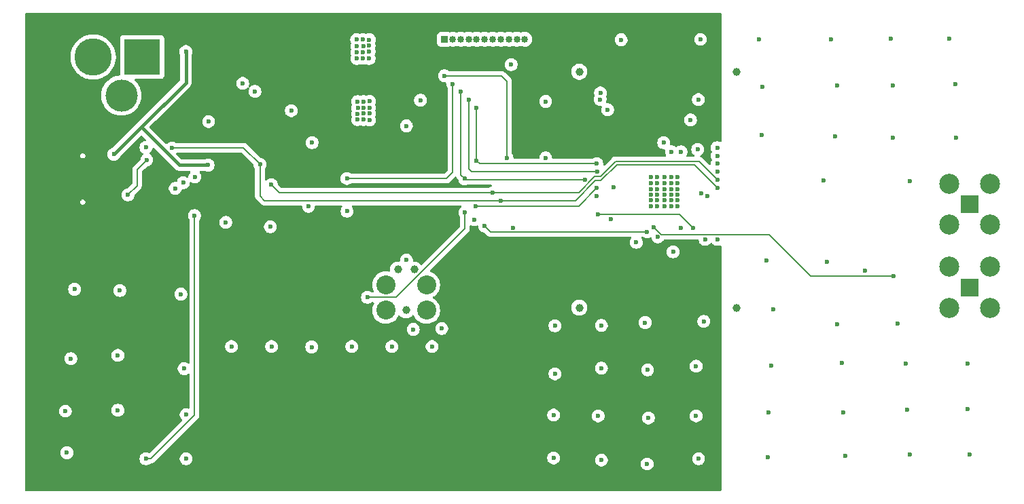
<source format=gbr>
%TF.GenerationSoftware,KiCad,Pcbnew,9.0.1*%
%TF.CreationDate,2025-05-12T13:55:05+02:00*%
%TF.ProjectId,CC1312R,43433133-3132-4522-9e6b-696361645f70,rev?*%
%TF.SameCoordinates,Original*%
%TF.FileFunction,Copper,L2,Inr*%
%TF.FilePolarity,Positive*%
%FSLAX46Y46*%
G04 Gerber Fmt 4.6, Leading zero omitted, Abs format (unit mm)*
G04 Created by KiCad (PCBNEW 9.0.1) date 2025-05-12 13:55:05*
%MOMM*%
%LPD*%
G01*
G04 APERTURE LIST*
%TA.AperFunction,ComponentPad*%
%ADD10R,4.500000X4.500000*%
%TD*%
%TA.AperFunction,ComponentPad*%
%ADD11C,4.650000*%
%TD*%
%TA.AperFunction,ComponentPad*%
%ADD12C,4.000000*%
%TD*%
%TA.AperFunction,ComponentPad*%
%ADD13C,2.375000*%
%TD*%
%TA.AperFunction,ComponentPad*%
%ADD14C,0.991000*%
%TD*%
%TA.AperFunction,ComponentPad*%
%ADD15R,2.300000X2.300000*%
%TD*%
%TA.AperFunction,ComponentPad*%
%ADD16C,2.500000*%
%TD*%
%TA.AperFunction,ComponentPad*%
%ADD17R,0.850000X0.850000*%
%TD*%
%TA.AperFunction,ComponentPad*%
%ADD18C,0.850000*%
%TD*%
%TA.AperFunction,ViaPad*%
%ADD19C,0.600000*%
%TD*%
%TA.AperFunction,ViaPad*%
%ADD20C,1.000000*%
%TD*%
%TA.AperFunction,Conductor*%
%ADD21C,0.200000*%
%TD*%
%TA.AperFunction,Conductor*%
%ADD22C,0.400000*%
%TD*%
G04 APERTURE END LIST*
D10*
%TO.N,Net-(J1-+12V)*%
%TO.C,J1*%
X192024000Y-136652000D03*
D11*
%TO.N,GND*%
X185924000Y-136652000D03*
D12*
X189424000Y-141452000D03*
%TD*%
D13*
%TO.N,*%
%TO.C,U1*%
X222370000Y-168275000D03*
D14*
X224910000Y-168275000D03*
D13*
X227450000Y-168275000D03*
X222370000Y-165100000D03*
X227450000Y-165100000D03*
D14*
X223894000Y-163195000D03*
X225926000Y-163195000D03*
%TD*%
D15*
%TO.N,Net-(IC6-RF2)*%
%TO.C,TX_ANTENNA*%
X295100000Y-165400000D03*
D16*
%TO.N,GND*%
X292550000Y-167950000D03*
X297650000Y-167950000D03*
X297650000Y-162850000D03*
X292550000Y-162850000D03*
%TD*%
D17*
%TO.N,Net-(J4-Pin_1)*%
%TO.C,COMM_1*%
X229700000Y-134450000D03*
D18*
%TO.N,Net-(J4-Pin_2)*%
X230700000Y-134450000D03*
%TO.N,Net-(J4-Pin_3)*%
X231700000Y-134450000D03*
%TO.N,Net-(J4-Pin_4)*%
X232700000Y-134450000D03*
%TO.N,Net-(J4-Pin_5)*%
X233700000Y-134450000D03*
%TO.N,Net-(J4-Pin_6)*%
X234700000Y-134450000D03*
%TO.N,Net-(J4-Pin_7)*%
X235700000Y-134450000D03*
%TO.N,Net-(J4-Pin_8)*%
X236700000Y-134450000D03*
%TO.N,+3.3V*%
X237700000Y-134450000D03*
%TO.N,+5V*%
X238700000Y-134450000D03*
%TO.N,GND*%
X239700000Y-134450000D03*
%TD*%
D15*
%TO.N,Net-(IC6-RF1)*%
%TO.C,RX_ANTENNA*%
X295100000Y-155000000D03*
D16*
%TO.N,GND*%
X292550000Y-157550000D03*
X297650000Y-157550000D03*
X297650000Y-152450000D03*
X292550000Y-152450000D03*
%TD*%
D19*
%TO.N,*%
X225926000Y-163195000D03*
%TO.N,+3.3V*%
X250427500Y-156880000D03*
X261250000Y-148200000D03*
X249127500Y-141130000D03*
X225800000Y-170650000D03*
X257000000Y-147350000D03*
X261327500Y-141980000D03*
X262000000Y-169650000D03*
X282075000Y-163325000D03*
X238000000Y-137600000D03*
X253600000Y-159800000D03*
X256300000Y-159100000D03*
X224950000Y-145250000D03*
%TO.N,GND*%
X249250000Y-186950000D03*
X218749210Y-134489596D03*
X220355575Y-143685252D03*
X258750000Y-155250000D03*
X183600000Y-165650000D03*
X295100000Y-186300000D03*
X287650000Y-186300000D03*
X256200000Y-153800000D03*
X286150000Y-169950000D03*
X277350000Y-162200000D03*
X278600000Y-140200000D03*
X257100000Y-151650000D03*
X208000000Y-157850000D03*
X219594773Y-135289276D03*
X251700000Y-134500000D03*
X202450000Y-157300000D03*
X196850000Y-166250000D03*
X257100000Y-153800000D03*
X218880755Y-144474281D03*
X219640287Y-143722122D03*
X257950000Y-154550000D03*
X210600000Y-143350000D03*
X293450000Y-146700000D03*
X212750000Y-155300000D03*
X248850000Y-181450000D03*
X218795093Y-135295831D03*
X279250000Y-174800000D03*
X256200000Y-155250000D03*
X200300000Y-144700000D03*
X294900000Y-174950000D03*
X257950000Y-153800000D03*
X220302687Y-135253225D03*
X261600000Y-134450000D03*
X255000000Y-175700000D03*
X219519394Y-136819812D03*
X257100000Y-155250000D03*
X255400000Y-154550000D03*
X229350000Y-170550000D03*
X198600000Y-151600000D03*
D20*
X266050000Y-138500000D03*
D19*
X269800000Y-162050000D03*
X224950000Y-162000000D03*
X257950000Y-153150000D03*
X254700000Y-169800000D03*
X218801648Y-136088956D03*
X249250000Y-175500000D03*
X257950000Y-151650000D03*
X254950000Y-187450000D03*
X255400000Y-152400000D03*
X279600000Y-186450000D03*
X257100000Y-154550000D03*
X243450000Y-170200000D03*
X257950000Y-155250000D03*
X257100000Y-153150000D03*
X218795093Y-136836199D03*
X219581294Y-144466907D03*
X183150000Y-174300000D03*
X238250000Y-157950000D03*
X268900000Y-134450000D03*
X226700000Y-142050000D03*
X219610791Y-142217806D03*
X257950000Y-152400000D03*
X270700000Y-168150000D03*
X292600000Y-134400000D03*
X287150000Y-174900000D03*
X258750000Y-152400000D03*
X285600000Y-146700000D03*
X256200000Y-151650000D03*
X255400000Y-151650000D03*
X278350000Y-146600000D03*
D20*
X246500000Y-167950000D03*
X246500000Y-138500000D03*
D19*
X287300000Y-180700000D03*
X256200000Y-152400000D03*
X294850000Y-180600000D03*
D20*
X266050000Y-167950000D03*
D19*
X219519394Y-134489596D03*
X293350000Y-140000000D03*
X220348201Y-142188309D03*
X189000000Y-180750000D03*
X182450000Y-180850000D03*
X261050000Y-175250000D03*
X213200000Y-147350000D03*
X197150000Y-152350000D03*
X242300000Y-149250000D03*
X261050000Y-181450000D03*
X189000000Y-173900000D03*
X255400000Y-153150000D03*
X285600000Y-140250000D03*
X218885731Y-142215107D03*
X243300000Y-181350000D03*
X220325629Y-134499428D03*
X270400000Y-175200000D03*
X189250000Y-165800000D03*
X256200000Y-153150000D03*
X270000000Y-186600000D03*
X278650000Y-170050000D03*
X287700000Y-152150000D03*
X219625539Y-142984712D03*
X182650000Y-186050000D03*
X255400000Y-155250000D03*
X243300000Y-186700000D03*
X220299410Y-136839476D03*
X256200000Y-154550000D03*
X243450000Y-176200000D03*
X258750000Y-151650000D03*
X220355575Y-144518525D03*
X277850000Y-134450000D03*
X270100000Y-181000000D03*
X269300000Y-140400000D03*
X261350000Y-186800000D03*
X257100000Y-152400000D03*
X220340827Y-142969964D03*
X276900000Y-152100000D03*
X258750000Y-153800000D03*
X255400000Y-153800000D03*
X219555445Y-136049628D03*
X218888129Y-142999460D03*
X197250000Y-175550000D03*
X242300000Y-142200000D03*
X258750000Y-154550000D03*
X258750000Y-153150000D03*
X279400000Y-181000000D03*
X249250000Y-170150000D03*
X269250000Y-146400000D03*
X196150000Y-153050000D03*
X285300000Y-134400000D03*
X218880755Y-143729497D03*
X255100000Y-181700000D03*
X220302687Y-135941474D03*
%TO.N,XTAL_32K768_1*%
X262477500Y-153980000D03*
X262177500Y-159430000D03*
%TO.N,XTAL_32K768_2*%
X261677500Y-153630000D03*
X263677500Y-159430000D03*
%TO.N,Net-(IC1-VDDR)*%
X260677500Y-157980000D03*
X248800000Y-156300000D03*
%TO.N,XTAL_48M_2*%
X259177500Y-157980000D03*
X258177500Y-160980000D03*
%TO.N,/WMCU_RESET*%
X234700000Y-157750000D03*
X254950000Y-158500000D03*
%TO.N,+5V*%
X239000000Y-136650000D03*
X214150000Y-177350000D03*
X239150000Y-177400000D03*
X204150000Y-177300000D03*
X224150000Y-177300000D03*
X229150000Y-177300000D03*
X209150000Y-177300000D03*
X224950000Y-137650000D03*
X219150000Y-177350000D03*
X234150000Y-177300000D03*
X196800000Y-157850000D03*
%TO.N,/Power_Supply/USB_5V*%
X188500000Y-148800000D03*
X200250000Y-150150000D03*
X197470000Y-135970000D03*
%TO.N,/RF/TX_SELECT*%
X285625000Y-163975000D03*
X255729485Y-157879485D03*
%TO.N,/5V_IND*%
X204550000Y-139950000D03*
X208150000Y-172800000D03*
%TO.N,/12V_IND*%
X203150000Y-172800000D03*
X206075000Y-140950000D03*
%TO.N,/Miscellaneous/JTAG_TCK*%
X232225000Y-156075000D03*
X232700000Y-142000000D03*
X248727500Y-150980000D03*
X220100000Y-166650000D03*
%TO.N,/FLASH_SCLK*%
X260352500Y-144515000D03*
X257977500Y-148480000D03*
%TO.N,/FLASH_MISO*%
X259177500Y-148480000D03*
X250027500Y-143245000D03*
%TO.N,ECODE_2*%
X223150000Y-172800000D03*
X263677500Y-148980000D03*
%TO.N,/UART_RX*%
X263677500Y-152980000D03*
X206700000Y-150050000D03*
X236700000Y-154580000D03*
X195750000Y-148000000D03*
%TO.N,/Miscellaneous/JTAG_TDI*%
X217535000Y-151815000D03*
X248677500Y-152980000D03*
X233550000Y-155300000D03*
X230700000Y-140000000D03*
%TO.N,/FLASH_CS*%
X250757500Y-152900000D03*
X249100000Y-141950000D03*
%TO.N,/UART_TX*%
X263677500Y-151980000D03*
X233400000Y-156950000D03*
X235700000Y-153600000D03*
X208125000Y-152575000D03*
%TO.N,ECODE_0*%
X263677500Y-150980000D03*
X213150000Y-172850000D03*
%TO.N,ECODE_1*%
X263677500Y-149980000D03*
X218150000Y-172800000D03*
%TO.N,/Miscellaneous/JTAG_TMS*%
X248677500Y-149980000D03*
X217550000Y-155900000D03*
X233700000Y-143000000D03*
X233700000Y-149600000D03*
%TO.N,ECODE_3*%
X228150000Y-172800000D03*
X263677500Y-147980000D03*
%TO.N,/Miscellaneous/JTAG_TDO*%
X247177500Y-151980000D03*
X232200000Y-151850000D03*
X231700000Y-141000000D03*
%TO.N,/Miscellaneous/RTS{slash}SWO*%
X229700000Y-139000000D03*
X237500000Y-149300000D03*
X248677500Y-153980000D03*
%TO.N,Net-(IC5-USBDP)*%
X190255954Y-153856547D03*
X192600000Y-149500000D03*
%TO.N,Net-(LED1-K)*%
X192500000Y-186800000D03*
X198550000Y-156450000D03*
%TO.N,Net-(LED2-K)*%
X197500000Y-186800000D03*
X197500000Y-181300000D03*
X192500000Y-147950000D03*
%TD*%
D21*
%TO.N,Net-(IC1-VDDR)*%
X248821000Y-156279000D02*
X248800000Y-156300000D01*
X258976500Y-156279000D02*
X248821000Y-156279000D01*
X260677500Y-157980000D02*
X258976500Y-156279000D01*
%TO.N,/WMCU_RESET*%
X234700000Y-157750000D02*
X235450000Y-158500000D01*
X254950000Y-158500000D02*
X235750000Y-158500000D01*
X235450000Y-158500000D02*
X235750000Y-158500000D01*
D22*
%TO.N,/Power_Supply/USB_5V*%
X188500000Y-148800000D02*
X191900000Y-145400000D01*
X197470000Y-139830000D02*
X197470000Y-135970000D01*
X200250000Y-150150000D02*
X196650000Y-150150000D01*
X196650000Y-150150000D02*
X191900000Y-145400000D01*
X191900000Y-145400000D02*
X197470000Y-139830000D01*
D21*
%TO.N,/RF/TX_SELECT*%
X275317000Y-163975000D02*
X270171000Y-158829000D01*
X255729485Y-157879485D02*
X256679000Y-158829000D01*
X285625000Y-163975000D02*
X275317000Y-163975000D01*
X256679000Y-158829000D02*
X270171000Y-158829000D01*
%TO.N,/Miscellaneous/JTAG_TCK*%
X232700000Y-150650000D02*
X232700000Y-142000000D01*
X232225000Y-158093132D02*
X232225000Y-156075000D01*
X223668132Y-166650000D02*
X232225000Y-158093132D01*
X248727500Y-150980000D02*
X233030000Y-150980000D01*
X233030000Y-150980000D02*
X232700000Y-150650000D01*
X220100000Y-166650000D02*
X223668132Y-166650000D01*
%TO.N,/UART_RX*%
X248494543Y-152080000D02*
X245994543Y-154580000D01*
X260801000Y-150101000D02*
X251166100Y-150101000D01*
X251166100Y-150101000D02*
X249187100Y-152080000D01*
X262777500Y-152080000D02*
X262777500Y-152077500D01*
X207280000Y-154580000D02*
X206700000Y-154000000D01*
X262777500Y-152077500D02*
X260801000Y-150101000D01*
X263677500Y-152980000D02*
X262777500Y-152080000D01*
X204650000Y-148000000D02*
X195750000Y-148000000D01*
X206700000Y-150050000D02*
X206600000Y-150050000D01*
X245994543Y-154580000D02*
X207280000Y-154580000D01*
X206700000Y-150050000D02*
X204650000Y-148000000D01*
X206700000Y-154000000D02*
X206700000Y-150050000D01*
X249187100Y-152080000D02*
X248494543Y-152080000D01*
%TO.N,/Miscellaneous/JTAG_TDI*%
X248677500Y-152980000D02*
X246407500Y-155250000D01*
X217535000Y-151815000D02*
X229935000Y-151815000D01*
X229935000Y-151815000D02*
X230700000Y-151050000D01*
X246407500Y-155250000D02*
X233500000Y-155250000D01*
X230700000Y-151050000D02*
X230700000Y-140000000D01*
%TO.N,/UART_TX*%
X249120000Y-151580000D02*
X251000000Y-149700000D01*
X246407443Y-153600000D02*
X248427443Y-151580000D01*
X248427443Y-151580000D02*
X249120000Y-151580000D01*
X209150000Y-153600000D02*
X246407443Y-153600000D01*
X261397500Y-149700000D02*
X263677500Y-151980000D01*
X208100000Y-152550000D02*
X208125000Y-152575000D01*
X208125000Y-152575000D02*
X209150000Y-153600000D01*
X251000000Y-149700000D02*
X261397500Y-149700000D01*
%TO.N,/Miscellaneous/JTAG_TMS*%
X248677500Y-149980000D02*
X234080000Y-149980000D01*
X234080000Y-149980000D02*
X233700000Y-149600000D01*
X233700000Y-149600000D02*
X233700000Y-143000000D01*
%TO.N,/Miscellaneous/JTAG_TDO*%
X232200000Y-151850000D02*
X231700000Y-151350000D01*
X232330000Y-151980000D02*
X232200000Y-151850000D01*
X231700000Y-151350000D02*
X231700000Y-141000000D01*
X247177500Y-151980000D02*
X232330000Y-151980000D01*
%TO.N,/Miscellaneous/RTS{slash}SWO*%
X236800000Y-139000000D02*
X237500000Y-139700000D01*
X229700000Y-139000000D02*
X236800000Y-139000000D01*
X237500000Y-139700000D02*
X237500000Y-149300000D01*
%TO.N,Net-(IC5-USBDP)*%
X190255954Y-153844046D02*
X191400000Y-152700000D01*
X191400000Y-152700000D02*
X191400000Y-150700000D01*
X191400000Y-150700000D02*
X192600000Y-149500000D01*
X190255954Y-153856547D02*
X190255954Y-153844046D01*
%TO.N,Net-(LED1-K)*%
X193100000Y-186800000D02*
X192500000Y-186800000D01*
X198550000Y-181350000D02*
X193100000Y-186800000D01*
X198550000Y-156450000D02*
X198550000Y-181350000D01*
%TD*%
%TA.AperFunction,Conductor*%
%TO.N,+5V*%
G36*
X264143039Y-131169685D02*
G01*
X264188794Y-131222489D01*
X264200000Y-131274000D01*
X264200000Y-147144392D01*
X264180315Y-147211431D01*
X264127511Y-147257186D01*
X264058353Y-147267130D01*
X264028548Y-147258953D01*
X263911001Y-147210264D01*
X263910989Y-147210261D01*
X263756345Y-147179500D01*
X263756342Y-147179500D01*
X263598658Y-147179500D01*
X263598655Y-147179500D01*
X263444010Y-147210261D01*
X263443998Y-147210264D01*
X263298327Y-147270602D01*
X263298314Y-147270609D01*
X263167211Y-147358210D01*
X263167207Y-147358213D01*
X263055713Y-147469707D01*
X263055710Y-147469711D01*
X262968109Y-147600814D01*
X262968102Y-147600827D01*
X262907764Y-147746498D01*
X262907761Y-147746510D01*
X262877000Y-147901153D01*
X262877000Y-148058846D01*
X262907761Y-148213489D01*
X262907764Y-148213501D01*
X262968102Y-148359172D01*
X262968109Y-148359185D01*
X263002804Y-148411109D01*
X263023682Y-148477786D01*
X263005198Y-148545167D01*
X263002804Y-148548891D01*
X262968109Y-148600814D01*
X262968102Y-148600827D01*
X262907764Y-148746498D01*
X262907761Y-148746510D01*
X262877000Y-148901153D01*
X262877000Y-149058846D01*
X262907761Y-149213489D01*
X262907764Y-149213501D01*
X262968102Y-149359172D01*
X262968109Y-149359185D01*
X263002804Y-149411109D01*
X263023682Y-149477786D01*
X263005198Y-149545167D01*
X263002804Y-149548891D01*
X262968109Y-149600814D01*
X262968102Y-149600827D01*
X262907764Y-149746498D01*
X262907761Y-149746510D01*
X262877000Y-149901153D01*
X262877000Y-150030903D01*
X262857315Y-150097942D01*
X262804511Y-150143697D01*
X262735353Y-150153641D01*
X262671797Y-150124616D01*
X262665319Y-150118584D01*
X261885090Y-149338355D01*
X261885088Y-149338352D01*
X261766217Y-149219481D01*
X261766216Y-149219480D01*
X261745406Y-149207465D01*
X261680380Y-149169923D01*
X261680359Y-149169911D01*
X261679404Y-149169360D01*
X261629285Y-149140423D01*
X261624988Y-149139271D01*
X261614345Y-149133382D01*
X261594499Y-149113312D01*
X261572522Y-149095599D01*
X261570258Y-149088797D01*
X261565218Y-149083700D01*
X261559373Y-149056083D01*
X261550462Y-149029303D01*
X261552235Y-149022357D01*
X261550751Y-149015344D01*
X261560764Y-148988950D01*
X261567746Y-148961605D01*
X261572991Y-148956721D01*
X261575535Y-148950018D01*
X261598228Y-148933228D01*
X261618886Y-148913998D01*
X261626930Y-148910325D01*
X261629179Y-148909394D01*
X261760289Y-148821789D01*
X261871789Y-148710289D01*
X261959394Y-148579179D01*
X261962456Y-148571788D01*
X261975373Y-148540602D01*
X262019737Y-148433497D01*
X262050500Y-148278842D01*
X262050500Y-148121158D01*
X262050500Y-148121155D01*
X262050499Y-148121153D01*
X262032137Y-148028842D01*
X262019737Y-147966503D01*
X262012041Y-147947922D01*
X261959397Y-147820827D01*
X261959390Y-147820814D01*
X261871789Y-147689711D01*
X261871786Y-147689707D01*
X261760292Y-147578213D01*
X261760288Y-147578210D01*
X261629185Y-147490609D01*
X261629172Y-147490602D01*
X261483501Y-147430264D01*
X261483489Y-147430261D01*
X261328845Y-147399500D01*
X261328842Y-147399500D01*
X261171158Y-147399500D01*
X261171155Y-147399500D01*
X261016510Y-147430261D01*
X261016498Y-147430264D01*
X260870827Y-147490602D01*
X260870814Y-147490609D01*
X260739711Y-147578210D01*
X260739707Y-147578213D01*
X260628213Y-147689707D01*
X260628210Y-147689711D01*
X260540609Y-147820814D01*
X260540602Y-147820827D01*
X260480264Y-147966498D01*
X260480261Y-147966510D01*
X260449500Y-148121153D01*
X260449500Y-148278846D01*
X260480261Y-148433489D01*
X260480264Y-148433501D01*
X260540602Y-148579172D01*
X260540609Y-148579185D01*
X260628210Y-148710288D01*
X260628213Y-148710292D01*
X260739707Y-148821786D01*
X260739711Y-148821789D01*
X260815452Y-148872398D01*
X260860257Y-148926010D01*
X260868964Y-148995335D01*
X260838810Y-149058363D01*
X260779366Y-149095082D01*
X260746561Y-149099500D01*
X259958305Y-149099500D01*
X259891266Y-149079815D01*
X259845511Y-149027011D01*
X259835567Y-148957853D01*
X259855203Y-148906609D01*
X259886890Y-148859185D01*
X259886890Y-148859184D01*
X259886894Y-148859179D01*
X259947237Y-148713497D01*
X259978000Y-148558842D01*
X259978000Y-148401158D01*
X259978000Y-148401155D01*
X259977999Y-148401153D01*
X259969648Y-148359172D01*
X259947237Y-148246503D01*
X259921141Y-148183501D01*
X259886897Y-148100827D01*
X259886890Y-148100814D01*
X259799289Y-147969711D01*
X259799286Y-147969707D01*
X259687792Y-147858213D01*
X259687788Y-147858210D01*
X259556685Y-147770609D01*
X259556672Y-147770602D01*
X259411001Y-147710264D01*
X259410989Y-147710261D01*
X259256345Y-147679500D01*
X259256342Y-147679500D01*
X259098658Y-147679500D01*
X259098655Y-147679500D01*
X258944010Y-147710261D01*
X258943998Y-147710264D01*
X258798327Y-147770602D01*
X258798314Y-147770609D01*
X258667211Y-147858210D01*
X258667207Y-147858213D01*
X258665181Y-147860240D01*
X258663857Y-147860962D01*
X258662501Y-147862076D01*
X258662289Y-147861818D01*
X258603858Y-147893725D01*
X258534166Y-147888741D01*
X258492560Y-147862001D01*
X258492499Y-147862076D01*
X258491860Y-147861552D01*
X258489819Y-147860240D01*
X258487792Y-147858213D01*
X258487788Y-147858210D01*
X258356685Y-147770609D01*
X258356672Y-147770602D01*
X258211001Y-147710264D01*
X258210989Y-147710261D01*
X258056345Y-147679500D01*
X258056342Y-147679500D01*
X257901735Y-147679500D01*
X257834696Y-147659815D01*
X257788941Y-147607011D01*
X257778997Y-147537853D01*
X257780118Y-147531308D01*
X257800500Y-147428844D01*
X257800500Y-147271155D01*
X257800499Y-147271153D01*
X257777459Y-147155323D01*
X257769737Y-147116503D01*
X257724524Y-147007348D01*
X257709397Y-146970827D01*
X257709390Y-146970814D01*
X257621789Y-146839711D01*
X257621786Y-146839707D01*
X257510292Y-146728213D01*
X257510288Y-146728210D01*
X257379185Y-146640609D01*
X257379172Y-146640602D01*
X257233501Y-146580264D01*
X257233489Y-146580261D01*
X257078845Y-146549500D01*
X257078842Y-146549500D01*
X256921158Y-146549500D01*
X256921155Y-146549500D01*
X256766510Y-146580261D01*
X256766498Y-146580264D01*
X256620827Y-146640602D01*
X256620814Y-146640609D01*
X256489711Y-146728210D01*
X256489707Y-146728213D01*
X256378213Y-146839707D01*
X256378210Y-146839711D01*
X256290609Y-146970814D01*
X256290602Y-146970827D01*
X256230264Y-147116498D01*
X256230261Y-147116510D01*
X256199500Y-147271153D01*
X256199500Y-147428846D01*
X256230261Y-147583489D01*
X256230264Y-147583501D01*
X256290602Y-147729172D01*
X256290609Y-147729185D01*
X256378210Y-147860288D01*
X256378213Y-147860292D01*
X256489707Y-147971786D01*
X256489711Y-147971789D01*
X256620814Y-148059390D01*
X256620827Y-148059397D01*
X256766498Y-148119735D01*
X256766503Y-148119737D01*
X256921153Y-148150499D01*
X256921156Y-148150500D01*
X257075765Y-148150500D01*
X257142804Y-148170185D01*
X257188559Y-148222989D01*
X257198503Y-148292147D01*
X257197382Y-148298692D01*
X257177000Y-148401155D01*
X257177000Y-148558846D01*
X257207761Y-148713489D01*
X257207764Y-148713501D01*
X257268102Y-148859172D01*
X257268109Y-148859185D01*
X257299797Y-148906609D01*
X257320675Y-148973287D01*
X257302190Y-149040667D01*
X257250211Y-149087357D01*
X257196695Y-149099500D01*
X250920941Y-149099500D01*
X250880800Y-149110255D01*
X250880801Y-149110256D01*
X250768214Y-149140423D01*
X250768209Y-149140426D01*
X250631290Y-149219475D01*
X250631282Y-149219481D01*
X250519478Y-149331286D01*
X249688756Y-150162007D01*
X249627433Y-150195492D01*
X249557741Y-150190508D01*
X249501808Y-150148636D01*
X249477391Y-150083172D01*
X249477672Y-150062172D01*
X249478000Y-150058841D01*
X249478000Y-149901155D01*
X249477999Y-149901153D01*
X249452074Y-149770821D01*
X249447237Y-149746503D01*
X249447235Y-149746498D01*
X249386897Y-149600827D01*
X249386890Y-149600814D01*
X249299289Y-149469711D01*
X249299286Y-149469707D01*
X249187792Y-149358213D01*
X249187788Y-149358210D01*
X249056685Y-149270609D01*
X249056672Y-149270602D01*
X248911001Y-149210264D01*
X248910989Y-149210261D01*
X248756345Y-149179500D01*
X248756342Y-149179500D01*
X248598658Y-149179500D01*
X248598655Y-149179500D01*
X248444010Y-149210261D01*
X248443998Y-149210264D01*
X248298327Y-149270602D01*
X248298314Y-149270609D01*
X248166625Y-149358602D01*
X248099947Y-149379480D01*
X248097734Y-149379500D01*
X243224500Y-149379500D01*
X243157461Y-149359815D01*
X243111706Y-149307011D01*
X243100500Y-149255500D01*
X243100500Y-149171155D01*
X243100499Y-149171153D01*
X243090486Y-149120814D01*
X243069737Y-149016503D01*
X243067904Y-149012078D01*
X243009397Y-148870827D01*
X243009390Y-148870814D01*
X242921789Y-148739711D01*
X242921786Y-148739707D01*
X242810292Y-148628213D01*
X242810288Y-148628210D01*
X242679185Y-148540609D01*
X242679172Y-148540602D01*
X242533501Y-148480264D01*
X242533489Y-148480261D01*
X242378845Y-148449500D01*
X242378842Y-148449500D01*
X242221158Y-148449500D01*
X242221155Y-148449500D01*
X242066510Y-148480261D01*
X242066498Y-148480264D01*
X241920827Y-148540602D01*
X241920814Y-148540609D01*
X241789711Y-148628210D01*
X241789707Y-148628213D01*
X241678213Y-148739707D01*
X241678210Y-148739711D01*
X241590609Y-148870814D01*
X241590602Y-148870827D01*
X241530264Y-149016498D01*
X241530261Y-149016510D01*
X241499500Y-149171153D01*
X241499500Y-149255500D01*
X241479815Y-149322539D01*
X241427011Y-149368294D01*
X241375500Y-149379500D01*
X238424500Y-149379500D01*
X238357461Y-149359815D01*
X238311706Y-149307011D01*
X238300500Y-149255500D01*
X238300500Y-149221155D01*
X238300499Y-149221153D01*
X238292150Y-149179179D01*
X238269737Y-149066503D01*
X238265421Y-149056083D01*
X238209397Y-148920827D01*
X238209390Y-148920814D01*
X238121398Y-148789125D01*
X238100520Y-148722447D01*
X238100500Y-148720234D01*
X238100500Y-144436153D01*
X259552000Y-144436153D01*
X259552000Y-144593846D01*
X259582761Y-144748489D01*
X259582764Y-144748501D01*
X259643102Y-144894172D01*
X259643109Y-144894185D01*
X259730710Y-145025288D01*
X259730713Y-145025292D01*
X259842207Y-145136786D01*
X259842211Y-145136789D01*
X259973314Y-145224390D01*
X259973327Y-145224397D01*
X260077164Y-145267407D01*
X260119003Y-145284737D01*
X260257661Y-145312318D01*
X260273653Y-145315499D01*
X260273656Y-145315500D01*
X260273658Y-145315500D01*
X260431344Y-145315500D01*
X260431345Y-145315499D01*
X260585997Y-145284737D01*
X260702107Y-145236643D01*
X260731672Y-145224397D01*
X260731672Y-145224396D01*
X260731679Y-145224394D01*
X260862789Y-145136789D01*
X260974289Y-145025289D01*
X261061894Y-144894179D01*
X261122237Y-144748497D01*
X261153000Y-144593842D01*
X261153000Y-144436158D01*
X261153000Y-144436155D01*
X261152999Y-144436153D01*
X261130056Y-144320814D01*
X261122237Y-144281503D01*
X261084214Y-144189707D01*
X261061897Y-144135827D01*
X261061890Y-144135814D01*
X260974289Y-144004711D01*
X260974286Y-144004707D01*
X260862792Y-143893213D01*
X260862788Y-143893210D01*
X260731685Y-143805609D01*
X260731672Y-143805602D01*
X260586001Y-143745264D01*
X260585989Y-143745261D01*
X260431345Y-143714500D01*
X260431342Y-143714500D01*
X260273658Y-143714500D01*
X260273655Y-143714500D01*
X260119010Y-143745261D01*
X260118998Y-143745264D01*
X259973327Y-143805602D01*
X259973314Y-143805609D01*
X259842211Y-143893210D01*
X259842207Y-143893213D01*
X259730713Y-144004707D01*
X259730710Y-144004711D01*
X259643109Y-144135814D01*
X259643102Y-144135827D01*
X259582764Y-144281498D01*
X259582761Y-144281510D01*
X259552000Y-144436153D01*
X238100500Y-144436153D01*
X238100500Y-142121153D01*
X241499500Y-142121153D01*
X241499500Y-142278846D01*
X241530261Y-142433489D01*
X241530264Y-142433501D01*
X241590602Y-142579172D01*
X241590609Y-142579185D01*
X241678210Y-142710288D01*
X241678213Y-142710292D01*
X241789707Y-142821786D01*
X241789711Y-142821789D01*
X241920814Y-142909390D01*
X241920827Y-142909397D01*
X242066498Y-142969735D01*
X242066503Y-142969737D01*
X242221153Y-143000499D01*
X242221156Y-143000500D01*
X242221158Y-143000500D01*
X242378844Y-143000500D01*
X242378845Y-143000499D01*
X242533497Y-142969737D01*
X242679179Y-142909394D01*
X242810289Y-142821789D01*
X242921789Y-142710289D01*
X243009394Y-142579179D01*
X243069737Y-142433497D01*
X243100500Y-142278842D01*
X243100500Y-142121158D01*
X243100500Y-142121155D01*
X243100499Y-142121153D01*
X243069738Y-141966510D01*
X243069737Y-141966503D01*
X243030242Y-141871153D01*
X248299500Y-141871153D01*
X248299500Y-142028846D01*
X248330261Y-142183489D01*
X248330264Y-142183501D01*
X248390602Y-142329172D01*
X248390609Y-142329185D01*
X248478210Y-142460288D01*
X248478213Y-142460292D01*
X248589707Y-142571786D01*
X248589711Y-142571789D01*
X248720814Y-142659390D01*
X248720827Y-142659397D01*
X248866498Y-142719735D01*
X248866503Y-142719737D01*
X249017312Y-142749735D01*
X249021153Y-142750499D01*
X249021156Y-142750500D01*
X249180295Y-142750500D01*
X249247334Y-142770185D01*
X249293089Y-142822989D01*
X249303033Y-142892147D01*
X249294856Y-142921953D01*
X249257763Y-143011502D01*
X249257761Y-143011510D01*
X249227000Y-143166153D01*
X249227000Y-143323846D01*
X249257761Y-143478489D01*
X249257764Y-143478501D01*
X249318102Y-143624172D01*
X249318109Y-143624185D01*
X249405710Y-143755288D01*
X249405713Y-143755292D01*
X249517207Y-143866786D01*
X249517211Y-143866789D01*
X249648314Y-143954390D01*
X249648327Y-143954397D01*
X249735745Y-143990606D01*
X249794003Y-144014737D01*
X249948653Y-144045499D01*
X249948656Y-144045500D01*
X249948658Y-144045500D01*
X250106344Y-144045500D01*
X250106345Y-144045499D01*
X250260997Y-144014737D01*
X250406679Y-143954394D01*
X250537789Y-143866789D01*
X250649289Y-143755289D01*
X250736894Y-143624179D01*
X250797237Y-143478497D01*
X250828000Y-143323842D01*
X250828000Y-143166158D01*
X250828000Y-143166155D01*
X250827999Y-143166153D01*
X250810632Y-143078844D01*
X250797237Y-143011503D01*
X250797235Y-143011498D01*
X250736897Y-142865827D01*
X250736890Y-142865814D01*
X250649289Y-142734711D01*
X250649286Y-142734707D01*
X250537792Y-142623213D01*
X250537788Y-142623210D01*
X250406685Y-142535609D01*
X250406672Y-142535602D01*
X250261001Y-142475264D01*
X250260989Y-142475261D01*
X250106345Y-142444500D01*
X250106342Y-142444500D01*
X249948658Y-142444500D01*
X249947205Y-142444500D01*
X249880166Y-142424815D01*
X249834411Y-142372011D01*
X249824467Y-142302853D01*
X249832644Y-142273047D01*
X249869737Y-142183497D01*
X249900500Y-142028842D01*
X249900500Y-141901153D01*
X260527000Y-141901153D01*
X260527000Y-142058846D01*
X260557761Y-142213489D01*
X260557764Y-142213501D01*
X260618102Y-142359172D01*
X260618109Y-142359185D01*
X260705710Y-142490288D01*
X260705713Y-142490292D01*
X260817207Y-142601786D01*
X260817211Y-142601789D01*
X260948314Y-142689390D01*
X260948327Y-142689397D01*
X261061966Y-142736467D01*
X261094003Y-142749737D01*
X261248653Y-142780499D01*
X261248656Y-142780500D01*
X261248658Y-142780500D01*
X261406344Y-142780500D01*
X261406345Y-142780499D01*
X261560997Y-142749737D01*
X261706679Y-142689394D01*
X261837789Y-142601789D01*
X261949289Y-142490289D01*
X262036894Y-142359179D01*
X262097237Y-142213497D01*
X262128000Y-142058842D01*
X262128000Y-141901158D01*
X262128000Y-141901155D01*
X262127999Y-141901153D01*
X262111160Y-141816498D01*
X262097237Y-141746503D01*
X262086150Y-141719737D01*
X262036897Y-141600827D01*
X262036890Y-141600814D01*
X261949289Y-141469711D01*
X261949286Y-141469707D01*
X261837792Y-141358213D01*
X261837788Y-141358210D01*
X261706685Y-141270609D01*
X261706672Y-141270602D01*
X261561001Y-141210264D01*
X261560989Y-141210261D01*
X261406345Y-141179500D01*
X261406342Y-141179500D01*
X261248658Y-141179500D01*
X261248655Y-141179500D01*
X261094010Y-141210261D01*
X261093998Y-141210264D01*
X260948327Y-141270602D01*
X260948314Y-141270609D01*
X260817211Y-141358210D01*
X260817207Y-141358213D01*
X260705713Y-141469707D01*
X260705710Y-141469711D01*
X260618109Y-141600814D01*
X260618102Y-141600827D01*
X260557764Y-141746498D01*
X260557761Y-141746510D01*
X260527000Y-141901153D01*
X249900500Y-141901153D01*
X249900500Y-141871158D01*
X249900500Y-141871155D01*
X249900499Y-141871153D01*
X249879684Y-141766510D01*
X249869737Y-141716503D01*
X249829457Y-141619259D01*
X249821989Y-141549791D01*
X249834668Y-141513342D01*
X249836890Y-141509184D01*
X249836894Y-141509179D01*
X249838329Y-141505716D01*
X249856959Y-141460738D01*
X249897237Y-141363497D01*
X249928000Y-141208842D01*
X249928000Y-141051158D01*
X249928000Y-141051155D01*
X249927999Y-141051153D01*
X249902141Y-140921158D01*
X249897237Y-140896503D01*
X249843388Y-140766498D01*
X249836897Y-140750827D01*
X249836890Y-140750814D01*
X249749289Y-140619711D01*
X249749286Y-140619707D01*
X249637792Y-140508213D01*
X249637788Y-140508210D01*
X249506685Y-140420609D01*
X249506672Y-140420602D01*
X249361001Y-140360264D01*
X249360989Y-140360261D01*
X249206345Y-140329500D01*
X249206342Y-140329500D01*
X249048658Y-140329500D01*
X249048655Y-140329500D01*
X248894010Y-140360261D01*
X248893998Y-140360264D01*
X248748327Y-140420602D01*
X248748314Y-140420609D01*
X248617211Y-140508210D01*
X248617207Y-140508213D01*
X248505713Y-140619707D01*
X248505710Y-140619711D01*
X248418109Y-140750814D01*
X248418102Y-140750827D01*
X248357764Y-140896498D01*
X248357761Y-140896510D01*
X248327000Y-141051153D01*
X248327000Y-141208846D01*
X248357761Y-141363489D01*
X248357764Y-141363501D01*
X248398041Y-141460738D01*
X248405510Y-141530207D01*
X248392844Y-141566633D01*
X248390605Y-141570822D01*
X248330264Y-141716498D01*
X248330261Y-141716510D01*
X248299500Y-141871153D01*
X243030242Y-141871153D01*
X243015654Y-141835934D01*
X243009397Y-141820827D01*
X243009390Y-141820814D01*
X242921789Y-141689711D01*
X242921786Y-141689707D01*
X242810292Y-141578213D01*
X242810288Y-141578210D01*
X242679185Y-141490609D01*
X242679172Y-141490602D01*
X242533501Y-141430264D01*
X242533489Y-141430261D01*
X242378845Y-141399500D01*
X242378842Y-141399500D01*
X242221158Y-141399500D01*
X242221155Y-141399500D01*
X242066510Y-141430261D01*
X242066498Y-141430264D01*
X241920827Y-141490602D01*
X241920814Y-141490609D01*
X241789711Y-141578210D01*
X241789707Y-141578213D01*
X241678213Y-141689707D01*
X241678210Y-141689711D01*
X241590609Y-141820814D01*
X241590602Y-141820827D01*
X241530264Y-141966498D01*
X241530261Y-141966510D01*
X241499500Y-142121153D01*
X238100500Y-142121153D01*
X238100500Y-139620943D01*
X238100467Y-139620822D01*
X238100467Y-139620821D01*
X238068227Y-139500500D01*
X238059577Y-139468216D01*
X238059576Y-139468214D01*
X238059576Y-139468213D01*
X237980524Y-139331290D01*
X237980521Y-139331286D01*
X237980520Y-139331284D01*
X237868716Y-139219480D01*
X237868715Y-139219479D01*
X237864385Y-139215149D01*
X237864374Y-139215139D01*
X237287590Y-138638355D01*
X237287588Y-138638352D01*
X237247779Y-138598543D01*
X245499499Y-138598543D01*
X245537947Y-138791829D01*
X245537950Y-138791839D01*
X245613364Y-138973907D01*
X245613371Y-138973920D01*
X245722860Y-139137781D01*
X245722863Y-139137785D01*
X245862214Y-139277136D01*
X245862218Y-139277139D01*
X246026079Y-139386628D01*
X246026092Y-139386635D01*
X246208160Y-139462049D01*
X246208165Y-139462051D01*
X246208169Y-139462051D01*
X246208170Y-139462052D01*
X246401456Y-139500500D01*
X246401459Y-139500500D01*
X246598543Y-139500500D01*
X246728582Y-139474632D01*
X246791835Y-139462051D01*
X246973914Y-139386632D01*
X247137782Y-139277139D01*
X247277139Y-139137782D01*
X247386632Y-138973914D01*
X247462051Y-138791835D01*
X247474632Y-138728582D01*
X247500500Y-138598543D01*
X247500500Y-138401456D01*
X247462052Y-138208170D01*
X247462051Y-138208169D01*
X247462051Y-138208165D01*
X247421510Y-138110289D01*
X247386635Y-138026092D01*
X247386628Y-138026079D01*
X247277139Y-137862218D01*
X247277136Y-137862214D01*
X247137785Y-137722863D01*
X247137781Y-137722860D01*
X246973920Y-137613371D01*
X246973907Y-137613364D01*
X246791839Y-137537950D01*
X246791829Y-137537947D01*
X246598543Y-137499500D01*
X246598541Y-137499500D01*
X246401459Y-137499500D01*
X246401457Y-137499500D01*
X246208170Y-137537947D01*
X246208160Y-137537950D01*
X246026092Y-137613364D01*
X246026079Y-137613371D01*
X245862218Y-137722860D01*
X245862214Y-137722863D01*
X245722863Y-137862214D01*
X245722860Y-137862218D01*
X245613371Y-138026079D01*
X245613364Y-138026092D01*
X245537950Y-138208160D01*
X245537947Y-138208170D01*
X245499500Y-138401456D01*
X245499500Y-138401459D01*
X245499500Y-138598541D01*
X245499500Y-138598543D01*
X245499499Y-138598543D01*
X237247779Y-138598543D01*
X237168717Y-138519481D01*
X237168716Y-138519480D01*
X237081904Y-138469360D01*
X237081904Y-138469359D01*
X237081900Y-138469358D01*
X237031785Y-138440423D01*
X236879057Y-138399499D01*
X236720943Y-138399499D01*
X236713347Y-138399499D01*
X236713331Y-138399500D01*
X230279766Y-138399500D01*
X230212727Y-138379815D01*
X230210875Y-138378602D01*
X230079185Y-138290609D01*
X230079172Y-138290602D01*
X229933501Y-138230264D01*
X229933489Y-138230261D01*
X229778845Y-138199500D01*
X229778842Y-138199500D01*
X229621158Y-138199500D01*
X229621155Y-138199500D01*
X229466510Y-138230261D01*
X229466498Y-138230264D01*
X229320827Y-138290602D01*
X229320814Y-138290609D01*
X229189711Y-138378210D01*
X229189707Y-138378213D01*
X229078213Y-138489707D01*
X229078210Y-138489711D01*
X228990609Y-138620814D01*
X228990602Y-138620827D01*
X228930264Y-138766498D01*
X228930261Y-138766510D01*
X228899500Y-138921153D01*
X228899500Y-139078846D01*
X228930261Y-139233489D01*
X228930264Y-139233501D01*
X228990602Y-139379172D01*
X228990609Y-139379185D01*
X229078210Y-139510288D01*
X229078213Y-139510292D01*
X229189707Y-139621786D01*
X229189711Y-139621789D01*
X229320814Y-139709390D01*
X229320827Y-139709397D01*
X229445424Y-139761006D01*
X229466503Y-139769737D01*
X229621153Y-139800499D01*
X229621156Y-139800500D01*
X229775500Y-139800500D01*
X229842539Y-139820185D01*
X229888294Y-139872989D01*
X229899500Y-139924500D01*
X229899500Y-140078846D01*
X229930261Y-140233489D01*
X229930264Y-140233501D01*
X229990602Y-140379172D01*
X229990609Y-140379185D01*
X230078602Y-140510874D01*
X230099480Y-140577551D01*
X230099500Y-140579765D01*
X230099500Y-150749903D01*
X230079815Y-150816942D01*
X230063181Y-150837584D01*
X229722584Y-151178181D01*
X229661261Y-151211666D01*
X229634903Y-151214500D01*
X218114766Y-151214500D01*
X218047727Y-151194815D01*
X218045875Y-151193602D01*
X217914185Y-151105609D01*
X217914172Y-151105602D01*
X217768501Y-151045264D01*
X217768489Y-151045261D01*
X217613845Y-151014500D01*
X217613842Y-151014500D01*
X217456158Y-151014500D01*
X217456155Y-151014500D01*
X217301510Y-151045261D01*
X217301498Y-151045264D01*
X217155827Y-151105602D01*
X217155814Y-151105609D01*
X217024711Y-151193210D01*
X217024707Y-151193213D01*
X216913213Y-151304707D01*
X216913210Y-151304711D01*
X216825609Y-151435814D01*
X216825602Y-151435827D01*
X216765264Y-151581498D01*
X216765261Y-151581510D01*
X216734500Y-151736153D01*
X216734500Y-151893846D01*
X216765261Y-152048489D01*
X216765264Y-152048501D01*
X216825602Y-152194172D01*
X216825609Y-152194185D01*
X216913210Y-152325288D01*
X216913213Y-152325292D01*
X217024707Y-152436786D01*
X217024711Y-152436789D01*
X217155814Y-152524390D01*
X217155827Y-152524397D01*
X217298490Y-152583489D01*
X217301503Y-152584737D01*
X217456153Y-152615499D01*
X217456156Y-152615500D01*
X217456158Y-152615500D01*
X217613844Y-152615500D01*
X217613845Y-152615499D01*
X217768497Y-152584737D01*
X217914179Y-152524394D01*
X217969269Y-152487584D01*
X218045875Y-152436398D01*
X218112553Y-152415520D01*
X218114766Y-152415500D01*
X229848331Y-152415500D01*
X229848347Y-152415501D01*
X229855943Y-152415501D01*
X230014054Y-152415501D01*
X230014057Y-152415501D01*
X230166785Y-152374577D01*
X230241770Y-152331284D01*
X230303716Y-152295520D01*
X230415520Y-152183716D01*
X230415520Y-152183714D01*
X230425724Y-152173511D01*
X230425728Y-152173506D01*
X230981145Y-151618088D01*
X231042466Y-151584605D01*
X231112158Y-151589589D01*
X231168091Y-151631461D01*
X231176208Y-151643766D01*
X231204253Y-151692342D01*
X231219479Y-151718714D01*
X231219481Y-151718717D01*
X231331284Y-151830520D01*
X231365425Y-151864660D01*
X231398911Y-151925983D01*
X231399362Y-151928151D01*
X231430261Y-152083491D01*
X231430264Y-152083501D01*
X231490602Y-152229172D01*
X231490609Y-152229185D01*
X231578210Y-152360288D01*
X231578213Y-152360292D01*
X231689707Y-152471786D01*
X231689711Y-152471789D01*
X231820814Y-152559390D01*
X231820827Y-152559397D01*
X231956271Y-152615499D01*
X231966503Y-152619737D01*
X232066245Y-152639577D01*
X232121153Y-152650499D01*
X232121156Y-152650500D01*
X232121158Y-152650500D01*
X232278844Y-152650500D01*
X232278845Y-152650499D01*
X232433497Y-152619737D01*
X232482815Y-152599309D01*
X232505437Y-152589939D01*
X232552889Y-152580500D01*
X235463153Y-152580500D01*
X235530192Y-152600185D01*
X235575947Y-152652989D01*
X235585891Y-152722147D01*
X235556866Y-152785703D01*
X235498088Y-152823477D01*
X235487344Y-152826117D01*
X235466510Y-152830261D01*
X235466498Y-152830264D01*
X235320827Y-152890602D01*
X235320814Y-152890609D01*
X235189125Y-152978602D01*
X235122447Y-152999480D01*
X235120234Y-152999500D01*
X209450097Y-152999500D01*
X209383058Y-152979815D01*
X209362416Y-152963181D01*
X208959574Y-152560339D01*
X208926089Y-152499016D01*
X208925638Y-152496849D01*
X208898474Y-152360289D01*
X208894737Y-152341503D01*
X208894367Y-152340609D01*
X208834397Y-152195827D01*
X208834390Y-152195814D01*
X208746789Y-152064711D01*
X208746786Y-152064707D01*
X208635292Y-151953213D01*
X208635288Y-151953210D01*
X208504185Y-151865609D01*
X208504172Y-151865602D01*
X208358501Y-151805264D01*
X208358489Y-151805261D01*
X208203845Y-151774500D01*
X208203842Y-151774500D01*
X208046158Y-151774500D01*
X208046155Y-151774500D01*
X207891510Y-151805261D01*
X207891498Y-151805264D01*
X207745827Y-151865602D01*
X207745814Y-151865609D01*
X207614711Y-151953210D01*
X207614707Y-151953213D01*
X207512181Y-152055740D01*
X207450858Y-152089225D01*
X207381166Y-152084241D01*
X207325233Y-152042369D01*
X207300816Y-151976905D01*
X207300500Y-151968059D01*
X207300500Y-150629765D01*
X207320185Y-150562726D01*
X207321398Y-150560874D01*
X207409390Y-150429185D01*
X207409390Y-150429184D01*
X207409394Y-150429179D01*
X207469737Y-150283497D01*
X207500500Y-150128842D01*
X207500500Y-149971158D01*
X207500500Y-149971155D01*
X207500499Y-149971153D01*
X207482204Y-149879179D01*
X207469737Y-149816503D01*
X207440745Y-149746510D01*
X207409397Y-149670827D01*
X207409390Y-149670814D01*
X207321789Y-149539711D01*
X207321786Y-149539707D01*
X207210292Y-149428213D01*
X207210288Y-149428210D01*
X207079185Y-149340609D01*
X207079172Y-149340602D01*
X206933501Y-149280264D01*
X206933491Y-149280261D01*
X206778151Y-149249362D01*
X206716241Y-149216977D01*
X206714662Y-149215426D01*
X205137590Y-147638355D01*
X205137588Y-147638352D01*
X205018717Y-147519481D01*
X205018709Y-147519475D01*
X204889235Y-147444724D01*
X204889231Y-147444722D01*
X204881785Y-147440423D01*
X204729057Y-147399499D01*
X204570943Y-147399499D01*
X204563347Y-147399499D01*
X204563331Y-147399500D01*
X196329766Y-147399500D01*
X196311621Y-147394172D01*
X196292715Y-147393835D01*
X196264496Y-147380334D01*
X196262727Y-147379815D01*
X196260877Y-147378603D01*
X196245261Y-147368169D01*
X196245259Y-147368168D01*
X196129185Y-147290609D01*
X196129172Y-147290602D01*
X196082217Y-147271153D01*
X212399500Y-147271153D01*
X212399500Y-147428846D01*
X212430261Y-147583489D01*
X212430264Y-147583501D01*
X212490602Y-147729172D01*
X212490609Y-147729185D01*
X212578210Y-147860288D01*
X212578213Y-147860292D01*
X212689707Y-147971786D01*
X212689711Y-147971789D01*
X212820814Y-148059390D01*
X212820827Y-148059397D01*
X212966498Y-148119735D01*
X212966503Y-148119737D01*
X213121153Y-148150499D01*
X213121156Y-148150500D01*
X213121158Y-148150500D01*
X213278844Y-148150500D01*
X213278845Y-148150499D01*
X213433497Y-148119737D01*
X213579179Y-148059394D01*
X213710289Y-147971789D01*
X213821789Y-147860289D01*
X213909394Y-147729179D01*
X213969737Y-147583497D01*
X214000500Y-147428842D01*
X214000500Y-147271158D01*
X214000500Y-147271155D01*
X214000499Y-147271153D01*
X213977459Y-147155323D01*
X213969737Y-147116503D01*
X213924524Y-147007348D01*
X213909397Y-146970827D01*
X213909390Y-146970814D01*
X213821789Y-146839711D01*
X213821786Y-146839707D01*
X213710292Y-146728213D01*
X213710288Y-146728210D01*
X213579185Y-146640609D01*
X213579172Y-146640602D01*
X213433501Y-146580264D01*
X213433489Y-146580261D01*
X213278845Y-146549500D01*
X213278842Y-146549500D01*
X213121158Y-146549500D01*
X213121155Y-146549500D01*
X212966510Y-146580261D01*
X212966498Y-146580264D01*
X212820827Y-146640602D01*
X212820814Y-146640609D01*
X212689711Y-146728210D01*
X212689707Y-146728213D01*
X212578213Y-146839707D01*
X212578210Y-146839711D01*
X212490609Y-146970814D01*
X212490602Y-146970827D01*
X212430264Y-147116498D01*
X212430261Y-147116510D01*
X212399500Y-147271153D01*
X196082217Y-147271153D01*
X195983501Y-147230264D01*
X195983489Y-147230261D01*
X195828845Y-147199500D01*
X195828842Y-147199500D01*
X195671158Y-147199500D01*
X195671155Y-147199500D01*
X195516510Y-147230261D01*
X195516498Y-147230264D01*
X195370827Y-147290602D01*
X195370814Y-147290609D01*
X195239711Y-147378210D01*
X195141969Y-147475952D01*
X195080646Y-147509436D01*
X195010954Y-147504452D01*
X194966609Y-147475952D01*
X193975980Y-146485324D01*
X192978337Y-145487680D01*
X192944852Y-145426357D01*
X192949836Y-145356665D01*
X192978335Y-145312320D01*
X193669502Y-144621153D01*
X199499500Y-144621153D01*
X199499500Y-144778846D01*
X199530261Y-144933489D01*
X199530264Y-144933501D01*
X199590602Y-145079172D01*
X199590609Y-145079185D01*
X199678210Y-145210288D01*
X199678213Y-145210292D01*
X199789707Y-145321786D01*
X199789711Y-145321789D01*
X199920814Y-145409390D01*
X199920827Y-145409397D01*
X200066498Y-145469735D01*
X200066503Y-145469737D01*
X200221153Y-145500499D01*
X200221156Y-145500500D01*
X200221158Y-145500500D01*
X200378844Y-145500500D01*
X200378845Y-145500499D01*
X200533497Y-145469737D01*
X200679179Y-145409394D01*
X200810289Y-145321789D01*
X200921789Y-145210289D01*
X201009394Y-145079179D01*
X201069737Y-144933497D01*
X201100500Y-144778842D01*
X201100500Y-144621158D01*
X201100500Y-144621155D01*
X201100499Y-144621153D01*
X201086967Y-144553123D01*
X201069737Y-144466503D01*
X201040302Y-144395439D01*
X201009397Y-144320827D01*
X201009390Y-144320814D01*
X200921789Y-144189711D01*
X200921786Y-144189707D01*
X200810292Y-144078213D01*
X200810288Y-144078210D01*
X200679185Y-143990609D01*
X200679172Y-143990602D01*
X200533501Y-143930264D01*
X200533489Y-143930261D01*
X200378845Y-143899500D01*
X200378842Y-143899500D01*
X200221158Y-143899500D01*
X200221155Y-143899500D01*
X200066510Y-143930261D01*
X200066498Y-143930264D01*
X199920827Y-143990602D01*
X199920814Y-143990609D01*
X199789711Y-144078210D01*
X199789707Y-144078213D01*
X199678213Y-144189707D01*
X199678210Y-144189711D01*
X199590609Y-144320814D01*
X199590602Y-144320827D01*
X199530264Y-144466498D01*
X199530261Y-144466510D01*
X199499500Y-144621153D01*
X193669502Y-144621153D01*
X195019503Y-143271153D01*
X209799500Y-143271153D01*
X209799500Y-143428846D01*
X209830261Y-143583489D01*
X209830264Y-143583501D01*
X209890602Y-143729172D01*
X209890609Y-143729185D01*
X209978210Y-143860288D01*
X209978213Y-143860292D01*
X210089707Y-143971786D01*
X210089711Y-143971789D01*
X210220814Y-144059390D01*
X210220827Y-144059397D01*
X210366498Y-144119735D01*
X210366503Y-144119737D01*
X210515326Y-144149340D01*
X210521153Y-144150499D01*
X210521156Y-144150500D01*
X210521158Y-144150500D01*
X210678844Y-144150500D01*
X210678845Y-144150499D01*
X210833497Y-144119737D01*
X210979179Y-144059394D01*
X211110289Y-143971789D01*
X211221789Y-143860289D01*
X211309394Y-143729179D01*
X211341920Y-143650655D01*
X211341922Y-143650650D01*
X218080255Y-143650650D01*
X218080255Y-143808343D01*
X218111015Y-143962985D01*
X218111016Y-143962986D01*
X218111018Y-143962994D01*
X218148895Y-144054439D01*
X218156363Y-144123907D01*
X218148897Y-144149333D01*
X218111018Y-144240784D01*
X218111017Y-144240788D01*
X218111016Y-144240791D01*
X218111015Y-144240792D01*
X218080255Y-144395434D01*
X218080255Y-144553127D01*
X218111016Y-144707770D01*
X218111019Y-144707782D01*
X218171357Y-144853453D01*
X218171364Y-144853466D01*
X218258965Y-144984569D01*
X218258968Y-144984573D01*
X218370462Y-145096067D01*
X218370466Y-145096070D01*
X218501569Y-145183671D01*
X218501582Y-145183678D01*
X218629453Y-145236643D01*
X218647258Y-145244018D01*
X218764837Y-145267406D01*
X218801908Y-145274780D01*
X218801911Y-145274781D01*
X218801913Y-145274781D01*
X218959599Y-145274781D01*
X218959600Y-145274780D01*
X219114252Y-145244018D01*
X219192475Y-145211616D01*
X219261940Y-145204148D01*
X219287372Y-145211615D01*
X219347797Y-145236644D01*
X219502447Y-145267406D01*
X219502450Y-145267407D01*
X219502452Y-145267407D01*
X219660138Y-145267407D01*
X219660139Y-145267406D01*
X219814791Y-145236644D01*
X219861377Y-145217346D01*
X219930846Y-145209877D01*
X219970566Y-145225914D01*
X219971029Y-145225050D01*
X219976400Y-145227921D01*
X220113563Y-145284735D01*
X220122078Y-145288262D01*
X220243015Y-145312318D01*
X220276728Y-145319024D01*
X220276731Y-145319025D01*
X220276733Y-145319025D01*
X220434419Y-145319025D01*
X220434420Y-145319024D01*
X220589072Y-145288262D01*
X220734754Y-145227919D01*
X220819710Y-145171153D01*
X224149500Y-145171153D01*
X224149500Y-145328846D01*
X224180261Y-145483489D01*
X224180264Y-145483501D01*
X224240602Y-145629172D01*
X224240609Y-145629185D01*
X224328210Y-145760288D01*
X224328213Y-145760292D01*
X224439707Y-145871786D01*
X224439711Y-145871789D01*
X224570814Y-145959390D01*
X224570827Y-145959397D01*
X224716498Y-146019735D01*
X224716503Y-146019737D01*
X224871153Y-146050499D01*
X224871156Y-146050500D01*
X224871158Y-146050500D01*
X225028844Y-146050500D01*
X225028845Y-146050499D01*
X225183497Y-146019737D01*
X225329179Y-145959394D01*
X225460289Y-145871789D01*
X225571789Y-145760289D01*
X225659394Y-145629179D01*
X225719737Y-145483497D01*
X225750500Y-145328842D01*
X225750500Y-145171158D01*
X225750500Y-145171155D01*
X225750499Y-145171153D01*
X225744364Y-145140311D01*
X225719737Y-145016503D01*
X225670532Y-144897710D01*
X225659397Y-144870827D01*
X225659390Y-144870814D01*
X225571789Y-144739711D01*
X225571786Y-144739707D01*
X225460292Y-144628213D01*
X225460288Y-144628210D01*
X225329185Y-144540609D01*
X225329172Y-144540602D01*
X225183501Y-144480264D01*
X225183489Y-144480261D01*
X225028845Y-144449500D01*
X225028842Y-144449500D01*
X224871158Y-144449500D01*
X224871155Y-144449500D01*
X224716510Y-144480261D01*
X224716498Y-144480264D01*
X224570827Y-144540602D01*
X224570814Y-144540609D01*
X224439711Y-144628210D01*
X224439707Y-144628213D01*
X224328213Y-144739707D01*
X224328210Y-144739711D01*
X224240609Y-144870814D01*
X224240602Y-144870827D01*
X224180264Y-145016498D01*
X224180261Y-145016510D01*
X224149500Y-145171153D01*
X220819710Y-145171153D01*
X220865864Y-145140314D01*
X220869392Y-145136786D01*
X220928794Y-145077385D01*
X220977361Y-145028817D01*
X220977364Y-145028814D01*
X221064969Y-144897704D01*
X221125312Y-144752022D01*
X221156075Y-144597367D01*
X221156075Y-144439683D01*
X221156075Y-144439680D01*
X221156074Y-144439678D01*
X221132433Y-144320827D01*
X221125312Y-144285028D01*
X221069109Y-144149340D01*
X221061640Y-144079871D01*
X221069107Y-144054438D01*
X221125312Y-143918749D01*
X221156075Y-143764094D01*
X221156075Y-143606410D01*
X221156075Y-143606407D01*
X221156074Y-143606405D01*
X221125314Y-143451763D01*
X221125311Y-143451753D01*
X221086170Y-143357257D01*
X221078701Y-143287788D01*
X221086168Y-143262357D01*
X221110564Y-143203461D01*
X221141327Y-143048806D01*
X221141327Y-142891122D01*
X221141327Y-142891119D01*
X221141326Y-142891117D01*
X221133247Y-142850500D01*
X221110564Y-142736467D01*
X221068737Y-142635489D01*
X221061269Y-142566020D01*
X221068735Y-142540591D01*
X221117938Y-142421806D01*
X221148701Y-142267151D01*
X221148701Y-142109467D01*
X221148701Y-142109464D01*
X221124790Y-141989258D01*
X221124790Y-141989257D01*
X221121189Y-141971153D01*
X225899500Y-141971153D01*
X225899500Y-142128846D01*
X225930261Y-142283489D01*
X225930264Y-142283501D01*
X225990602Y-142429172D01*
X225990609Y-142429185D01*
X226078210Y-142560288D01*
X226078213Y-142560292D01*
X226189707Y-142671786D01*
X226189711Y-142671789D01*
X226320814Y-142759390D01*
X226320827Y-142759397D01*
X226466498Y-142819735D01*
X226466503Y-142819737D01*
X226621153Y-142850499D01*
X226621156Y-142850500D01*
X226621158Y-142850500D01*
X226778844Y-142850500D01*
X226778845Y-142850499D01*
X226933497Y-142819737D01*
X227079179Y-142759394D01*
X227210289Y-142671789D01*
X227321789Y-142560289D01*
X227409394Y-142429179D01*
X227469737Y-142283497D01*
X227500500Y-142128842D01*
X227500500Y-141971158D01*
X227500500Y-141971155D01*
X227500499Y-141971153D01*
X227488836Y-141912519D01*
X227469737Y-141816503D01*
X227466680Y-141809123D01*
X227409397Y-141670827D01*
X227409390Y-141670814D01*
X227321789Y-141539711D01*
X227321786Y-141539707D01*
X227210292Y-141428213D01*
X227210288Y-141428210D01*
X227079185Y-141340609D01*
X227079172Y-141340602D01*
X226933501Y-141280264D01*
X226933489Y-141280261D01*
X226778845Y-141249500D01*
X226778842Y-141249500D01*
X226621158Y-141249500D01*
X226621155Y-141249500D01*
X226466510Y-141280261D01*
X226466498Y-141280264D01*
X226320827Y-141340602D01*
X226320814Y-141340609D01*
X226189711Y-141428210D01*
X226189707Y-141428213D01*
X226078213Y-141539707D01*
X226078210Y-141539711D01*
X225990609Y-141670814D01*
X225990602Y-141670827D01*
X225930264Y-141816498D01*
X225930261Y-141816510D01*
X225899500Y-141971153D01*
X221121189Y-141971153D01*
X221120265Y-141966510D01*
X221117938Y-141954812D01*
X221095712Y-141901153D01*
X221057598Y-141809136D01*
X221057591Y-141809123D01*
X220969990Y-141678020D01*
X220969987Y-141678016D01*
X220858493Y-141566522D01*
X220858489Y-141566519D01*
X220727386Y-141478918D01*
X220727373Y-141478911D01*
X220581702Y-141418573D01*
X220581690Y-141418570D01*
X220427046Y-141387809D01*
X220427043Y-141387809D01*
X220269359Y-141387809D01*
X220269356Y-141387809D01*
X220114711Y-141418570D01*
X220114699Y-141418573D01*
X219991342Y-141469669D01*
X219921873Y-141477138D01*
X219896440Y-141469670D01*
X219844288Y-141448069D01*
X219844279Y-141448066D01*
X219689636Y-141417306D01*
X219689633Y-141417306D01*
X219531949Y-141417306D01*
X219531946Y-141417306D01*
X219377302Y-141448066D01*
X219377292Y-141448069D01*
X219298971Y-141480511D01*
X219229502Y-141487980D01*
X219204067Y-141480511D01*
X219119229Y-141445370D01*
X219119219Y-141445367D01*
X218964576Y-141414607D01*
X218964573Y-141414607D01*
X218806889Y-141414607D01*
X218806886Y-141414607D01*
X218652241Y-141445368D01*
X218652229Y-141445371D01*
X218506558Y-141505709D01*
X218506545Y-141505716D01*
X218375442Y-141593317D01*
X218375438Y-141593320D01*
X218263944Y-141704814D01*
X218263941Y-141704818D01*
X218176340Y-141835921D01*
X218176333Y-141835934D01*
X218115995Y-141981605D01*
X218115992Y-141981617D01*
X218085231Y-142136260D01*
X218085231Y-142293953D01*
X218115992Y-142448596D01*
X218115995Y-142448608D01*
X218163264Y-142562726D01*
X218170733Y-142632195D01*
X218163264Y-142657630D01*
X218118393Y-142765958D01*
X218118390Y-142765970D01*
X218087629Y-142920613D01*
X218087629Y-143078306D01*
X218118389Y-143232948D01*
X218118392Y-143232958D01*
X218149527Y-143308125D01*
X218156996Y-143377595D01*
X218149527Y-143403029D01*
X218111018Y-143495998D01*
X218111015Y-143496008D01*
X218080255Y-143650650D01*
X211341922Y-143650650D01*
X211364098Y-143597111D01*
X211364098Y-143597110D01*
X211369737Y-143583497D01*
X211400500Y-143428842D01*
X211400500Y-143271158D01*
X211400500Y-143271155D01*
X211400499Y-143271153D01*
X211398748Y-143262352D01*
X211369737Y-143116503D01*
X211354138Y-143078844D01*
X211309397Y-142970827D01*
X211309390Y-142970814D01*
X211221789Y-142839711D01*
X211221786Y-142839707D01*
X211110292Y-142728213D01*
X211110288Y-142728210D01*
X210979185Y-142640609D01*
X210979172Y-142640602D01*
X210833501Y-142580264D01*
X210833489Y-142580261D01*
X210678845Y-142549500D01*
X210678842Y-142549500D01*
X210521158Y-142549500D01*
X210521155Y-142549500D01*
X210366510Y-142580261D01*
X210366498Y-142580264D01*
X210220827Y-142640602D01*
X210220814Y-142640609D01*
X210089711Y-142728210D01*
X210089707Y-142728213D01*
X209978213Y-142839707D01*
X209978210Y-142839711D01*
X209890609Y-142970814D01*
X209890602Y-142970827D01*
X209830264Y-143116498D01*
X209830261Y-143116510D01*
X209799500Y-143271153D01*
X195019503Y-143271153D01*
X198014114Y-140276543D01*
X198090775Y-140161811D01*
X198095875Y-140149500D01*
X198143578Y-140034332D01*
X198143580Y-140034328D01*
X198160606Y-139948735D01*
X198170500Y-139898995D01*
X198170500Y-139871153D01*
X203749500Y-139871153D01*
X203749500Y-140028846D01*
X203780261Y-140183489D01*
X203780264Y-140183501D01*
X203840602Y-140329172D01*
X203840609Y-140329185D01*
X203928210Y-140460288D01*
X203928213Y-140460292D01*
X204039707Y-140571786D01*
X204039711Y-140571789D01*
X204170814Y-140659390D01*
X204170827Y-140659397D01*
X204308683Y-140716498D01*
X204316503Y-140719737D01*
X204471153Y-140750499D01*
X204471156Y-140750500D01*
X204471158Y-140750500D01*
X204628844Y-140750500D01*
X204628845Y-140750499D01*
X204783497Y-140719737D01*
X204929179Y-140659394D01*
X205060289Y-140571789D01*
X205140010Y-140492067D01*
X205201331Y-140458584D01*
X205271023Y-140463568D01*
X205326957Y-140505439D01*
X205351374Y-140570903D01*
X205342252Y-140627201D01*
X205305263Y-140716503D01*
X205305261Y-140716510D01*
X205274500Y-140871153D01*
X205274500Y-141028846D01*
X205305261Y-141183489D01*
X205305264Y-141183501D01*
X205365602Y-141329172D01*
X205365609Y-141329185D01*
X205453210Y-141460288D01*
X205453213Y-141460292D01*
X205564707Y-141571786D01*
X205564711Y-141571789D01*
X205695814Y-141659390D01*
X205695827Y-141659397D01*
X205769013Y-141689711D01*
X205841503Y-141719737D01*
X205976039Y-141746498D01*
X205996153Y-141750499D01*
X205996156Y-141750500D01*
X205996158Y-141750500D01*
X206153844Y-141750500D01*
X206153845Y-141750499D01*
X206308497Y-141719737D01*
X206426592Y-141670821D01*
X206454172Y-141659397D01*
X206454172Y-141659396D01*
X206454179Y-141659394D01*
X206585289Y-141571789D01*
X206696789Y-141460289D01*
X206784394Y-141329179D01*
X206844737Y-141183497D01*
X206875500Y-141028842D01*
X206875500Y-140871158D01*
X206875500Y-140871155D01*
X206875499Y-140871153D01*
X206854684Y-140766510D01*
X206844737Y-140716503D01*
X206821080Y-140659390D01*
X206784397Y-140570827D01*
X206784390Y-140570814D01*
X206696789Y-140439711D01*
X206696786Y-140439707D01*
X206585292Y-140328213D01*
X206585288Y-140328210D01*
X206454185Y-140240609D01*
X206454172Y-140240602D01*
X206308501Y-140180264D01*
X206308489Y-140180261D01*
X206153845Y-140149500D01*
X206153842Y-140149500D01*
X205996158Y-140149500D01*
X205996155Y-140149500D01*
X205841510Y-140180261D01*
X205841498Y-140180264D01*
X205695827Y-140240602D01*
X205695814Y-140240609D01*
X205564711Y-140328210D01*
X205484990Y-140407931D01*
X205423666Y-140441415D01*
X205353975Y-140436431D01*
X205298041Y-140394559D01*
X205273625Y-140329094D01*
X205282748Y-140272796D01*
X205319737Y-140183497D01*
X205350500Y-140028842D01*
X205350500Y-139871158D01*
X205350500Y-139871155D01*
X205350499Y-139871153D01*
X205332999Y-139783175D01*
X205319737Y-139716503D01*
X205286731Y-139636819D01*
X205259397Y-139570827D01*
X205259390Y-139570814D01*
X205171789Y-139439711D01*
X205171786Y-139439707D01*
X205060292Y-139328213D01*
X205060288Y-139328210D01*
X204929185Y-139240609D01*
X204929172Y-139240602D01*
X204783501Y-139180264D01*
X204783489Y-139180261D01*
X204628845Y-139149500D01*
X204628842Y-139149500D01*
X204471158Y-139149500D01*
X204471155Y-139149500D01*
X204316510Y-139180261D01*
X204316498Y-139180264D01*
X204170827Y-139240602D01*
X204170814Y-139240609D01*
X204039711Y-139328210D01*
X204039707Y-139328213D01*
X203928213Y-139439707D01*
X203928210Y-139439711D01*
X203840609Y-139570814D01*
X203840602Y-139570827D01*
X203780264Y-139716498D01*
X203780261Y-139716510D01*
X203749500Y-139871153D01*
X198170500Y-139871153D01*
X198170500Y-136395316D01*
X198179939Y-136347864D01*
X198239735Y-136203501D01*
X198239737Y-136203497D01*
X198270500Y-136048842D01*
X198270500Y-135891158D01*
X198270500Y-135891155D01*
X198270499Y-135891153D01*
X198263399Y-135855459D01*
X198239737Y-135736503D01*
X198227924Y-135707984D01*
X198179397Y-135590827D01*
X198179390Y-135590814D01*
X198091789Y-135459711D01*
X198091786Y-135459707D01*
X197980292Y-135348213D01*
X197980288Y-135348210D01*
X197849185Y-135260609D01*
X197849172Y-135260602D01*
X197703501Y-135200264D01*
X197703489Y-135200261D01*
X197548845Y-135169500D01*
X197548842Y-135169500D01*
X197391158Y-135169500D01*
X197391155Y-135169500D01*
X197236510Y-135200261D01*
X197236498Y-135200264D01*
X197090827Y-135260602D01*
X197090814Y-135260609D01*
X196959711Y-135348210D01*
X196959707Y-135348213D01*
X196848213Y-135459707D01*
X196848210Y-135459711D01*
X196760609Y-135590814D01*
X196760602Y-135590827D01*
X196700264Y-135736498D01*
X196700261Y-135736510D01*
X196669500Y-135891153D01*
X196669500Y-136048846D01*
X196700261Y-136203489D01*
X196700264Y-136203501D01*
X196760061Y-136347864D01*
X196769500Y-136395316D01*
X196769500Y-139488481D01*
X196749815Y-139555520D01*
X196733181Y-139576162D01*
X191453457Y-144855886D01*
X188305412Y-148003929D01*
X188265184Y-148030809D01*
X188120823Y-148090604D01*
X188120814Y-148090609D01*
X187989711Y-148178210D01*
X187989707Y-148178213D01*
X187878213Y-148289707D01*
X187878210Y-148289711D01*
X187790609Y-148420814D01*
X187790602Y-148420827D01*
X187730264Y-148566498D01*
X187730261Y-148566510D01*
X187699500Y-148721153D01*
X187699500Y-148878846D01*
X187730261Y-149033489D01*
X187730264Y-149033501D01*
X187790602Y-149179172D01*
X187790609Y-149179185D01*
X187878210Y-149310288D01*
X187878213Y-149310292D01*
X187989707Y-149421786D01*
X187989711Y-149421789D01*
X188120814Y-149509390D01*
X188120827Y-149509397D01*
X188266498Y-149569735D01*
X188266503Y-149569737D01*
X188421153Y-149600499D01*
X188421156Y-149600500D01*
X188421158Y-149600500D01*
X188578844Y-149600500D01*
X188578845Y-149600499D01*
X188733497Y-149569737D01*
X188879179Y-149509394D01*
X189010289Y-149421789D01*
X189121789Y-149310289D01*
X189209394Y-149179179D01*
X189209395Y-149179176D01*
X189209397Y-149179173D01*
X189256063Y-149066510D01*
X189269192Y-149034810D01*
X189296069Y-148994586D01*
X191812320Y-146478335D01*
X191873641Y-146444852D01*
X191943333Y-146449836D01*
X191987680Y-146478337D01*
X192455368Y-146946025D01*
X192488853Y-147007348D01*
X192483869Y-147077040D01*
X192441997Y-147132973D01*
X192391879Y-147155323D01*
X192266508Y-147180261D01*
X192266498Y-147180264D01*
X192120827Y-147240602D01*
X192120814Y-147240609D01*
X191989711Y-147328210D01*
X191989707Y-147328213D01*
X191878213Y-147439707D01*
X191878210Y-147439711D01*
X191790609Y-147570814D01*
X191790602Y-147570827D01*
X191730264Y-147716498D01*
X191730261Y-147716510D01*
X191699500Y-147871153D01*
X191699500Y-148028846D01*
X191730261Y-148183489D01*
X191730264Y-148183501D01*
X191790602Y-148329172D01*
X191790609Y-148329185D01*
X191878210Y-148460288D01*
X191878213Y-148460292D01*
X191989707Y-148571786D01*
X191989711Y-148571789D01*
X192114703Y-148655307D01*
X192159508Y-148708919D01*
X192168215Y-148778244D01*
X192138060Y-148841272D01*
X192114704Y-148861510D01*
X192089713Y-148878208D01*
X192089707Y-148878213D01*
X191978213Y-148989707D01*
X191978210Y-148989711D01*
X191890609Y-149120814D01*
X191890602Y-149120827D01*
X191830264Y-149266498D01*
X191830261Y-149266508D01*
X191799361Y-149421850D01*
X191766976Y-149483761D01*
X191765425Y-149485339D01*
X190919481Y-150331282D01*
X190919475Y-150331290D01*
X190877766Y-150403534D01*
X190877766Y-150403535D01*
X190840423Y-150468215D01*
X190799499Y-150620943D01*
X190799499Y-150620945D01*
X190799499Y-150789046D01*
X190799500Y-150789059D01*
X190799500Y-152399903D01*
X190779815Y-152466942D01*
X190763181Y-152487584D01*
X190225688Y-153025076D01*
X190164365Y-153058561D01*
X190162199Y-153059012D01*
X190022462Y-153086808D01*
X190022452Y-153086811D01*
X189876781Y-153147149D01*
X189876768Y-153147156D01*
X189745665Y-153234757D01*
X189745661Y-153234760D01*
X189634167Y-153346254D01*
X189634164Y-153346258D01*
X189546563Y-153477361D01*
X189546556Y-153477374D01*
X189486218Y-153623045D01*
X189486215Y-153623057D01*
X189455454Y-153777700D01*
X189455454Y-153935393D01*
X189486215Y-154090036D01*
X189486218Y-154090048D01*
X189546556Y-154235719D01*
X189546563Y-154235732D01*
X189634164Y-154366835D01*
X189634167Y-154366839D01*
X189745661Y-154478333D01*
X189745665Y-154478336D01*
X189876768Y-154565937D01*
X189876781Y-154565944D01*
X189963313Y-154601786D01*
X190022457Y-154626284D01*
X190177107Y-154657046D01*
X190177110Y-154657047D01*
X190177112Y-154657047D01*
X190334798Y-154657047D01*
X190334799Y-154657046D01*
X190489451Y-154626284D01*
X190635133Y-154565941D01*
X190766243Y-154478336D01*
X190877743Y-154366836D01*
X190965348Y-154235726D01*
X190974556Y-154213497D01*
X190990501Y-154175000D01*
X191025691Y-154090044D01*
X191049825Y-153968716D01*
X191056452Y-153935401D01*
X191056453Y-153935393D01*
X191056454Y-153935389D01*
X191056454Y-153935380D01*
X191056759Y-153932285D01*
X191057376Y-153930756D01*
X191057643Y-153929415D01*
X191057897Y-153929465D01*
X191082917Y-153867496D01*
X191092474Y-153856760D01*
X191758506Y-153190727D01*
X191758511Y-153190724D01*
X191768714Y-153180520D01*
X191768716Y-153180520D01*
X191880520Y-153068716D01*
X191959577Y-152931784D01*
X191999769Y-152781785D01*
X191999769Y-152781784D01*
X191999775Y-152781785D01*
X191999775Y-152781759D01*
X192000500Y-152779058D01*
X192000500Y-152620943D01*
X192000500Y-151000097D01*
X192020185Y-150933058D01*
X192036819Y-150912416D01*
X192321684Y-150627551D01*
X192614662Y-150334572D01*
X192675983Y-150301089D01*
X192678150Y-150300638D01*
X192736085Y-150289113D01*
X192833497Y-150269737D01*
X192954834Y-150219478D01*
X192979172Y-150209397D01*
X192979172Y-150209396D01*
X192979179Y-150209394D01*
X193110289Y-150121789D01*
X193221789Y-150010289D01*
X193309394Y-149879179D01*
X193369737Y-149733497D01*
X193400500Y-149578842D01*
X193400500Y-149421158D01*
X193400500Y-149421155D01*
X193400499Y-149421153D01*
X193392083Y-149378842D01*
X193369737Y-149266503D01*
X193369735Y-149266498D01*
X193309397Y-149120827D01*
X193309390Y-149120814D01*
X193221789Y-148989711D01*
X193221786Y-148989707D01*
X193110292Y-148878213D01*
X193110288Y-148878210D01*
X192985296Y-148794692D01*
X192940491Y-148741079D01*
X192931784Y-148671754D01*
X192961939Y-148608727D01*
X192985294Y-148588489D01*
X193010289Y-148571789D01*
X193121789Y-148460289D01*
X193209394Y-148329179D01*
X193269737Y-148183497D01*
X193294676Y-148058119D01*
X193327060Y-147996209D01*
X193387776Y-147961635D01*
X193457545Y-147965374D01*
X193503974Y-147994630D01*
X196105886Y-150596542D01*
X196169632Y-150660288D01*
X196203459Y-150694115D01*
X196318184Y-150770772D01*
X196318185Y-150770772D01*
X196318189Y-150770775D01*
X196365624Y-150790423D01*
X196445671Y-150823580D01*
X196472591Y-150828934D01*
X196570878Y-150848485D01*
X196581006Y-150850500D01*
X196581007Y-150850500D01*
X197918059Y-150850500D01*
X197985098Y-150870185D01*
X198030853Y-150922989D01*
X198040797Y-150992147D01*
X198011772Y-151055703D01*
X198005740Y-151062181D01*
X197978213Y-151089707D01*
X197978210Y-151089711D01*
X197890609Y-151220814D01*
X197890602Y-151220827D01*
X197830264Y-151366498D01*
X197830261Y-151366510D01*
X197799500Y-151521153D01*
X197799500Y-151589240D01*
X197779815Y-151656279D01*
X197727011Y-151702034D01*
X197657853Y-151711978D01*
X197606610Y-151692342D01*
X197529190Y-151640612D01*
X197529172Y-151640602D01*
X197383501Y-151580264D01*
X197383489Y-151580261D01*
X197228845Y-151549500D01*
X197228842Y-151549500D01*
X197071158Y-151549500D01*
X197071155Y-151549500D01*
X196916510Y-151580261D01*
X196916498Y-151580264D01*
X196770827Y-151640602D01*
X196770814Y-151640609D01*
X196639711Y-151728210D01*
X196639707Y-151728213D01*
X196528213Y-151839707D01*
X196528210Y-151839711D01*
X196440609Y-151970814D01*
X196440602Y-151970827D01*
X196380264Y-152116498D01*
X196380262Y-152116505D01*
X196373242Y-152151796D01*
X196340856Y-152213706D01*
X196280139Y-152248279D01*
X196235004Y-152249086D01*
X196234905Y-152250097D01*
X196228843Y-152249500D01*
X196228842Y-152249500D01*
X196071158Y-152249500D01*
X196071155Y-152249500D01*
X195916510Y-152280261D01*
X195916498Y-152280264D01*
X195770827Y-152340602D01*
X195770814Y-152340609D01*
X195639711Y-152428210D01*
X195639707Y-152428213D01*
X195528213Y-152539707D01*
X195528210Y-152539711D01*
X195440609Y-152670814D01*
X195440602Y-152670827D01*
X195380264Y-152816498D01*
X195380261Y-152816510D01*
X195349500Y-152971153D01*
X195349500Y-153128846D01*
X195380261Y-153283489D01*
X195380264Y-153283501D01*
X195440602Y-153429172D01*
X195440609Y-153429185D01*
X195528210Y-153560288D01*
X195528213Y-153560292D01*
X195639707Y-153671786D01*
X195639711Y-153671789D01*
X195770814Y-153759390D01*
X195770827Y-153759397D01*
X195906532Y-153815607D01*
X195916503Y-153819737D01*
X196071153Y-153850499D01*
X196071156Y-153850500D01*
X196071158Y-153850500D01*
X196228844Y-153850500D01*
X196228845Y-153850499D01*
X196383497Y-153819737D01*
X196508839Y-153767819D01*
X196529172Y-153759397D01*
X196529172Y-153759396D01*
X196529179Y-153759394D01*
X196660289Y-153671789D01*
X196771789Y-153560289D01*
X196859394Y-153429179D01*
X196860071Y-153427546D01*
X196888389Y-153359179D01*
X196919737Y-153283497D01*
X196926757Y-153248204D01*
X196959141Y-153186295D01*
X197019857Y-153151721D01*
X197064993Y-153150917D01*
X197065093Y-153149903D01*
X197071156Y-153150500D01*
X197071158Y-153150500D01*
X197228844Y-153150500D01*
X197228845Y-153150499D01*
X197383497Y-153119737D01*
X197506674Y-153068716D01*
X197529172Y-153059397D01*
X197529172Y-153059396D01*
X197529179Y-153059394D01*
X197660289Y-152971789D01*
X197771789Y-152860289D01*
X197859394Y-152729179D01*
X197860071Y-152727546D01*
X197904226Y-152620943D01*
X197919737Y-152583497D01*
X197950500Y-152428842D01*
X197950500Y-152360759D01*
X197970185Y-152293720D01*
X198022989Y-152247965D01*
X198092147Y-152238021D01*
X198143391Y-152257657D01*
X198220821Y-152309394D01*
X198220823Y-152309395D01*
X198220827Y-152309397D01*
X198344828Y-152360759D01*
X198366503Y-152369737D01*
X198518157Y-152399903D01*
X198521153Y-152400499D01*
X198521156Y-152400500D01*
X198521158Y-152400500D01*
X198678844Y-152400500D01*
X198678845Y-152400499D01*
X198833497Y-152369737D01*
X198979179Y-152309394D01*
X199110289Y-152221789D01*
X199221789Y-152110289D01*
X199309394Y-151979179D01*
X199310071Y-151977546D01*
X199367163Y-151839711D01*
X199369737Y-151833497D01*
X199400500Y-151678842D01*
X199400500Y-151521158D01*
X199400500Y-151521155D01*
X199400499Y-151521153D01*
X199379684Y-151416510D01*
X199369737Y-151366503D01*
X199344142Y-151304711D01*
X199309397Y-151220827D01*
X199309390Y-151220814D01*
X199221789Y-151089711D01*
X199221786Y-151089707D01*
X199194260Y-151062181D01*
X199160775Y-151000858D01*
X199165759Y-150931166D01*
X199207631Y-150875233D01*
X199273095Y-150850816D01*
X199281941Y-150850500D01*
X199824684Y-150850500D01*
X199872136Y-150859939D01*
X199946174Y-150890606D01*
X200016503Y-150919737D01*
X200162285Y-150948735D01*
X200171153Y-150950499D01*
X200171156Y-150950500D01*
X200171158Y-150950500D01*
X200328844Y-150950500D01*
X200328845Y-150950499D01*
X200483497Y-150919737D01*
X200629179Y-150859394D01*
X200760289Y-150771789D01*
X200871789Y-150660289D01*
X200959394Y-150529179D01*
X201019737Y-150383497D01*
X201050500Y-150228842D01*
X201050500Y-150071158D01*
X201050500Y-150071155D01*
X201050499Y-150071153D01*
X201038392Y-150010288D01*
X201019737Y-149916503D01*
X201013379Y-149901153D01*
X200959397Y-149770827D01*
X200959390Y-149770814D01*
X200871789Y-149639711D01*
X200871786Y-149639707D01*
X200760292Y-149528213D01*
X200760288Y-149528210D01*
X200629185Y-149440609D01*
X200629172Y-149440602D01*
X200483501Y-149380264D01*
X200483489Y-149380261D01*
X200328845Y-149349500D01*
X200328842Y-149349500D01*
X200171158Y-149349500D01*
X200171155Y-149349500D01*
X200016510Y-149380261D01*
X200016498Y-149380264D01*
X199872136Y-149440061D01*
X199824684Y-149449500D01*
X196991518Y-149449500D01*
X196924479Y-149429815D01*
X196903837Y-149413181D01*
X196302838Y-148812181D01*
X196269353Y-148750858D01*
X196274337Y-148681166D01*
X196316209Y-148625233D01*
X196381673Y-148600816D01*
X196390519Y-148600500D01*
X204349903Y-148600500D01*
X204416942Y-148620185D01*
X204437584Y-148636819D01*
X205865425Y-150064660D01*
X205898910Y-150125983D01*
X205899361Y-150128149D01*
X205930261Y-150283491D01*
X205930264Y-150283501D01*
X205990602Y-150429172D01*
X205990609Y-150429185D01*
X206078602Y-150560874D01*
X206099480Y-150627551D01*
X206099500Y-150629765D01*
X206099500Y-153913330D01*
X206099499Y-153913348D01*
X206099499Y-154079054D01*
X206099498Y-154079054D01*
X206135523Y-154213497D01*
X206140423Y-154231785D01*
X206154116Y-154255501D01*
X206189332Y-154316498D01*
X206219479Y-154368715D01*
X206338349Y-154487585D01*
X206338355Y-154487590D01*
X206795139Y-154944374D01*
X206795149Y-154944385D01*
X206799479Y-154948715D01*
X206799480Y-154948716D01*
X206911284Y-155060520D01*
X206978800Y-155099500D01*
X207048215Y-155139577D01*
X207200943Y-155180501D01*
X207200946Y-155180501D01*
X207366653Y-155180501D01*
X207366669Y-155180500D01*
X211825500Y-155180500D01*
X211892539Y-155200185D01*
X211938294Y-155252989D01*
X211949500Y-155304500D01*
X211949500Y-155378846D01*
X211980261Y-155533489D01*
X211980264Y-155533501D01*
X212040602Y-155679172D01*
X212040609Y-155679185D01*
X212128210Y-155810288D01*
X212128213Y-155810292D01*
X212239707Y-155921786D01*
X212239711Y-155921789D01*
X212370814Y-156009390D01*
X212370827Y-156009397D01*
X212508683Y-156066498D01*
X212516503Y-156069737D01*
X212671153Y-156100499D01*
X212671156Y-156100500D01*
X212671158Y-156100500D01*
X212828844Y-156100500D01*
X212828845Y-156100499D01*
X212983497Y-156069737D01*
X213129179Y-156009394D01*
X213260289Y-155921789D01*
X213371789Y-155810289D01*
X213459394Y-155679179D01*
X213519737Y-155533497D01*
X213550500Y-155378842D01*
X213550500Y-155304500D01*
X213570185Y-155237461D01*
X213622989Y-155191706D01*
X213674500Y-155180500D01*
X216838059Y-155180500D01*
X216905098Y-155200185D01*
X216950853Y-155252989D01*
X216960797Y-155322147D01*
X216931772Y-155385703D01*
X216929478Y-155388165D01*
X216928210Y-155389711D01*
X216840609Y-155520814D01*
X216840602Y-155520827D01*
X216780264Y-155666498D01*
X216780261Y-155666510D01*
X216749500Y-155821153D01*
X216749500Y-155978846D01*
X216780261Y-156133489D01*
X216780264Y-156133501D01*
X216840602Y-156279172D01*
X216840609Y-156279185D01*
X216928210Y-156410288D01*
X216928213Y-156410292D01*
X217039707Y-156521786D01*
X217039711Y-156521789D01*
X217170814Y-156609390D01*
X217170827Y-156609397D01*
X217275012Y-156652551D01*
X217316503Y-156669737D01*
X217471153Y-156700499D01*
X217471156Y-156700500D01*
X217471158Y-156700500D01*
X217628844Y-156700500D01*
X217628845Y-156700499D01*
X217783497Y-156669737D01*
X217929179Y-156609394D01*
X218060289Y-156521789D01*
X218171789Y-156410289D01*
X218259394Y-156279179D01*
X218319737Y-156133497D01*
X218350500Y-155978842D01*
X218350500Y-155821158D01*
X218350500Y-155821155D01*
X218350499Y-155821153D01*
X218338392Y-155760289D01*
X218319737Y-155666503D01*
X218288298Y-155590602D01*
X218259397Y-155520827D01*
X218259390Y-155520814D01*
X218171789Y-155389711D01*
X218167924Y-155385001D01*
X218169591Y-155383632D01*
X218140775Y-155330858D01*
X218145759Y-155261166D01*
X218187631Y-155205233D01*
X218253095Y-155180816D01*
X218261941Y-155180500D01*
X231714078Y-155180500D01*
X231781117Y-155200185D01*
X231826872Y-155252989D01*
X231836816Y-155322147D01*
X231807791Y-155385703D01*
X231782969Y-155407602D01*
X231714711Y-155453210D01*
X231714707Y-155453213D01*
X231603213Y-155564707D01*
X231603210Y-155564711D01*
X231515609Y-155695814D01*
X231515602Y-155695827D01*
X231455264Y-155841498D01*
X231455261Y-155841510D01*
X231424500Y-155996153D01*
X231424500Y-156153846D01*
X231455261Y-156308489D01*
X231455264Y-156308501D01*
X231515602Y-156454172D01*
X231515609Y-156454185D01*
X231603602Y-156585874D01*
X231624480Y-156652551D01*
X231624500Y-156654765D01*
X231624500Y-157793033D01*
X231604815Y-157860072D01*
X231588181Y-157880714D01*
X226890263Y-162578631D01*
X226828940Y-162612116D01*
X226759248Y-162607132D01*
X226703315Y-162565260D01*
X226699715Y-162560173D01*
X226699641Y-162560083D01*
X226560916Y-162421358D01*
X226560912Y-162421355D01*
X226397786Y-162312357D01*
X226397783Y-162312356D01*
X226216523Y-162237276D01*
X226216513Y-162237273D01*
X226024100Y-162199000D01*
X226024097Y-162199000D01*
X225874500Y-162199000D01*
X225807461Y-162179315D01*
X225761706Y-162126511D01*
X225750500Y-162075000D01*
X225750500Y-161921155D01*
X225750499Y-161921153D01*
X225719738Y-161766510D01*
X225719737Y-161766503D01*
X225687796Y-161689390D01*
X225659397Y-161620827D01*
X225659390Y-161620814D01*
X225571789Y-161489711D01*
X225571786Y-161489707D01*
X225460292Y-161378213D01*
X225460288Y-161378210D01*
X225329185Y-161290609D01*
X225329172Y-161290602D01*
X225183501Y-161230264D01*
X225183489Y-161230261D01*
X225028845Y-161199500D01*
X225028842Y-161199500D01*
X224871158Y-161199500D01*
X224871155Y-161199500D01*
X224716510Y-161230261D01*
X224716498Y-161230264D01*
X224570827Y-161290602D01*
X224570814Y-161290609D01*
X224439711Y-161378210D01*
X224439707Y-161378213D01*
X224328213Y-161489707D01*
X224328210Y-161489711D01*
X224240609Y-161620814D01*
X224240602Y-161620827D01*
X224180264Y-161766498D01*
X224180261Y-161766510D01*
X224149500Y-161921153D01*
X224149500Y-162079214D01*
X224129815Y-162146253D01*
X224077011Y-162192008D01*
X224007853Y-162201952D01*
X224001314Y-162200832D01*
X223992104Y-162199000D01*
X223992097Y-162199000D01*
X223795903Y-162199000D01*
X223795900Y-162199000D01*
X223603486Y-162237273D01*
X223603476Y-162237276D01*
X223422216Y-162312356D01*
X223422213Y-162312357D01*
X223259087Y-162421355D01*
X223259083Y-162421358D01*
X223120358Y-162560083D01*
X223120355Y-162560087D01*
X223011357Y-162723213D01*
X223011356Y-162723216D01*
X222936276Y-162904476D01*
X222936273Y-162904486D01*
X222898000Y-163096898D01*
X222898000Y-163293101D01*
X222901294Y-163309661D01*
X222895067Y-163379253D01*
X222852203Y-163434430D01*
X222786314Y-163457674D01*
X222747585Y-163453627D01*
X222700026Y-163440884D01*
X222700028Y-163440884D01*
X222700019Y-163440882D01*
X222700014Y-163440881D01*
X222700008Y-163440880D01*
X222480647Y-163412001D01*
X222480642Y-163412000D01*
X222480637Y-163412000D01*
X222259363Y-163412000D01*
X222259357Y-163412000D01*
X222259352Y-163412001D01*
X222039991Y-163440880D01*
X222039984Y-163440881D01*
X222039981Y-163440882D01*
X222039974Y-163440884D01*
X221826243Y-163498152D01*
X221621818Y-163582828D01*
X221621807Y-163582833D01*
X221430192Y-163693463D01*
X221430176Y-163693474D01*
X221254637Y-163828169D01*
X221254630Y-163828175D01*
X221098175Y-163984630D01*
X221098169Y-163984637D01*
X220963474Y-164160176D01*
X220963463Y-164160192D01*
X220852833Y-164351807D01*
X220852828Y-164351818D01*
X220768152Y-164556243D01*
X220710883Y-164769978D01*
X220710880Y-164769991D01*
X220682001Y-164989352D01*
X220682000Y-164989369D01*
X220682000Y-165210630D01*
X220682001Y-165210647D01*
X220710880Y-165430008D01*
X220710881Y-165430013D01*
X220710882Y-165430019D01*
X220724345Y-165480263D01*
X220768152Y-165643756D01*
X220852828Y-165848181D01*
X220852832Y-165848189D01*
X220861671Y-165863498D01*
X220863103Y-165869400D01*
X220867079Y-165873989D01*
X220871243Y-165902953D01*
X220878145Y-165931398D01*
X220876158Y-165937136D01*
X220877023Y-165943147D01*
X220864865Y-165969767D01*
X220855294Y-165997425D01*
X220850520Y-166001178D01*
X220847998Y-166006703D01*
X220823376Y-166022526D01*
X220800373Y-166040617D01*
X220793021Y-166042033D01*
X220789220Y-166044477D01*
X220754285Y-166049500D01*
X220679766Y-166049500D01*
X220612727Y-166029815D01*
X220610875Y-166028602D01*
X220479185Y-165940609D01*
X220479172Y-165940602D01*
X220333501Y-165880264D01*
X220333489Y-165880261D01*
X220178845Y-165849500D01*
X220178842Y-165849500D01*
X220021158Y-165849500D01*
X220021155Y-165849500D01*
X219866510Y-165880261D01*
X219866498Y-165880264D01*
X219720827Y-165940602D01*
X219720814Y-165940609D01*
X219589711Y-166028210D01*
X219589707Y-166028213D01*
X219478213Y-166139707D01*
X219478210Y-166139711D01*
X219390609Y-166270814D01*
X219390602Y-166270827D01*
X219330264Y-166416498D01*
X219330261Y-166416510D01*
X219299500Y-166571153D01*
X219299500Y-166728846D01*
X219330261Y-166883489D01*
X219330264Y-166883501D01*
X219390602Y-167029172D01*
X219390609Y-167029185D01*
X219478210Y-167160288D01*
X219478213Y-167160292D01*
X219589707Y-167271786D01*
X219589711Y-167271789D01*
X219720814Y-167359390D01*
X219720827Y-167359397D01*
X219866498Y-167419735D01*
X219866503Y-167419737D01*
X220021153Y-167450499D01*
X220021156Y-167450500D01*
X220021158Y-167450500D01*
X220178844Y-167450500D01*
X220178845Y-167450499D01*
X220333497Y-167419737D01*
X220479179Y-167359394D01*
X220515400Y-167335192D01*
X220610875Y-167271398D01*
X220628921Y-167265747D01*
X220644831Y-167255523D01*
X220675792Y-167251071D01*
X220677553Y-167250520D01*
X220679766Y-167250500D01*
X220797586Y-167250500D01*
X220864625Y-167270185D01*
X220910380Y-167322989D01*
X220920324Y-167392147D01*
X220904973Y-167436500D01*
X220852833Y-167526807D01*
X220852828Y-167526818D01*
X220768152Y-167731243D01*
X220710883Y-167944978D01*
X220710880Y-167944991D01*
X220682001Y-168164352D01*
X220682000Y-168164369D01*
X220682000Y-168385630D01*
X220682001Y-168385647D01*
X220710880Y-168605008D01*
X220710881Y-168605013D01*
X220710882Y-168605019D01*
X220710883Y-168605021D01*
X220768152Y-168818756D01*
X220852828Y-169023181D01*
X220852833Y-169023192D01*
X220963463Y-169214807D01*
X220963474Y-169214823D01*
X221098169Y-169390362D01*
X221098175Y-169390369D01*
X221254630Y-169546824D01*
X221254637Y-169546830D01*
X221309929Y-169589257D01*
X221430185Y-169681532D01*
X221430192Y-169681536D01*
X221621807Y-169792166D01*
X221621812Y-169792168D01*
X221621815Y-169792170D01*
X221690968Y-169820814D01*
X221826243Y-169876847D01*
X221826244Y-169876847D01*
X221826246Y-169876848D01*
X222039981Y-169934118D01*
X222259363Y-169963000D01*
X222259370Y-169963000D01*
X222480630Y-169963000D01*
X222480637Y-169963000D01*
X222700019Y-169934118D01*
X222913754Y-169876848D01*
X223118185Y-169792170D01*
X223309815Y-169681532D01*
X223485364Y-169546829D01*
X223641829Y-169390364D01*
X223776532Y-169214815D01*
X223887170Y-169023185D01*
X223921376Y-168940606D01*
X223922764Y-168937254D01*
X223966605Y-168882850D01*
X224032899Y-168860785D01*
X224100598Y-168878064D01*
X224133180Y-168906043D01*
X224136360Y-168909918D01*
X224275083Y-169048641D01*
X224275087Y-169048644D01*
X224438213Y-169157642D01*
X224438215Y-169157642D01*
X224438217Y-169157644D01*
X224619478Y-169232724D01*
X224619481Y-169232724D01*
X224619486Y-169232726D01*
X224811898Y-169270999D01*
X224811901Y-169271000D01*
X224811903Y-169271000D01*
X225008099Y-169271000D01*
X225008100Y-169270999D01*
X225103045Y-169252113D01*
X225200513Y-169232726D01*
X225200515Y-169232725D01*
X225200522Y-169232724D01*
X225381783Y-169157644D01*
X225544913Y-169048644D01*
X225683644Y-168909913D01*
X225683647Y-168909908D01*
X225686814Y-168906050D01*
X225744556Y-168866710D01*
X225814401Y-168864833D01*
X225874172Y-168901016D01*
X225897235Y-168937253D01*
X225932827Y-169023180D01*
X225932833Y-169023192D01*
X226043463Y-169214807D01*
X226043474Y-169214823D01*
X226178169Y-169390362D01*
X226178175Y-169390369D01*
X226334630Y-169546824D01*
X226334637Y-169546830D01*
X226389929Y-169589257D01*
X226510185Y-169681532D01*
X226510192Y-169681536D01*
X226701807Y-169792166D01*
X226701812Y-169792168D01*
X226701815Y-169792170D01*
X226770968Y-169820814D01*
X226906243Y-169876847D01*
X226906244Y-169876847D01*
X226906246Y-169876848D01*
X227119981Y-169934118D01*
X227339363Y-169963000D01*
X227339370Y-169963000D01*
X227560630Y-169963000D01*
X227560637Y-169963000D01*
X227780019Y-169934118D01*
X227993754Y-169876848D01*
X228198185Y-169792170D01*
X228389815Y-169681532D01*
X228565364Y-169546829D01*
X228721829Y-169390364D01*
X228856532Y-169214815D01*
X228967170Y-169023185D01*
X229051848Y-168818754D01*
X229109118Y-168605019D01*
X229138000Y-168385637D01*
X229138000Y-168164363D01*
X229122752Y-168048543D01*
X245499499Y-168048543D01*
X245537947Y-168241829D01*
X245537950Y-168241839D01*
X245613364Y-168423907D01*
X245613371Y-168423920D01*
X245722860Y-168587781D01*
X245722863Y-168587785D01*
X245862214Y-168727136D01*
X245862218Y-168727139D01*
X246026079Y-168836628D01*
X246026092Y-168836635D01*
X246181524Y-168901016D01*
X246208165Y-168912051D01*
X246208169Y-168912051D01*
X246208170Y-168912052D01*
X246401456Y-168950500D01*
X246401459Y-168950500D01*
X246598543Y-168950500D01*
X246728582Y-168924632D01*
X246791835Y-168912051D01*
X246973914Y-168836632D01*
X247137782Y-168727139D01*
X247277139Y-168587782D01*
X247386632Y-168423914D01*
X247462051Y-168241835D01*
X247500500Y-168048541D01*
X247500500Y-167851459D01*
X247500500Y-167851456D01*
X247462052Y-167658170D01*
X247462051Y-167658169D01*
X247462051Y-167658165D01*
X247454560Y-167640080D01*
X247386635Y-167476092D01*
X247386628Y-167476079D01*
X247277139Y-167312218D01*
X247277136Y-167312214D01*
X247137785Y-167172863D01*
X247137781Y-167172860D01*
X246973920Y-167063371D01*
X246973907Y-167063364D01*
X246791839Y-166987950D01*
X246791829Y-166987947D01*
X246598543Y-166949500D01*
X246598541Y-166949500D01*
X246401459Y-166949500D01*
X246401457Y-166949500D01*
X246208170Y-166987947D01*
X246208160Y-166987950D01*
X246026092Y-167063364D01*
X246026079Y-167063371D01*
X245862218Y-167172860D01*
X245862214Y-167172863D01*
X245722863Y-167312214D01*
X245722860Y-167312218D01*
X245613371Y-167476079D01*
X245613364Y-167476092D01*
X245537950Y-167658160D01*
X245537947Y-167658170D01*
X245499500Y-167851456D01*
X245499500Y-167851459D01*
X245499500Y-168048541D01*
X245499500Y-168048543D01*
X245499499Y-168048543D01*
X229122752Y-168048543D01*
X229109118Y-167944981D01*
X229051848Y-167731246D01*
X228967170Y-167526815D01*
X228967168Y-167526812D01*
X228967166Y-167526807D01*
X228856536Y-167335192D01*
X228856532Y-167335185D01*
X228791989Y-167251071D01*
X228721830Y-167159637D01*
X228721824Y-167159630D01*
X228565369Y-167003175D01*
X228565362Y-167003169D01*
X228389823Y-166868474D01*
X228389821Y-166868472D01*
X228389815Y-166868468D01*
X228389810Y-166868465D01*
X228389807Y-166868463D01*
X228262370Y-166794887D01*
X228214154Y-166744320D01*
X228200932Y-166675713D01*
X228226900Y-166610848D01*
X228262370Y-166580113D01*
X228308430Y-166553519D01*
X228389815Y-166506532D01*
X228389825Y-166506523D01*
X228389830Y-166506521D01*
X228475513Y-166440773D01*
X228565364Y-166371829D01*
X228721829Y-166215364D01*
X228856532Y-166039815D01*
X228967170Y-165848185D01*
X229051848Y-165643754D01*
X229109118Y-165430019D01*
X229138000Y-165210637D01*
X229138000Y-164989363D01*
X229109118Y-164769981D01*
X229051848Y-164556246D01*
X228967170Y-164351815D01*
X228967168Y-164351812D01*
X228967166Y-164351807D01*
X228856536Y-164160192D01*
X228856532Y-164160185D01*
X228721829Y-163984636D01*
X228721824Y-163984630D01*
X228565369Y-163828175D01*
X228565362Y-163828169D01*
X228389823Y-163693474D01*
X228389821Y-163693472D01*
X228389815Y-163693468D01*
X228389810Y-163693465D01*
X228389807Y-163693463D01*
X228198192Y-163582833D01*
X228198181Y-163582828D01*
X227993752Y-163498151D01*
X227993753Y-163498151D01*
X227945252Y-163485155D01*
X227885592Y-163448790D01*
X227855064Y-163385943D01*
X227863359Y-163316567D01*
X227889663Y-163277703D01*
X230266214Y-160901153D01*
X257377000Y-160901153D01*
X257377000Y-161058846D01*
X257407761Y-161213489D01*
X257407764Y-161213501D01*
X257468102Y-161359172D01*
X257468109Y-161359185D01*
X257555710Y-161490288D01*
X257555713Y-161490292D01*
X257667207Y-161601786D01*
X257667211Y-161601789D01*
X257798314Y-161689390D01*
X257798327Y-161689397D01*
X257943998Y-161749735D01*
X257944003Y-161749737D01*
X258098653Y-161780499D01*
X258098656Y-161780500D01*
X258098658Y-161780500D01*
X258256344Y-161780500D01*
X258256345Y-161780499D01*
X258410997Y-161749737D01*
X258556679Y-161689394D01*
X258687789Y-161601789D01*
X258799289Y-161490289D01*
X258886894Y-161359179D01*
X258947237Y-161213497D01*
X258978000Y-161058842D01*
X258978000Y-160901158D01*
X258978000Y-160901155D01*
X258977999Y-160901153D01*
X258947238Y-160746510D01*
X258947237Y-160746503D01*
X258947235Y-160746498D01*
X258886897Y-160600827D01*
X258886890Y-160600814D01*
X258799289Y-160469711D01*
X258799286Y-160469707D01*
X258687792Y-160358213D01*
X258687788Y-160358210D01*
X258556685Y-160270609D01*
X258556672Y-160270602D01*
X258411001Y-160210264D01*
X258410989Y-160210261D01*
X258256345Y-160179500D01*
X258256342Y-160179500D01*
X258098658Y-160179500D01*
X258098655Y-160179500D01*
X257944010Y-160210261D01*
X257943998Y-160210264D01*
X257798327Y-160270602D01*
X257798314Y-160270609D01*
X257667211Y-160358210D01*
X257667207Y-160358213D01*
X257555713Y-160469707D01*
X257555710Y-160469711D01*
X257468109Y-160600814D01*
X257468102Y-160600827D01*
X257407764Y-160746498D01*
X257407761Y-160746510D01*
X257377000Y-160901153D01*
X230266214Y-160901153D01*
X232705520Y-158461848D01*
X232784577Y-158324916D01*
X232825501Y-158172189D01*
X232825501Y-158014074D01*
X232825501Y-158007961D01*
X232825500Y-158007939D01*
X232825500Y-157760872D01*
X232845185Y-157693833D01*
X232897989Y-157648078D01*
X232967147Y-157638134D01*
X233015391Y-157656623D01*
X233015446Y-157656521D01*
X233016258Y-157656955D01*
X233018398Y-157657775D01*
X233019611Y-157658586D01*
X233020819Y-157659393D01*
X233020827Y-157659397D01*
X233117646Y-157699500D01*
X233166503Y-157719737D01*
X233301039Y-157746498D01*
X233321153Y-157750499D01*
X233321156Y-157750500D01*
X233321158Y-157750500D01*
X233478844Y-157750500D01*
X233478845Y-157750499D01*
X233633497Y-157719737D01*
X233728048Y-157680572D01*
X233797517Y-157673104D01*
X233859996Y-157704379D01*
X233895648Y-157764468D01*
X233899500Y-157795134D01*
X233899500Y-157828846D01*
X233930261Y-157983489D01*
X233930264Y-157983501D01*
X233990602Y-158129172D01*
X233990609Y-158129185D01*
X234078210Y-158260288D01*
X234078213Y-158260292D01*
X234189707Y-158371786D01*
X234189711Y-158371789D01*
X234320814Y-158459390D01*
X234320827Y-158459397D01*
X234466498Y-158519735D01*
X234466503Y-158519737D01*
X234531147Y-158532595D01*
X234621849Y-158550638D01*
X234683760Y-158583023D01*
X234685339Y-158584574D01*
X234965139Y-158864374D01*
X234965149Y-158864385D01*
X234969479Y-158868715D01*
X234969480Y-158868716D01*
X235081284Y-158980520D01*
X235081286Y-158980521D01*
X235081290Y-158980524D01*
X235151667Y-159021156D01*
X235151671Y-159021157D01*
X235151672Y-159021158D01*
X235184943Y-159040367D01*
X235218212Y-159059576D01*
X235218214Y-159059576D01*
X235218215Y-159059577D01*
X235370943Y-159100500D01*
X235670943Y-159100500D01*
X252872650Y-159100500D01*
X252939689Y-159120185D01*
X252985444Y-159172989D01*
X252995388Y-159242147D01*
X252975752Y-159293391D01*
X252890609Y-159420814D01*
X252890602Y-159420827D01*
X252830264Y-159566498D01*
X252830261Y-159566510D01*
X252799500Y-159721153D01*
X252799500Y-159878846D01*
X252830261Y-160033489D01*
X252830264Y-160033501D01*
X252890602Y-160179172D01*
X252890609Y-160179185D01*
X252978210Y-160310288D01*
X252978213Y-160310292D01*
X253089707Y-160421786D01*
X253089711Y-160421789D01*
X253220814Y-160509390D01*
X253220827Y-160509397D01*
X253366498Y-160569735D01*
X253366503Y-160569737D01*
X253521153Y-160600499D01*
X253521156Y-160600500D01*
X253521158Y-160600500D01*
X253678844Y-160600500D01*
X253678845Y-160600499D01*
X253833497Y-160569737D01*
X253979179Y-160509394D01*
X254110289Y-160421789D01*
X254221789Y-160310289D01*
X254309394Y-160179179D01*
X254369737Y-160033497D01*
X254400500Y-159878842D01*
X254400500Y-159721158D01*
X254400500Y-159721155D01*
X254400499Y-159721153D01*
X254378447Y-159610292D01*
X254369737Y-159566503D01*
X254333569Y-159479185D01*
X254309397Y-159420827D01*
X254309390Y-159420814D01*
X254224248Y-159293391D01*
X254221210Y-159283690D01*
X254214556Y-159276011D01*
X254210947Y-159250913D01*
X254203370Y-159226714D01*
X254206058Y-159216913D01*
X254204612Y-159206853D01*
X254215146Y-159183786D01*
X254221854Y-159159334D01*
X254229414Y-159152542D01*
X254233637Y-159143297D01*
X254254969Y-159129587D01*
X254273833Y-159112643D01*
X254285430Y-159110011D01*
X254292415Y-159105523D01*
X254327350Y-159100500D01*
X254370234Y-159100500D01*
X254437273Y-159120185D01*
X254439125Y-159121398D01*
X254570814Y-159209390D01*
X254570827Y-159209397D01*
X254716498Y-159269735D01*
X254716503Y-159269737D01*
X254835419Y-159293391D01*
X254871153Y-159300499D01*
X254871156Y-159300500D01*
X254871158Y-159300500D01*
X255028844Y-159300500D01*
X255028845Y-159300499D01*
X255183497Y-159269737D01*
X255329179Y-159209394D01*
X255330577Y-159208460D01*
X255331420Y-159208195D01*
X255334554Y-159206521D01*
X255334871Y-159207115D01*
X255397254Y-159187581D01*
X255464634Y-159206064D01*
X255511326Y-159258042D01*
X255521087Y-159287369D01*
X255530261Y-159333491D01*
X255530264Y-159333501D01*
X255590602Y-159479172D01*
X255590609Y-159479185D01*
X255678210Y-159610288D01*
X255678213Y-159610292D01*
X255789707Y-159721786D01*
X255789711Y-159721789D01*
X255920814Y-159809390D01*
X255920827Y-159809397D01*
X256037940Y-159857906D01*
X256066503Y-159869737D01*
X256221153Y-159900499D01*
X256221156Y-159900500D01*
X256221158Y-159900500D01*
X256378844Y-159900500D01*
X256378845Y-159900499D01*
X256533497Y-159869737D01*
X256679179Y-159809394D01*
X256810289Y-159721789D01*
X256921789Y-159610289D01*
X257005766Y-159484609D01*
X257059378Y-159439804D01*
X257108868Y-159429500D01*
X261259454Y-159429500D01*
X261326493Y-159449185D01*
X261372248Y-159501989D01*
X261381071Y-159529309D01*
X261407761Y-159663489D01*
X261407764Y-159663501D01*
X261468102Y-159809172D01*
X261468109Y-159809185D01*
X261555710Y-159940288D01*
X261555713Y-159940292D01*
X261667207Y-160051786D01*
X261667211Y-160051789D01*
X261798314Y-160139390D01*
X261798327Y-160139397D01*
X261895146Y-160179500D01*
X261944003Y-160199737D01*
X262098653Y-160230499D01*
X262098656Y-160230500D01*
X262098658Y-160230500D01*
X262256344Y-160230500D01*
X262256345Y-160230499D01*
X262410997Y-160199737D01*
X262556679Y-160139394D01*
X262687789Y-160051789D01*
X262799289Y-159940289D01*
X262806645Y-159929279D01*
X262824398Y-159902712D01*
X262878010Y-159857906D01*
X262947335Y-159849199D01*
X263010362Y-159879353D01*
X263030602Y-159902712D01*
X263055707Y-159940284D01*
X263055713Y-159940292D01*
X263167207Y-160051786D01*
X263167211Y-160051789D01*
X263298314Y-160139390D01*
X263298327Y-160139397D01*
X263395146Y-160179500D01*
X263444003Y-160199737D01*
X263598653Y-160230499D01*
X263598656Y-160230500D01*
X263598658Y-160230500D01*
X263756344Y-160230500D01*
X263756345Y-160230499D01*
X263910997Y-160199737D01*
X264028548Y-160151045D01*
X264098017Y-160143577D01*
X264160496Y-160174852D01*
X264196148Y-160234941D01*
X264200000Y-160265607D01*
X264200000Y-190726000D01*
X264180315Y-190793039D01*
X264127511Y-190838794D01*
X264076000Y-190850000D01*
X177574000Y-190850000D01*
X177506961Y-190830315D01*
X177461206Y-190777511D01*
X177450000Y-190726000D01*
X177450000Y-185971153D01*
X181849500Y-185971153D01*
X181849500Y-186128846D01*
X181880261Y-186283489D01*
X181880264Y-186283501D01*
X181940602Y-186429172D01*
X181940609Y-186429185D01*
X182028210Y-186560288D01*
X182028213Y-186560292D01*
X182139707Y-186671786D01*
X182139711Y-186671789D01*
X182270814Y-186759390D01*
X182270827Y-186759397D01*
X182412715Y-186818168D01*
X182416503Y-186819737D01*
X182571153Y-186850499D01*
X182571156Y-186850500D01*
X182571158Y-186850500D01*
X182728844Y-186850500D01*
X182728845Y-186850499D01*
X182883497Y-186819737D01*
X183029179Y-186759394D01*
X183086411Y-186721153D01*
X191699500Y-186721153D01*
X191699500Y-186878846D01*
X191730261Y-187033489D01*
X191730264Y-187033501D01*
X191790602Y-187179172D01*
X191790609Y-187179185D01*
X191878210Y-187310288D01*
X191878213Y-187310292D01*
X191989707Y-187421786D01*
X191989711Y-187421789D01*
X192120814Y-187509390D01*
X192120827Y-187509397D01*
X192266498Y-187569735D01*
X192266503Y-187569737D01*
X192421153Y-187600499D01*
X192421156Y-187600500D01*
X192421158Y-187600500D01*
X192578844Y-187600500D01*
X192578845Y-187600499D01*
X192733497Y-187569737D01*
X192879179Y-187509394D01*
X193010289Y-187421789D01*
X193010288Y-187421789D01*
X193010873Y-187421399D01*
X193077550Y-187400521D01*
X193079764Y-187400501D01*
X193179054Y-187400501D01*
X193179057Y-187400501D01*
X193331785Y-187359577D01*
X193397235Y-187321789D01*
X193468716Y-187280520D01*
X193580520Y-187168716D01*
X193580520Y-187168714D01*
X193590724Y-187158511D01*
X193590728Y-187158506D01*
X194028081Y-186721153D01*
X196699500Y-186721153D01*
X196699500Y-186878846D01*
X196730261Y-187033489D01*
X196730264Y-187033501D01*
X196790602Y-187179172D01*
X196790609Y-187179185D01*
X196878210Y-187310288D01*
X196878213Y-187310292D01*
X196989707Y-187421786D01*
X196989711Y-187421789D01*
X197120814Y-187509390D01*
X197120827Y-187509397D01*
X197266498Y-187569735D01*
X197266503Y-187569737D01*
X197421153Y-187600499D01*
X197421156Y-187600500D01*
X197421158Y-187600500D01*
X197578844Y-187600500D01*
X197578845Y-187600499D01*
X197733497Y-187569737D01*
X197879179Y-187509394D01*
X198010289Y-187421789D01*
X198121789Y-187310289D01*
X198209394Y-187179179D01*
X198269737Y-187033497D01*
X198300500Y-186878842D01*
X198300500Y-186721158D01*
X198300500Y-186721155D01*
X198284209Y-186639258D01*
X198284209Y-186639257D01*
X198280608Y-186621153D01*
X242499500Y-186621153D01*
X242499500Y-186778846D01*
X242530261Y-186933489D01*
X242530264Y-186933501D01*
X242590602Y-187079172D01*
X242590609Y-187079185D01*
X242678210Y-187210288D01*
X242678213Y-187210292D01*
X242789707Y-187321786D01*
X242789711Y-187321789D01*
X242920814Y-187409390D01*
X242920827Y-187409397D01*
X243066498Y-187469735D01*
X243066503Y-187469737D01*
X243221153Y-187500499D01*
X243221156Y-187500500D01*
X243221158Y-187500500D01*
X243378844Y-187500500D01*
X243378845Y-187500499D01*
X243533497Y-187469737D01*
X243679179Y-187409394D01*
X243810289Y-187321789D01*
X243921789Y-187210289D01*
X244009394Y-187079179D01*
X244012854Y-187070827D01*
X244067163Y-186939711D01*
X244069737Y-186933497D01*
X244082138Y-186871153D01*
X248449500Y-186871153D01*
X248449500Y-187028846D01*
X248480261Y-187183489D01*
X248480264Y-187183501D01*
X248540602Y-187329172D01*
X248540609Y-187329185D01*
X248628210Y-187460288D01*
X248628213Y-187460292D01*
X248739707Y-187571786D01*
X248739711Y-187571789D01*
X248870814Y-187659390D01*
X248870827Y-187659397D01*
X249016498Y-187719735D01*
X249016503Y-187719737D01*
X249171153Y-187750499D01*
X249171156Y-187750500D01*
X249171158Y-187750500D01*
X249328844Y-187750500D01*
X249328845Y-187750499D01*
X249483497Y-187719737D01*
X249629179Y-187659394D01*
X249760289Y-187571789D01*
X249871789Y-187460289D01*
X249931348Y-187371153D01*
X254149500Y-187371153D01*
X254149500Y-187528846D01*
X254180261Y-187683489D01*
X254180264Y-187683501D01*
X254240602Y-187829172D01*
X254240609Y-187829185D01*
X254328210Y-187960288D01*
X254328213Y-187960292D01*
X254439707Y-188071786D01*
X254439711Y-188071789D01*
X254570814Y-188159390D01*
X254570827Y-188159397D01*
X254716498Y-188219735D01*
X254716503Y-188219737D01*
X254871153Y-188250499D01*
X254871156Y-188250500D01*
X254871158Y-188250500D01*
X255028844Y-188250500D01*
X255028845Y-188250499D01*
X255183497Y-188219737D01*
X255329179Y-188159394D01*
X255460289Y-188071789D01*
X255571789Y-187960289D01*
X255659394Y-187829179D01*
X255719737Y-187683497D01*
X255750500Y-187528842D01*
X255750500Y-187371158D01*
X255750500Y-187371155D01*
X255750499Y-187371153D01*
X255742148Y-187329172D01*
X255719737Y-187216503D01*
X255706062Y-187183489D01*
X255659397Y-187070827D01*
X255659390Y-187070814D01*
X255571789Y-186939711D01*
X255571786Y-186939707D01*
X255460289Y-186828210D01*
X255445259Y-186818168D01*
X255329185Y-186740609D01*
X255329172Y-186740602D01*
X255282217Y-186721153D01*
X260549500Y-186721153D01*
X260549500Y-186878846D01*
X260580261Y-187033489D01*
X260580264Y-187033501D01*
X260640602Y-187179172D01*
X260640609Y-187179185D01*
X260728210Y-187310288D01*
X260728213Y-187310292D01*
X260839707Y-187421786D01*
X260839711Y-187421789D01*
X260970814Y-187509390D01*
X260970827Y-187509397D01*
X261116498Y-187569735D01*
X261116503Y-187569737D01*
X261271153Y-187600499D01*
X261271156Y-187600500D01*
X261271158Y-187600500D01*
X261428844Y-187600500D01*
X261428845Y-187600499D01*
X261583497Y-187569737D01*
X261729179Y-187509394D01*
X261860289Y-187421789D01*
X261971789Y-187310289D01*
X262059394Y-187179179D01*
X262119737Y-187033497D01*
X262150500Y-186878842D01*
X262150500Y-186721158D01*
X262150500Y-186721155D01*
X262150499Y-186721153D01*
X262131847Y-186627385D01*
X262119737Y-186566503D01*
X262078314Y-186466498D01*
X262059397Y-186420827D01*
X262059390Y-186420814D01*
X261971789Y-186289711D01*
X261971786Y-186289707D01*
X261860292Y-186178213D01*
X261860288Y-186178210D01*
X261729185Y-186090609D01*
X261729172Y-186090602D01*
X261583501Y-186030264D01*
X261583489Y-186030261D01*
X261428845Y-185999500D01*
X261428842Y-185999500D01*
X261271158Y-185999500D01*
X261271155Y-185999500D01*
X261116510Y-186030261D01*
X261116498Y-186030264D01*
X260970827Y-186090602D01*
X260970814Y-186090609D01*
X260839711Y-186178210D01*
X260839707Y-186178213D01*
X260728213Y-186289707D01*
X260728210Y-186289711D01*
X260640609Y-186420814D01*
X260640602Y-186420827D01*
X260580264Y-186566498D01*
X260580261Y-186566510D01*
X260549500Y-186721153D01*
X255282217Y-186721153D01*
X255183501Y-186680264D01*
X255183489Y-186680261D01*
X255028845Y-186649500D01*
X255028842Y-186649500D01*
X254871158Y-186649500D01*
X254871155Y-186649500D01*
X254716510Y-186680261D01*
X254716498Y-186680264D01*
X254570827Y-186740602D01*
X254570814Y-186740609D01*
X254439711Y-186828210D01*
X254439707Y-186828213D01*
X254328213Y-186939707D01*
X254328210Y-186939711D01*
X254240609Y-187070814D01*
X254240602Y-187070827D01*
X254180264Y-187216498D01*
X254180261Y-187216510D01*
X254149500Y-187371153D01*
X249931348Y-187371153D01*
X249959394Y-187329179D01*
X250019737Y-187183497D01*
X250050500Y-187028842D01*
X250050500Y-186871158D01*
X250050500Y-186871155D01*
X250050499Y-186871153D01*
X250040271Y-186819735D01*
X250019737Y-186716503D01*
X250019735Y-186716498D01*
X249959397Y-186570827D01*
X249959390Y-186570814D01*
X249871789Y-186439711D01*
X249871786Y-186439707D01*
X249760292Y-186328213D01*
X249760288Y-186328210D01*
X249629185Y-186240609D01*
X249629172Y-186240602D01*
X249483501Y-186180264D01*
X249483489Y-186180261D01*
X249328845Y-186149500D01*
X249328842Y-186149500D01*
X249171158Y-186149500D01*
X249171155Y-186149500D01*
X249016510Y-186180261D01*
X249016498Y-186180264D01*
X248870827Y-186240602D01*
X248870814Y-186240609D01*
X248739711Y-186328210D01*
X248739707Y-186328213D01*
X248628213Y-186439707D01*
X248628210Y-186439711D01*
X248540609Y-186570814D01*
X248540602Y-186570827D01*
X248480264Y-186716498D01*
X248480261Y-186716510D01*
X248449500Y-186871153D01*
X244082138Y-186871153D01*
X244086246Y-186850500D01*
X244088161Y-186840875D01*
X244088161Y-186840874D01*
X244100500Y-186778844D01*
X244100500Y-186621155D01*
X244100499Y-186621153D01*
X244069738Y-186466510D01*
X244069737Y-186466503D01*
X244069735Y-186466498D01*
X244009397Y-186320827D01*
X244009390Y-186320814D01*
X243921789Y-186189711D01*
X243921786Y-186189707D01*
X243810292Y-186078213D01*
X243810288Y-186078210D01*
X243679185Y-185990609D01*
X243679172Y-185990602D01*
X243533501Y-185930264D01*
X243533489Y-185930261D01*
X243378845Y-185899500D01*
X243378842Y-185899500D01*
X243221158Y-185899500D01*
X243221155Y-185899500D01*
X243066510Y-185930261D01*
X243066498Y-185930264D01*
X242920827Y-185990602D01*
X242920814Y-185990609D01*
X242789711Y-186078210D01*
X242789707Y-186078213D01*
X242678213Y-186189707D01*
X242678210Y-186189711D01*
X242590609Y-186320814D01*
X242590602Y-186320827D01*
X242530264Y-186466498D01*
X242530261Y-186466510D01*
X242499500Y-186621153D01*
X198280608Y-186621153D01*
X198270596Y-186570821D01*
X198269737Y-186566503D01*
X198228314Y-186466498D01*
X198209397Y-186420827D01*
X198209390Y-186420814D01*
X198121789Y-186289711D01*
X198121786Y-186289707D01*
X198010292Y-186178213D01*
X198010288Y-186178210D01*
X197879185Y-186090609D01*
X197879172Y-186090602D01*
X197733501Y-186030264D01*
X197733489Y-186030261D01*
X197578845Y-185999500D01*
X197578842Y-185999500D01*
X197421158Y-185999500D01*
X197421155Y-185999500D01*
X197266510Y-186030261D01*
X197266498Y-186030264D01*
X197120827Y-186090602D01*
X197120814Y-186090609D01*
X196989711Y-186178210D01*
X196989707Y-186178213D01*
X196878213Y-186289707D01*
X196878210Y-186289711D01*
X196790609Y-186420814D01*
X196790602Y-186420827D01*
X196730264Y-186566498D01*
X196730261Y-186566510D01*
X196699500Y-186721153D01*
X194028081Y-186721153D01*
X198908506Y-181840728D01*
X198908511Y-181840724D01*
X198918714Y-181830520D01*
X198918716Y-181830520D01*
X199030520Y-181718716D01*
X199094368Y-181608127D01*
X199109577Y-181581785D01*
X199150501Y-181429057D01*
X199150501Y-181271153D01*
X242499500Y-181271153D01*
X242499500Y-181428846D01*
X242530261Y-181583489D01*
X242530264Y-181583501D01*
X242590602Y-181729172D01*
X242590609Y-181729185D01*
X242678210Y-181860288D01*
X242678213Y-181860292D01*
X242789707Y-181971786D01*
X242789711Y-181971789D01*
X242920814Y-182059390D01*
X242920827Y-182059397D01*
X243066498Y-182119735D01*
X243066503Y-182119737D01*
X243221153Y-182150499D01*
X243221156Y-182150500D01*
X243221158Y-182150500D01*
X243378844Y-182150500D01*
X243378845Y-182150499D01*
X243533497Y-182119737D01*
X243679179Y-182059394D01*
X243810289Y-181971789D01*
X243921789Y-181860289D01*
X244009394Y-181729179D01*
X244013728Y-181718717D01*
X244030102Y-181679185D01*
X244069737Y-181583497D01*
X244100500Y-181428842D01*
X244100500Y-181371153D01*
X248049500Y-181371153D01*
X248049500Y-181528846D01*
X248080261Y-181683489D01*
X248080264Y-181683501D01*
X248140602Y-181829172D01*
X248140609Y-181829185D01*
X248228210Y-181960288D01*
X248228213Y-181960292D01*
X248339707Y-182071786D01*
X248339711Y-182071789D01*
X248470814Y-182159390D01*
X248470827Y-182159397D01*
X248616498Y-182219735D01*
X248616503Y-182219737D01*
X248771153Y-182250499D01*
X248771156Y-182250500D01*
X248771158Y-182250500D01*
X248928844Y-182250500D01*
X248928845Y-182250499D01*
X249083497Y-182219737D01*
X249229179Y-182159394D01*
X249360289Y-182071789D01*
X249471789Y-181960289D01*
X249559394Y-181829179D01*
X249619737Y-181683497D01*
X249632138Y-181621153D01*
X254299500Y-181621153D01*
X254299500Y-181778846D01*
X254330261Y-181933489D01*
X254330264Y-181933501D01*
X254390602Y-182079172D01*
X254390609Y-182079185D01*
X254478210Y-182210288D01*
X254478213Y-182210292D01*
X254589707Y-182321786D01*
X254589711Y-182321789D01*
X254720814Y-182409390D01*
X254720827Y-182409397D01*
X254866498Y-182469735D01*
X254866503Y-182469737D01*
X255021153Y-182500499D01*
X255021156Y-182500500D01*
X255021158Y-182500500D01*
X255178844Y-182500500D01*
X255178845Y-182500499D01*
X255333497Y-182469737D01*
X255479179Y-182409394D01*
X255610289Y-182321789D01*
X255721789Y-182210289D01*
X255809394Y-182079179D01*
X255869737Y-181933497D01*
X255900500Y-181778842D01*
X255900500Y-181621158D01*
X255900500Y-181621155D01*
X255900499Y-181621153D01*
X255894476Y-181590874D01*
X255869737Y-181466503D01*
X255830242Y-181371153D01*
X260249500Y-181371153D01*
X260249500Y-181528846D01*
X260280261Y-181683489D01*
X260280264Y-181683501D01*
X260340602Y-181829172D01*
X260340609Y-181829185D01*
X260428210Y-181960288D01*
X260428213Y-181960292D01*
X260539707Y-182071786D01*
X260539711Y-182071789D01*
X260670814Y-182159390D01*
X260670827Y-182159397D01*
X260816498Y-182219735D01*
X260816503Y-182219737D01*
X260971153Y-182250499D01*
X260971156Y-182250500D01*
X260971158Y-182250500D01*
X261128844Y-182250500D01*
X261128845Y-182250499D01*
X261283497Y-182219737D01*
X261429179Y-182159394D01*
X261560289Y-182071789D01*
X261671789Y-181960289D01*
X261759394Y-181829179D01*
X261819737Y-181683497D01*
X261850500Y-181528842D01*
X261850500Y-181371158D01*
X261850500Y-181371155D01*
X261850499Y-181371153D01*
X261840486Y-181320814D01*
X261819737Y-181216503D01*
X261819735Y-181216498D01*
X261759397Y-181070827D01*
X261759390Y-181070814D01*
X261671789Y-180939711D01*
X261671786Y-180939707D01*
X261560292Y-180828213D01*
X261560288Y-180828210D01*
X261429185Y-180740609D01*
X261429172Y-180740602D01*
X261283501Y-180680264D01*
X261283489Y-180680261D01*
X261128845Y-180649500D01*
X261128842Y-180649500D01*
X260971158Y-180649500D01*
X260971155Y-180649500D01*
X260816510Y-180680261D01*
X260816498Y-180680264D01*
X260670827Y-180740602D01*
X260670814Y-180740609D01*
X260539711Y-180828210D01*
X260539707Y-180828213D01*
X260428213Y-180939707D01*
X260428210Y-180939711D01*
X260340609Y-181070814D01*
X260340602Y-181070827D01*
X260280264Y-181216498D01*
X260280261Y-181216510D01*
X260249500Y-181371153D01*
X255830242Y-181371153D01*
X255825742Y-181360288D01*
X255809397Y-181320827D01*
X255809390Y-181320814D01*
X255721789Y-181189711D01*
X255721786Y-181189707D01*
X255610292Y-181078213D01*
X255610288Y-181078210D01*
X255479185Y-180990609D01*
X255479172Y-180990602D01*
X255333501Y-180930264D01*
X255333489Y-180930261D01*
X255178845Y-180899500D01*
X255178842Y-180899500D01*
X255021158Y-180899500D01*
X255021155Y-180899500D01*
X254866510Y-180930261D01*
X254866498Y-180930264D01*
X254720827Y-180990602D01*
X254720814Y-180990609D01*
X254589711Y-181078210D01*
X254589707Y-181078213D01*
X254478213Y-181189707D01*
X254478210Y-181189711D01*
X254390609Y-181320814D01*
X254390602Y-181320827D01*
X254330264Y-181466498D01*
X254330261Y-181466510D01*
X254299500Y-181621153D01*
X249632138Y-181621153D01*
X249646192Y-181550499D01*
X249650500Y-181528844D01*
X249650500Y-181371155D01*
X249650499Y-181371153D01*
X249640486Y-181320814D01*
X249619737Y-181216503D01*
X249619735Y-181216498D01*
X249559397Y-181070827D01*
X249559390Y-181070814D01*
X249471789Y-180939711D01*
X249471786Y-180939707D01*
X249360292Y-180828213D01*
X249360288Y-180828210D01*
X249229185Y-180740609D01*
X249229172Y-180740602D01*
X249083501Y-180680264D01*
X249083489Y-180680261D01*
X248928845Y-180649500D01*
X248928842Y-180649500D01*
X248771158Y-180649500D01*
X248771155Y-180649500D01*
X248616510Y-180680261D01*
X248616498Y-180680264D01*
X248470827Y-180740602D01*
X248470814Y-180740609D01*
X248339711Y-180828210D01*
X248339707Y-180828213D01*
X248228213Y-180939707D01*
X248228210Y-180939711D01*
X248140609Y-181070814D01*
X248140602Y-181070827D01*
X248080264Y-181216498D01*
X248080261Y-181216510D01*
X248049500Y-181371153D01*
X244100500Y-181371153D01*
X244100500Y-181271158D01*
X244100500Y-181271155D01*
X244100499Y-181271153D01*
X244084298Y-181189707D01*
X244069737Y-181116503D01*
X244050812Y-181070814D01*
X244009397Y-180970827D01*
X244009390Y-180970814D01*
X243921789Y-180839711D01*
X243921786Y-180839707D01*
X243810292Y-180728213D01*
X243810288Y-180728210D01*
X243679185Y-180640609D01*
X243679172Y-180640602D01*
X243533501Y-180580264D01*
X243533489Y-180580261D01*
X243378845Y-180549500D01*
X243378842Y-180549500D01*
X243221158Y-180549500D01*
X243221155Y-180549500D01*
X243066510Y-180580261D01*
X243066498Y-180580264D01*
X242920827Y-180640602D01*
X242920814Y-180640609D01*
X242789711Y-180728210D01*
X242789707Y-180728213D01*
X242678213Y-180839707D01*
X242678210Y-180839711D01*
X242590609Y-180970814D01*
X242590602Y-180970827D01*
X242530264Y-181116498D01*
X242530261Y-181116510D01*
X242499500Y-181271153D01*
X199150501Y-181271153D01*
X199150501Y-181270943D01*
X199150501Y-181265137D01*
X199150500Y-181263401D01*
X199150501Y-181263397D01*
X199150501Y-181263348D01*
X199150500Y-181263330D01*
X199150500Y-176121153D01*
X242649500Y-176121153D01*
X242649500Y-176278846D01*
X242680261Y-176433489D01*
X242680264Y-176433501D01*
X242740602Y-176579172D01*
X242740609Y-176579185D01*
X242828210Y-176710288D01*
X242828213Y-176710292D01*
X242939707Y-176821786D01*
X242939711Y-176821789D01*
X243070814Y-176909390D01*
X243070827Y-176909397D01*
X243216498Y-176969735D01*
X243216503Y-176969737D01*
X243371153Y-177000499D01*
X243371156Y-177000500D01*
X243371158Y-177000500D01*
X243528844Y-177000500D01*
X243528845Y-177000499D01*
X243683497Y-176969737D01*
X243829179Y-176909394D01*
X243960289Y-176821789D01*
X244071789Y-176710289D01*
X244159394Y-176579179D01*
X244219737Y-176433497D01*
X244250500Y-176278842D01*
X244250500Y-176121158D01*
X244250500Y-176121155D01*
X244250499Y-176121153D01*
X244230326Y-176019737D01*
X244219737Y-175966503D01*
X244206062Y-175933489D01*
X244159397Y-175820827D01*
X244159390Y-175820814D01*
X244071789Y-175689711D01*
X244071786Y-175689707D01*
X243960292Y-175578213D01*
X243960288Y-175578210D01*
X243870429Y-175518168D01*
X243829185Y-175490609D01*
X243829172Y-175490602D01*
X243683501Y-175430264D01*
X243683489Y-175430261D01*
X243637701Y-175421153D01*
X248449500Y-175421153D01*
X248449500Y-175578846D01*
X248480261Y-175733489D01*
X248480264Y-175733501D01*
X248540602Y-175879172D01*
X248540609Y-175879185D01*
X248628210Y-176010288D01*
X248628213Y-176010292D01*
X248739707Y-176121786D01*
X248739711Y-176121789D01*
X248870814Y-176209390D01*
X248870827Y-176209397D01*
X249016498Y-176269735D01*
X249016503Y-176269737D01*
X249171153Y-176300499D01*
X249171156Y-176300500D01*
X249171158Y-176300500D01*
X249328844Y-176300500D01*
X249328845Y-176300499D01*
X249483497Y-176269737D01*
X249629179Y-176209394D01*
X249760289Y-176121789D01*
X249871789Y-176010289D01*
X249959394Y-175879179D01*
X250019737Y-175733497D01*
X250040486Y-175629185D01*
X250042084Y-175621153D01*
X254199500Y-175621153D01*
X254199500Y-175778846D01*
X254230261Y-175933489D01*
X254230264Y-175933501D01*
X254290602Y-176079172D01*
X254290609Y-176079185D01*
X254378210Y-176210288D01*
X254378213Y-176210292D01*
X254489707Y-176321786D01*
X254489711Y-176321789D01*
X254620814Y-176409390D01*
X254620827Y-176409397D01*
X254766498Y-176469735D01*
X254766503Y-176469737D01*
X254921153Y-176500499D01*
X254921156Y-176500500D01*
X254921158Y-176500500D01*
X255078844Y-176500500D01*
X255078845Y-176500499D01*
X255233497Y-176469737D01*
X255379179Y-176409394D01*
X255510289Y-176321789D01*
X255621789Y-176210289D01*
X255709394Y-176079179D01*
X255769737Y-175933497D01*
X255800500Y-175778842D01*
X255800500Y-175621158D01*
X255800500Y-175621155D01*
X255800499Y-175621153D01*
X255794476Y-175590874D01*
X255769737Y-175466503D01*
X255769735Y-175466498D01*
X255709397Y-175320827D01*
X255709390Y-175320814D01*
X255651354Y-175233957D01*
X255621789Y-175189711D01*
X255621786Y-175189707D01*
X255603232Y-175171153D01*
X260249500Y-175171153D01*
X260249500Y-175328846D01*
X260280261Y-175483489D01*
X260280264Y-175483501D01*
X260340602Y-175629172D01*
X260340609Y-175629185D01*
X260428210Y-175760288D01*
X260428213Y-175760292D01*
X260539707Y-175871786D01*
X260539711Y-175871789D01*
X260670814Y-175959390D01*
X260670827Y-175959397D01*
X260816498Y-176019735D01*
X260816503Y-176019737D01*
X260971153Y-176050499D01*
X260971156Y-176050500D01*
X260971158Y-176050500D01*
X261128844Y-176050500D01*
X261128845Y-176050499D01*
X261283497Y-176019737D01*
X261429179Y-175959394D01*
X261560289Y-175871789D01*
X261671789Y-175760289D01*
X261759394Y-175629179D01*
X261762719Y-175621153D01*
X261819735Y-175483501D01*
X261819737Y-175483497D01*
X261850500Y-175328842D01*
X261850500Y-175171158D01*
X261850500Y-175171155D01*
X261850499Y-175171153D01*
X261832012Y-175078213D01*
X261819737Y-175016503D01*
X261816791Y-175009390D01*
X261759397Y-174870827D01*
X261759390Y-174870814D01*
X261671789Y-174739711D01*
X261671786Y-174739707D01*
X261560292Y-174628213D01*
X261560288Y-174628210D01*
X261429185Y-174540609D01*
X261429172Y-174540602D01*
X261283501Y-174480264D01*
X261283489Y-174480261D01*
X261128845Y-174449500D01*
X261128842Y-174449500D01*
X260971158Y-174449500D01*
X260971155Y-174449500D01*
X260816510Y-174480261D01*
X260816498Y-174480264D01*
X260670827Y-174540602D01*
X260670814Y-174540609D01*
X260539711Y-174628210D01*
X260539707Y-174628213D01*
X260428213Y-174739707D01*
X260428210Y-174739711D01*
X260340609Y-174870814D01*
X260340602Y-174870827D01*
X260280264Y-175016498D01*
X260280261Y-175016510D01*
X260249500Y-175171153D01*
X255603232Y-175171153D01*
X255510292Y-175078213D01*
X255510288Y-175078210D01*
X255379185Y-174990609D01*
X255379172Y-174990602D01*
X255233501Y-174930264D01*
X255233489Y-174930261D01*
X255078845Y-174899500D01*
X255078842Y-174899500D01*
X254921158Y-174899500D01*
X254921155Y-174899500D01*
X254766510Y-174930261D01*
X254766498Y-174930264D01*
X254620827Y-174990602D01*
X254620814Y-174990609D01*
X254489711Y-175078210D01*
X254489707Y-175078213D01*
X254378213Y-175189707D01*
X254378210Y-175189711D01*
X254290609Y-175320814D01*
X254290602Y-175320827D01*
X254230264Y-175466498D01*
X254230261Y-175466510D01*
X254199500Y-175621153D01*
X250042084Y-175621153D01*
X250048107Y-175590875D01*
X250048107Y-175590874D01*
X250050500Y-175578844D01*
X250050500Y-175421155D01*
X250050499Y-175421153D01*
X250030543Y-175320827D01*
X250019737Y-175266503D01*
X249987929Y-175189711D01*
X249959397Y-175120827D01*
X249959390Y-175120814D01*
X249871789Y-174989711D01*
X249871786Y-174989707D01*
X249760292Y-174878213D01*
X249760288Y-174878210D01*
X249629185Y-174790609D01*
X249629172Y-174790602D01*
X249483501Y-174730264D01*
X249483489Y-174730261D01*
X249328845Y-174699500D01*
X249328842Y-174699500D01*
X249171158Y-174699500D01*
X249171155Y-174699500D01*
X249016510Y-174730261D01*
X249016498Y-174730264D01*
X248870827Y-174790602D01*
X248870814Y-174790609D01*
X248739711Y-174878210D01*
X248739707Y-174878213D01*
X248628213Y-174989707D01*
X248628210Y-174989711D01*
X248540609Y-175120814D01*
X248540602Y-175120827D01*
X248480264Y-175266498D01*
X248480261Y-175266510D01*
X248449500Y-175421153D01*
X243637701Y-175421153D01*
X243528845Y-175399500D01*
X243528842Y-175399500D01*
X243371158Y-175399500D01*
X243371155Y-175399500D01*
X243216510Y-175430261D01*
X243216498Y-175430264D01*
X243070827Y-175490602D01*
X243070814Y-175490609D01*
X242939711Y-175578210D01*
X242939707Y-175578213D01*
X242828213Y-175689707D01*
X242828210Y-175689711D01*
X242740609Y-175820814D01*
X242740602Y-175820827D01*
X242680264Y-175966498D01*
X242680261Y-175966510D01*
X242649500Y-176121153D01*
X199150500Y-176121153D01*
X199150500Y-172721153D01*
X202349500Y-172721153D01*
X202349500Y-172878846D01*
X202380261Y-173033489D01*
X202380264Y-173033501D01*
X202440602Y-173179172D01*
X202440609Y-173179185D01*
X202528210Y-173310288D01*
X202528213Y-173310292D01*
X202639707Y-173421786D01*
X202639711Y-173421789D01*
X202770814Y-173509390D01*
X202770827Y-173509397D01*
X202916498Y-173569735D01*
X202916503Y-173569737D01*
X203071153Y-173600499D01*
X203071156Y-173600500D01*
X203071158Y-173600500D01*
X203228844Y-173600500D01*
X203228845Y-173600499D01*
X203383497Y-173569737D01*
X203501592Y-173520821D01*
X203529172Y-173509397D01*
X203529172Y-173509396D01*
X203529179Y-173509394D01*
X203660289Y-173421789D01*
X203771789Y-173310289D01*
X203859394Y-173179179D01*
X203919737Y-173033497D01*
X203950500Y-172878842D01*
X203950500Y-172721158D01*
X203950500Y-172721155D01*
X203950499Y-172721153D01*
X207349500Y-172721153D01*
X207349500Y-172878846D01*
X207380261Y-173033489D01*
X207380264Y-173033501D01*
X207440602Y-173179172D01*
X207440609Y-173179185D01*
X207528210Y-173310288D01*
X207528213Y-173310292D01*
X207639707Y-173421786D01*
X207639711Y-173421789D01*
X207770814Y-173509390D01*
X207770827Y-173509397D01*
X207916498Y-173569735D01*
X207916503Y-173569737D01*
X208071153Y-173600499D01*
X208071156Y-173600500D01*
X208071158Y-173600500D01*
X208228844Y-173600500D01*
X208228845Y-173600499D01*
X208383497Y-173569737D01*
X208501592Y-173520821D01*
X208529172Y-173509397D01*
X208529172Y-173509396D01*
X208529179Y-173509394D01*
X208660289Y-173421789D01*
X208771789Y-173310289D01*
X208859394Y-173179179D01*
X208919737Y-173033497D01*
X208950500Y-172878842D01*
X208950500Y-172771153D01*
X212349500Y-172771153D01*
X212349500Y-172928846D01*
X212380261Y-173083489D01*
X212380264Y-173083501D01*
X212440602Y-173229172D01*
X212440609Y-173229185D01*
X212528210Y-173360288D01*
X212528213Y-173360292D01*
X212639707Y-173471786D01*
X212639711Y-173471789D01*
X212770814Y-173559390D01*
X212770827Y-173559397D01*
X212870060Y-173600500D01*
X212916503Y-173619737D01*
X213071153Y-173650499D01*
X213071156Y-173650500D01*
X213071158Y-173650500D01*
X213228844Y-173650500D01*
X213228845Y-173650499D01*
X213383497Y-173619737D01*
X213529179Y-173559394D01*
X213660289Y-173471789D01*
X213771789Y-173360289D01*
X213859394Y-173229179D01*
X213919737Y-173083497D01*
X213950500Y-172928842D01*
X213950500Y-172771158D01*
X213950500Y-172771155D01*
X213944155Y-172739258D01*
X213944155Y-172739257D01*
X213940554Y-172721153D01*
X217349500Y-172721153D01*
X217349500Y-172878846D01*
X217380261Y-173033489D01*
X217380264Y-173033501D01*
X217440602Y-173179172D01*
X217440609Y-173179185D01*
X217528210Y-173310288D01*
X217528213Y-173310292D01*
X217639707Y-173421786D01*
X217639711Y-173421789D01*
X217770814Y-173509390D01*
X217770827Y-173509397D01*
X217916498Y-173569735D01*
X217916503Y-173569737D01*
X218071153Y-173600499D01*
X218071156Y-173600500D01*
X218071158Y-173600500D01*
X218228844Y-173600500D01*
X218228845Y-173600499D01*
X218383497Y-173569737D01*
X218501592Y-173520821D01*
X218529172Y-173509397D01*
X218529172Y-173509396D01*
X218529179Y-173509394D01*
X218660289Y-173421789D01*
X218771789Y-173310289D01*
X218859394Y-173179179D01*
X218919737Y-173033497D01*
X218950500Y-172878842D01*
X218950500Y-172721158D01*
X218950500Y-172721155D01*
X218950499Y-172721153D01*
X222349500Y-172721153D01*
X222349500Y-172878846D01*
X222380261Y-173033489D01*
X222380264Y-173033501D01*
X222440602Y-173179172D01*
X222440609Y-173179185D01*
X222528210Y-173310288D01*
X222528213Y-173310292D01*
X222639707Y-173421786D01*
X222639711Y-173421789D01*
X222770814Y-173509390D01*
X222770827Y-173509397D01*
X222916498Y-173569735D01*
X222916503Y-173569737D01*
X223071153Y-173600499D01*
X223071156Y-173600500D01*
X223071158Y-173600500D01*
X223228844Y-173600500D01*
X223228845Y-173600499D01*
X223383497Y-173569737D01*
X223501592Y-173520821D01*
X223529172Y-173509397D01*
X223529172Y-173509396D01*
X223529179Y-173509394D01*
X223660289Y-173421789D01*
X223771789Y-173310289D01*
X223859394Y-173179179D01*
X223919737Y-173033497D01*
X223950500Y-172878842D01*
X223950500Y-172721158D01*
X223950500Y-172721155D01*
X223950499Y-172721153D01*
X227349500Y-172721153D01*
X227349500Y-172878846D01*
X227380261Y-173033489D01*
X227380264Y-173033501D01*
X227440602Y-173179172D01*
X227440609Y-173179185D01*
X227528210Y-173310288D01*
X227528213Y-173310292D01*
X227639707Y-173421786D01*
X227639711Y-173421789D01*
X227770814Y-173509390D01*
X227770827Y-173509397D01*
X227916498Y-173569735D01*
X227916503Y-173569737D01*
X228071153Y-173600499D01*
X228071156Y-173600500D01*
X228071158Y-173600500D01*
X228228844Y-173600500D01*
X228228845Y-173600499D01*
X228383497Y-173569737D01*
X228501592Y-173520821D01*
X228529172Y-173509397D01*
X228529172Y-173509396D01*
X228529179Y-173509394D01*
X228660289Y-173421789D01*
X228771789Y-173310289D01*
X228859394Y-173179179D01*
X228919737Y-173033497D01*
X228950500Y-172878842D01*
X228950500Y-172721158D01*
X228950500Y-172721155D01*
X228950499Y-172721153D01*
X228929684Y-172616510D01*
X228919737Y-172566503D01*
X228880102Y-172470814D01*
X228859397Y-172420827D01*
X228859390Y-172420814D01*
X228771789Y-172289711D01*
X228771786Y-172289707D01*
X228660292Y-172178213D01*
X228660288Y-172178210D01*
X228529185Y-172090609D01*
X228529172Y-172090602D01*
X228383501Y-172030264D01*
X228383489Y-172030261D01*
X228228845Y-171999500D01*
X228228842Y-171999500D01*
X228071158Y-171999500D01*
X228071155Y-171999500D01*
X227916510Y-172030261D01*
X227916498Y-172030264D01*
X227770827Y-172090602D01*
X227770814Y-172090609D01*
X227639711Y-172178210D01*
X227639707Y-172178213D01*
X227528213Y-172289707D01*
X227528210Y-172289711D01*
X227440609Y-172420814D01*
X227440602Y-172420827D01*
X227380264Y-172566498D01*
X227380261Y-172566510D01*
X227349500Y-172721153D01*
X223950499Y-172721153D01*
X223929684Y-172616510D01*
X223919737Y-172566503D01*
X223880102Y-172470814D01*
X223859397Y-172420827D01*
X223859390Y-172420814D01*
X223771789Y-172289711D01*
X223771786Y-172289707D01*
X223660292Y-172178213D01*
X223660288Y-172178210D01*
X223529185Y-172090609D01*
X223529172Y-172090602D01*
X223383501Y-172030264D01*
X223383489Y-172030261D01*
X223228845Y-171999500D01*
X223228842Y-171999500D01*
X223071158Y-171999500D01*
X223071155Y-171999500D01*
X222916510Y-172030261D01*
X222916498Y-172030264D01*
X222770827Y-172090602D01*
X222770814Y-172090609D01*
X222639711Y-172178210D01*
X222639707Y-172178213D01*
X222528213Y-172289707D01*
X222528210Y-172289711D01*
X222440609Y-172420814D01*
X222440602Y-172420827D01*
X222380264Y-172566498D01*
X222380261Y-172566510D01*
X222349500Y-172721153D01*
X218950499Y-172721153D01*
X218929684Y-172616510D01*
X218919737Y-172566503D01*
X218880102Y-172470814D01*
X218859397Y-172420827D01*
X218859390Y-172420814D01*
X218771789Y-172289711D01*
X218771786Y-172289707D01*
X218660292Y-172178213D01*
X218660288Y-172178210D01*
X218529185Y-172090609D01*
X218529172Y-172090602D01*
X218383501Y-172030264D01*
X218383489Y-172030261D01*
X218228845Y-171999500D01*
X218228842Y-171999500D01*
X218071158Y-171999500D01*
X218071155Y-171999500D01*
X217916510Y-172030261D01*
X217916498Y-172030264D01*
X217770827Y-172090602D01*
X217770814Y-172090609D01*
X217639711Y-172178210D01*
X217639707Y-172178213D01*
X217528213Y-172289707D01*
X217528210Y-172289711D01*
X217440609Y-172420814D01*
X217440602Y-172420827D01*
X217380264Y-172566498D01*
X217380261Y-172566510D01*
X217349500Y-172721153D01*
X213940554Y-172721153D01*
X213919738Y-172616510D01*
X213919737Y-172616503D01*
X213919735Y-172616498D01*
X213859397Y-172470827D01*
X213859390Y-172470814D01*
X213771789Y-172339711D01*
X213771786Y-172339707D01*
X213660292Y-172228213D01*
X213660288Y-172228210D01*
X213529185Y-172140609D01*
X213529172Y-172140602D01*
X213383501Y-172080264D01*
X213383489Y-172080261D01*
X213228845Y-172049500D01*
X213228842Y-172049500D01*
X213071158Y-172049500D01*
X213071155Y-172049500D01*
X212916510Y-172080261D01*
X212916498Y-172080264D01*
X212770827Y-172140602D01*
X212770814Y-172140609D01*
X212639711Y-172228210D01*
X212639707Y-172228213D01*
X212528213Y-172339707D01*
X212528210Y-172339711D01*
X212440609Y-172470814D01*
X212440602Y-172470827D01*
X212380264Y-172616498D01*
X212380261Y-172616510D01*
X212349500Y-172771153D01*
X208950500Y-172771153D01*
X208950500Y-172721158D01*
X208950500Y-172721155D01*
X208950499Y-172721153D01*
X208929684Y-172616510D01*
X208919737Y-172566503D01*
X208880102Y-172470814D01*
X208859397Y-172420827D01*
X208859390Y-172420814D01*
X208771789Y-172289711D01*
X208771786Y-172289707D01*
X208660292Y-172178213D01*
X208660288Y-172178210D01*
X208529185Y-172090609D01*
X208529172Y-172090602D01*
X208383501Y-172030264D01*
X208383489Y-172030261D01*
X208228845Y-171999500D01*
X208228842Y-171999500D01*
X208071158Y-171999500D01*
X208071155Y-171999500D01*
X207916510Y-172030261D01*
X207916498Y-172030264D01*
X207770827Y-172090602D01*
X207770814Y-172090609D01*
X207639711Y-172178210D01*
X207639707Y-172178213D01*
X207528213Y-172289707D01*
X207528210Y-172289711D01*
X207440609Y-172420814D01*
X207440602Y-172420827D01*
X207380264Y-172566498D01*
X207380261Y-172566510D01*
X207349500Y-172721153D01*
X203950499Y-172721153D01*
X203929684Y-172616510D01*
X203919737Y-172566503D01*
X203880102Y-172470814D01*
X203859397Y-172420827D01*
X203859390Y-172420814D01*
X203771789Y-172289711D01*
X203771786Y-172289707D01*
X203660292Y-172178213D01*
X203660288Y-172178210D01*
X203529185Y-172090609D01*
X203529172Y-172090602D01*
X203383501Y-172030264D01*
X203383489Y-172030261D01*
X203228845Y-171999500D01*
X203228842Y-171999500D01*
X203071158Y-171999500D01*
X203071155Y-171999500D01*
X202916510Y-172030261D01*
X202916498Y-172030264D01*
X202770827Y-172090602D01*
X202770814Y-172090609D01*
X202639711Y-172178210D01*
X202639707Y-172178213D01*
X202528213Y-172289707D01*
X202528210Y-172289711D01*
X202440609Y-172420814D01*
X202440602Y-172420827D01*
X202380264Y-172566498D01*
X202380261Y-172566510D01*
X202349500Y-172721153D01*
X199150500Y-172721153D01*
X199150500Y-170571153D01*
X224999500Y-170571153D01*
X224999500Y-170728846D01*
X225030261Y-170883489D01*
X225030264Y-170883501D01*
X225090602Y-171029172D01*
X225090609Y-171029185D01*
X225178210Y-171160288D01*
X225178213Y-171160292D01*
X225289707Y-171271786D01*
X225289711Y-171271789D01*
X225420814Y-171359390D01*
X225420827Y-171359397D01*
X225566498Y-171419735D01*
X225566503Y-171419737D01*
X225721153Y-171450499D01*
X225721156Y-171450500D01*
X225721158Y-171450500D01*
X225878844Y-171450500D01*
X225878845Y-171450499D01*
X226033497Y-171419737D01*
X226179179Y-171359394D01*
X226310289Y-171271789D01*
X226421789Y-171160289D01*
X226509394Y-171029179D01*
X226569737Y-170883497D01*
X226600500Y-170728842D01*
X226600500Y-170571158D01*
X226600500Y-170571155D01*
X226584209Y-170489258D01*
X226584209Y-170489257D01*
X226580608Y-170471153D01*
X228549500Y-170471153D01*
X228549500Y-170628846D01*
X228580261Y-170783489D01*
X228580264Y-170783501D01*
X228640602Y-170929172D01*
X228640609Y-170929185D01*
X228728210Y-171060288D01*
X228728213Y-171060292D01*
X228839707Y-171171786D01*
X228839711Y-171171789D01*
X228970814Y-171259390D01*
X228970827Y-171259397D01*
X229116498Y-171319735D01*
X229116503Y-171319737D01*
X229271153Y-171350499D01*
X229271156Y-171350500D01*
X229271158Y-171350500D01*
X229428844Y-171350500D01*
X229428845Y-171350499D01*
X229583497Y-171319737D01*
X229729179Y-171259394D01*
X229860289Y-171171789D01*
X229971789Y-171060289D01*
X230059394Y-170929179D01*
X230119737Y-170783497D01*
X230150500Y-170628842D01*
X230150500Y-170471158D01*
X230150500Y-170471155D01*
X230150499Y-170471153D01*
X230146391Y-170450499D01*
X230119737Y-170316503D01*
X230104138Y-170278844D01*
X230059394Y-170170820D01*
X230026207Y-170121153D01*
X242649500Y-170121153D01*
X242649500Y-170278846D01*
X242680261Y-170433489D01*
X242680264Y-170433501D01*
X242740602Y-170579172D01*
X242740609Y-170579185D01*
X242828210Y-170710288D01*
X242828213Y-170710292D01*
X242939707Y-170821786D01*
X242939711Y-170821789D01*
X243070814Y-170909390D01*
X243070827Y-170909397D01*
X243170060Y-170950500D01*
X243216503Y-170969737D01*
X243371153Y-171000499D01*
X243371156Y-171000500D01*
X243371158Y-171000500D01*
X243528844Y-171000500D01*
X243528845Y-171000499D01*
X243683497Y-170969737D01*
X243829179Y-170909394D01*
X243960289Y-170821789D01*
X244071789Y-170710289D01*
X244159394Y-170579179D01*
X244162719Y-170571153D01*
X244180102Y-170529185D01*
X244219737Y-170433497D01*
X244250500Y-170278842D01*
X244250500Y-170121158D01*
X244250500Y-170121155D01*
X244244155Y-170089258D01*
X244244155Y-170089257D01*
X244240554Y-170071153D01*
X248449500Y-170071153D01*
X248449500Y-170228846D01*
X248480261Y-170383489D01*
X248480264Y-170383501D01*
X248540602Y-170529172D01*
X248540609Y-170529185D01*
X248628210Y-170660288D01*
X248628213Y-170660292D01*
X248739707Y-170771786D01*
X248739711Y-170771789D01*
X248870814Y-170859390D01*
X248870827Y-170859397D01*
X249016498Y-170919735D01*
X249016503Y-170919737D01*
X249171153Y-170950499D01*
X249171156Y-170950500D01*
X249171158Y-170950500D01*
X249328844Y-170950500D01*
X249328845Y-170950499D01*
X249483497Y-170919737D01*
X249629179Y-170859394D01*
X249760289Y-170771789D01*
X249871789Y-170660289D01*
X249959394Y-170529179D01*
X250019737Y-170383497D01*
X250050500Y-170228842D01*
X250050500Y-170071158D01*
X250050500Y-170071155D01*
X250050499Y-170071153D01*
X250044244Y-170039707D01*
X250019737Y-169916503D01*
X250006062Y-169883489D01*
X249959394Y-169770820D01*
X249926207Y-169721153D01*
X253899500Y-169721153D01*
X253899500Y-169878846D01*
X253930261Y-170033489D01*
X253930264Y-170033501D01*
X253990602Y-170179172D01*
X253990609Y-170179185D01*
X254078210Y-170310288D01*
X254078213Y-170310292D01*
X254189707Y-170421786D01*
X254189711Y-170421789D01*
X254320814Y-170509390D01*
X254320827Y-170509397D01*
X254466498Y-170569735D01*
X254466503Y-170569737D01*
X254621153Y-170600499D01*
X254621156Y-170600500D01*
X254621158Y-170600500D01*
X254778844Y-170600500D01*
X254778845Y-170600499D01*
X254933497Y-170569737D01*
X255079179Y-170509394D01*
X255210289Y-170421789D01*
X255321789Y-170310289D01*
X255409394Y-170179179D01*
X255412854Y-170170827D01*
X255446640Y-170089258D01*
X255469737Y-170033497D01*
X255500500Y-169878842D01*
X255500500Y-169721158D01*
X255500500Y-169721155D01*
X255500499Y-169721153D01*
X255474264Y-169589257D01*
X255470662Y-169571153D01*
X261199500Y-169571153D01*
X261199500Y-169728846D01*
X261230261Y-169883489D01*
X261230264Y-169883501D01*
X261290602Y-170029172D01*
X261290609Y-170029185D01*
X261378210Y-170160288D01*
X261378213Y-170160292D01*
X261489707Y-170271786D01*
X261489711Y-170271789D01*
X261620814Y-170359390D01*
X261620827Y-170359397D01*
X261758683Y-170416498D01*
X261766503Y-170419737D01*
X261921153Y-170450499D01*
X261921156Y-170450500D01*
X261921158Y-170450500D01*
X262078844Y-170450500D01*
X262078845Y-170450499D01*
X262233497Y-170419737D01*
X262379179Y-170359394D01*
X262510289Y-170271789D01*
X262621789Y-170160289D01*
X262709394Y-170029179D01*
X262769737Y-169883497D01*
X262800500Y-169728842D01*
X262800500Y-169571158D01*
X262800500Y-169571155D01*
X262800499Y-169571153D01*
X262791957Y-169528210D01*
X262769737Y-169416503D01*
X262758909Y-169390362D01*
X262709397Y-169270827D01*
X262709390Y-169270814D01*
X262621789Y-169139711D01*
X262621786Y-169139707D01*
X262510292Y-169028213D01*
X262510288Y-169028210D01*
X262379185Y-168940609D01*
X262379172Y-168940602D01*
X262233501Y-168880264D01*
X262233489Y-168880261D01*
X262078845Y-168849500D01*
X262078842Y-168849500D01*
X261921158Y-168849500D01*
X261921155Y-168849500D01*
X261766510Y-168880261D01*
X261766498Y-168880264D01*
X261620827Y-168940602D01*
X261620814Y-168940609D01*
X261489711Y-169028210D01*
X261489707Y-169028213D01*
X261378213Y-169139707D01*
X261378210Y-169139711D01*
X261290609Y-169270814D01*
X261290602Y-169270827D01*
X261230264Y-169416498D01*
X261230261Y-169416510D01*
X261199500Y-169571153D01*
X255470662Y-169571153D01*
X255469738Y-169566507D01*
X255469735Y-169566498D01*
X255409397Y-169420827D01*
X255409390Y-169420814D01*
X255321789Y-169289711D01*
X255321786Y-169289707D01*
X255210292Y-169178213D01*
X255210288Y-169178210D01*
X255079185Y-169090609D01*
X255079172Y-169090602D01*
X254933501Y-169030264D01*
X254933489Y-169030261D01*
X254778845Y-168999500D01*
X254778842Y-168999500D01*
X254621158Y-168999500D01*
X254621155Y-168999500D01*
X254466510Y-169030261D01*
X254466498Y-169030264D01*
X254320827Y-169090602D01*
X254320814Y-169090609D01*
X254189711Y-169178210D01*
X254189707Y-169178213D01*
X254078213Y-169289707D01*
X254078210Y-169289711D01*
X253990609Y-169420814D01*
X253990602Y-169420827D01*
X253930264Y-169566498D01*
X253930261Y-169566510D01*
X253899500Y-169721153D01*
X249926207Y-169721153D01*
X249871789Y-169639711D01*
X249871786Y-169639707D01*
X249760292Y-169528213D01*
X249760288Y-169528210D01*
X249629185Y-169440609D01*
X249629172Y-169440602D01*
X249483501Y-169380264D01*
X249483489Y-169380261D01*
X249328845Y-169349500D01*
X249328842Y-169349500D01*
X249171158Y-169349500D01*
X249171155Y-169349500D01*
X249016510Y-169380261D01*
X249016498Y-169380264D01*
X248870827Y-169440602D01*
X248870814Y-169440609D01*
X248739711Y-169528210D01*
X248739707Y-169528213D01*
X248628213Y-169639707D01*
X248628210Y-169639711D01*
X248540609Y-169770814D01*
X248540602Y-169770827D01*
X248480264Y-169916498D01*
X248480261Y-169916510D01*
X248449500Y-170071153D01*
X244240554Y-170071153D01*
X244219738Y-169966510D01*
X244219737Y-169966503D01*
X244218285Y-169962998D01*
X244159397Y-169820827D01*
X244159390Y-169820814D01*
X244071789Y-169689711D01*
X244071786Y-169689707D01*
X243960292Y-169578213D01*
X243960288Y-169578210D01*
X243829185Y-169490609D01*
X243829172Y-169490602D01*
X243683501Y-169430264D01*
X243683489Y-169430261D01*
X243528845Y-169399500D01*
X243528842Y-169399500D01*
X243371158Y-169399500D01*
X243371155Y-169399500D01*
X243216510Y-169430261D01*
X243216498Y-169430264D01*
X243070827Y-169490602D01*
X243070814Y-169490609D01*
X242939711Y-169578210D01*
X242939707Y-169578213D01*
X242828213Y-169689707D01*
X242828210Y-169689711D01*
X242740609Y-169820814D01*
X242740602Y-169820827D01*
X242680264Y-169966498D01*
X242680261Y-169966510D01*
X242649500Y-170121153D01*
X230026207Y-170121153D01*
X229971789Y-170039711D01*
X229971786Y-170039707D01*
X229860292Y-169928213D01*
X229860288Y-169928210D01*
X229729185Y-169840609D01*
X229729172Y-169840602D01*
X229583501Y-169780264D01*
X229583489Y-169780261D01*
X229428845Y-169749500D01*
X229428842Y-169749500D01*
X229271158Y-169749500D01*
X229271155Y-169749500D01*
X229116510Y-169780261D01*
X229116498Y-169780264D01*
X228970827Y-169840602D01*
X228970814Y-169840609D01*
X228839711Y-169928210D01*
X228839707Y-169928213D01*
X228728213Y-170039707D01*
X228728210Y-170039711D01*
X228640609Y-170170814D01*
X228640602Y-170170827D01*
X228580264Y-170316498D01*
X228580261Y-170316510D01*
X228549500Y-170471153D01*
X226580608Y-170471153D01*
X226569738Y-170416510D01*
X226569737Y-170416503D01*
X226528314Y-170316498D01*
X226509397Y-170270827D01*
X226509390Y-170270814D01*
X226421789Y-170139711D01*
X226421786Y-170139707D01*
X226310292Y-170028213D01*
X226310288Y-170028210D01*
X226179185Y-169940609D01*
X226179172Y-169940602D01*
X226033501Y-169880264D01*
X226033489Y-169880261D01*
X225878845Y-169849500D01*
X225878842Y-169849500D01*
X225721158Y-169849500D01*
X225721155Y-169849500D01*
X225566510Y-169880261D01*
X225566498Y-169880264D01*
X225420827Y-169940602D01*
X225420814Y-169940609D01*
X225289711Y-170028210D01*
X225289707Y-170028213D01*
X225178213Y-170139707D01*
X225178210Y-170139711D01*
X225090609Y-170270814D01*
X225090602Y-170270827D01*
X225030264Y-170416498D01*
X225030261Y-170416510D01*
X224999500Y-170571153D01*
X199150500Y-170571153D01*
X199150500Y-157221153D01*
X201649500Y-157221153D01*
X201649500Y-157378846D01*
X201680261Y-157533489D01*
X201680264Y-157533501D01*
X201740602Y-157679172D01*
X201740609Y-157679185D01*
X201828210Y-157810288D01*
X201828213Y-157810292D01*
X201939707Y-157921786D01*
X201939711Y-157921789D01*
X202070814Y-158009390D01*
X202070827Y-158009397D01*
X202190200Y-158058842D01*
X202216503Y-158069737D01*
X202371153Y-158100499D01*
X202371156Y-158100500D01*
X202371158Y-158100500D01*
X202528844Y-158100500D01*
X202528845Y-158100499D01*
X202683497Y-158069737D01*
X202796166Y-158023067D01*
X202829172Y-158009397D01*
X202829172Y-158009396D01*
X202829179Y-158009394D01*
X202960289Y-157921789D01*
X203071789Y-157810289D01*
X203097939Y-157771153D01*
X207199500Y-157771153D01*
X207199500Y-157928846D01*
X207230261Y-158083489D01*
X207230264Y-158083501D01*
X207290602Y-158229172D01*
X207290609Y-158229185D01*
X207378210Y-158360288D01*
X207378213Y-158360292D01*
X207489707Y-158471786D01*
X207489711Y-158471789D01*
X207620814Y-158559390D01*
X207620827Y-158559397D01*
X207681611Y-158584574D01*
X207766503Y-158619737D01*
X207921153Y-158650499D01*
X207921156Y-158650500D01*
X207921158Y-158650500D01*
X208078844Y-158650500D01*
X208078845Y-158650499D01*
X208233497Y-158619737D01*
X208379179Y-158559394D01*
X208510289Y-158471789D01*
X208621789Y-158360289D01*
X208709394Y-158229179D01*
X208769737Y-158083497D01*
X208800500Y-157928842D01*
X208800500Y-157771158D01*
X208800500Y-157771155D01*
X208800499Y-157771153D01*
X208785585Y-157696175D01*
X208769737Y-157616503D01*
X208763241Y-157600821D01*
X208709397Y-157470827D01*
X208709390Y-157470814D01*
X208621789Y-157339711D01*
X208621786Y-157339707D01*
X208510292Y-157228213D01*
X208510288Y-157228210D01*
X208379185Y-157140609D01*
X208379172Y-157140602D01*
X208233501Y-157080264D01*
X208233489Y-157080261D01*
X208078845Y-157049500D01*
X208078842Y-157049500D01*
X207921158Y-157049500D01*
X207921155Y-157049500D01*
X207766510Y-157080261D01*
X207766498Y-157080264D01*
X207620827Y-157140602D01*
X207620814Y-157140609D01*
X207489711Y-157228210D01*
X207489707Y-157228213D01*
X207378213Y-157339707D01*
X207378210Y-157339711D01*
X207290609Y-157470814D01*
X207290602Y-157470827D01*
X207230264Y-157616498D01*
X207230261Y-157616510D01*
X207199500Y-157771153D01*
X203097939Y-157771153D01*
X203145816Y-157699500D01*
X203148038Y-157696175D01*
X203148038Y-157696174D01*
X203154657Y-157686268D01*
X203159394Y-157679179D01*
X203219737Y-157533497D01*
X203250500Y-157378842D01*
X203250500Y-157221158D01*
X203250500Y-157221155D01*
X203250499Y-157221153D01*
X203235744Y-157146976D01*
X203219737Y-157066503D01*
X203209861Y-157042660D01*
X203159397Y-156920827D01*
X203159390Y-156920814D01*
X203071789Y-156789711D01*
X203071786Y-156789707D01*
X202960292Y-156678213D01*
X202960288Y-156678210D01*
X202829185Y-156590609D01*
X202829172Y-156590602D01*
X202683501Y-156530264D01*
X202683489Y-156530261D01*
X202528845Y-156499500D01*
X202528842Y-156499500D01*
X202371158Y-156499500D01*
X202371155Y-156499500D01*
X202216510Y-156530261D01*
X202216498Y-156530264D01*
X202070827Y-156590602D01*
X202070814Y-156590609D01*
X201939711Y-156678210D01*
X201939707Y-156678213D01*
X201828213Y-156789707D01*
X201828210Y-156789711D01*
X201740609Y-156920814D01*
X201740602Y-156920827D01*
X201680264Y-157066498D01*
X201680261Y-157066510D01*
X201649500Y-157221153D01*
X199150500Y-157221153D01*
X199150500Y-157029765D01*
X199170185Y-156962726D01*
X199171398Y-156960874D01*
X199223550Y-156882824D01*
X199259394Y-156829179D01*
X199319737Y-156683497D01*
X199350500Y-156528842D01*
X199350500Y-156371158D01*
X199350500Y-156371155D01*
X199350499Y-156371153D01*
X199332204Y-156279179D01*
X199319737Y-156216503D01*
X199285352Y-156133489D01*
X199259397Y-156070827D01*
X199259390Y-156070814D01*
X199171789Y-155939711D01*
X199171786Y-155939707D01*
X199060292Y-155828213D01*
X199060288Y-155828210D01*
X198929185Y-155740609D01*
X198929172Y-155740602D01*
X198783501Y-155680264D01*
X198783489Y-155680261D01*
X198628845Y-155649500D01*
X198628842Y-155649500D01*
X198471158Y-155649500D01*
X198471155Y-155649500D01*
X198316510Y-155680261D01*
X198316498Y-155680264D01*
X198170827Y-155740602D01*
X198170814Y-155740609D01*
X198039711Y-155828210D01*
X198039707Y-155828213D01*
X197928213Y-155939707D01*
X197928210Y-155939711D01*
X197840609Y-156070814D01*
X197840602Y-156070827D01*
X197780264Y-156216498D01*
X197780261Y-156216510D01*
X197749500Y-156371153D01*
X197749500Y-156528846D01*
X197780261Y-156683489D01*
X197780264Y-156683501D01*
X197840602Y-156829172D01*
X197840609Y-156829185D01*
X197928602Y-156960874D01*
X197949480Y-157027551D01*
X197949500Y-157029765D01*
X197949500Y-174822649D01*
X197929815Y-174889688D01*
X197877011Y-174935443D01*
X197807853Y-174945387D01*
X197756609Y-174925751D01*
X197629185Y-174840609D01*
X197629172Y-174840602D01*
X197483501Y-174780264D01*
X197483489Y-174780261D01*
X197328845Y-174749500D01*
X197328842Y-174749500D01*
X197171158Y-174749500D01*
X197171155Y-174749500D01*
X197016510Y-174780261D01*
X197016498Y-174780264D01*
X196870827Y-174840602D01*
X196870814Y-174840609D01*
X196739711Y-174928210D01*
X196739707Y-174928213D01*
X196628213Y-175039707D01*
X196628210Y-175039711D01*
X196540609Y-175170814D01*
X196540602Y-175170827D01*
X196480264Y-175316498D01*
X196480261Y-175316510D01*
X196449500Y-175471153D01*
X196449500Y-175628846D01*
X196480261Y-175783489D01*
X196480264Y-175783501D01*
X196540602Y-175929172D01*
X196540609Y-175929185D01*
X196628210Y-176060288D01*
X196628213Y-176060292D01*
X196739707Y-176171786D01*
X196739711Y-176171789D01*
X196870814Y-176259390D01*
X196870827Y-176259397D01*
X196970060Y-176300500D01*
X197016503Y-176319737D01*
X197171153Y-176350499D01*
X197171156Y-176350500D01*
X197171158Y-176350500D01*
X197328844Y-176350500D01*
X197328845Y-176350499D01*
X197483497Y-176319737D01*
X197629179Y-176259394D01*
X197756609Y-176174248D01*
X197823286Y-176153370D01*
X197890666Y-176171854D01*
X197937357Y-176223833D01*
X197949500Y-176277350D01*
X197949500Y-180434155D01*
X197929815Y-180501194D01*
X197877011Y-180546949D01*
X197807853Y-180556893D01*
X197778048Y-180548716D01*
X197733501Y-180530264D01*
X197733489Y-180530261D01*
X197578845Y-180499500D01*
X197578842Y-180499500D01*
X197421158Y-180499500D01*
X197421155Y-180499500D01*
X197266510Y-180530261D01*
X197266498Y-180530264D01*
X197120827Y-180590602D01*
X197120814Y-180590609D01*
X196989711Y-180678210D01*
X196989707Y-180678213D01*
X196878213Y-180789707D01*
X196878210Y-180789711D01*
X196790609Y-180920814D01*
X196790602Y-180920827D01*
X196730264Y-181066498D01*
X196730261Y-181066510D01*
X196699500Y-181221153D01*
X196699500Y-181378846D01*
X196730261Y-181533489D01*
X196730264Y-181533501D01*
X196790602Y-181679172D01*
X196790609Y-181679185D01*
X196878210Y-181810288D01*
X196878213Y-181810292D01*
X196971661Y-181903740D01*
X197005146Y-181965063D01*
X197000162Y-182034755D01*
X196971661Y-182079102D01*
X192995026Y-186055737D01*
X192933703Y-186089222D01*
X192864011Y-186084238D01*
X192859893Y-186082617D01*
X192733501Y-186030264D01*
X192733489Y-186030261D01*
X192578845Y-185999500D01*
X192578842Y-185999500D01*
X192421158Y-185999500D01*
X192421155Y-185999500D01*
X192266510Y-186030261D01*
X192266498Y-186030264D01*
X192120827Y-186090602D01*
X192120814Y-186090609D01*
X191989711Y-186178210D01*
X191989707Y-186178213D01*
X191878213Y-186289707D01*
X191878210Y-186289711D01*
X191790609Y-186420814D01*
X191790602Y-186420827D01*
X191730264Y-186566498D01*
X191730261Y-186566510D01*
X191699500Y-186721153D01*
X183086411Y-186721153D01*
X183160289Y-186671789D01*
X183160292Y-186671786D01*
X183204694Y-186627385D01*
X183271786Y-186560292D01*
X183271789Y-186560289D01*
X183359394Y-186429179D01*
X183362854Y-186420827D01*
X183401216Y-186328210D01*
X183419737Y-186283497D01*
X183450500Y-186128842D01*
X183450500Y-185971158D01*
X183450500Y-185971155D01*
X183450499Y-185971153D01*
X183419738Y-185816510D01*
X183419737Y-185816503D01*
X183419735Y-185816498D01*
X183359397Y-185670827D01*
X183359390Y-185670814D01*
X183271789Y-185539711D01*
X183271786Y-185539707D01*
X183160292Y-185428213D01*
X183160288Y-185428210D01*
X183029185Y-185340609D01*
X183029172Y-185340602D01*
X182883501Y-185280264D01*
X182883489Y-185280261D01*
X182728845Y-185249500D01*
X182728842Y-185249500D01*
X182571158Y-185249500D01*
X182571155Y-185249500D01*
X182416510Y-185280261D01*
X182416498Y-185280264D01*
X182270827Y-185340602D01*
X182270814Y-185340609D01*
X182139711Y-185428210D01*
X182139707Y-185428213D01*
X182028213Y-185539707D01*
X182028210Y-185539711D01*
X181940609Y-185670814D01*
X181940602Y-185670827D01*
X181880264Y-185816498D01*
X181880261Y-185816510D01*
X181849500Y-185971153D01*
X177450000Y-185971153D01*
X177450000Y-180771153D01*
X181649500Y-180771153D01*
X181649500Y-180928846D01*
X181680261Y-181083489D01*
X181680264Y-181083501D01*
X181740602Y-181229172D01*
X181740609Y-181229185D01*
X181828210Y-181360288D01*
X181828213Y-181360292D01*
X181939707Y-181471786D01*
X181939711Y-181471789D01*
X182070814Y-181559390D01*
X182070827Y-181559397D01*
X182188476Y-181608128D01*
X182216503Y-181619737D01*
X182371153Y-181650499D01*
X182371156Y-181650500D01*
X182371158Y-181650500D01*
X182528844Y-181650500D01*
X182528845Y-181650499D01*
X182683497Y-181619737D01*
X182829179Y-181559394D01*
X182960289Y-181471789D01*
X183071789Y-181360289D01*
X183159394Y-181229179D01*
X183162719Y-181221153D01*
X183175744Y-181189707D01*
X183219737Y-181083497D01*
X183250500Y-180928842D01*
X183250500Y-180771158D01*
X183250500Y-180771155D01*
X183234209Y-180689258D01*
X183234209Y-180689257D01*
X183230608Y-180671153D01*
X188199500Y-180671153D01*
X188199500Y-180828846D01*
X188230261Y-180983489D01*
X188230264Y-180983501D01*
X188290602Y-181129172D01*
X188290609Y-181129185D01*
X188378210Y-181260288D01*
X188378213Y-181260292D01*
X188489707Y-181371786D01*
X188489711Y-181371789D01*
X188620814Y-181459390D01*
X188620827Y-181459397D01*
X188766498Y-181519735D01*
X188766503Y-181519737D01*
X188921153Y-181550499D01*
X188921156Y-181550500D01*
X188921158Y-181550500D01*
X189078844Y-181550500D01*
X189078845Y-181550499D01*
X189233497Y-181519737D01*
X189379179Y-181459394D01*
X189510289Y-181371789D01*
X189621789Y-181260289D01*
X189709394Y-181129179D01*
X189769737Y-180983497D01*
X189800500Y-180828842D01*
X189800500Y-180671158D01*
X189800500Y-180671155D01*
X189800499Y-180671153D01*
X189789627Y-180616498D01*
X189769737Y-180516503D01*
X189735628Y-180434155D01*
X189709397Y-180370827D01*
X189709390Y-180370814D01*
X189621789Y-180239711D01*
X189621786Y-180239707D01*
X189510292Y-180128213D01*
X189510288Y-180128210D01*
X189379185Y-180040609D01*
X189379172Y-180040602D01*
X189233501Y-179980264D01*
X189233489Y-179980261D01*
X189078845Y-179949500D01*
X189078842Y-179949500D01*
X188921158Y-179949500D01*
X188921155Y-179949500D01*
X188766510Y-179980261D01*
X188766498Y-179980264D01*
X188620827Y-180040602D01*
X188620814Y-180040609D01*
X188489711Y-180128210D01*
X188489707Y-180128213D01*
X188378213Y-180239707D01*
X188378210Y-180239711D01*
X188290609Y-180370814D01*
X188290602Y-180370827D01*
X188230264Y-180516498D01*
X188230261Y-180516510D01*
X188199500Y-180671153D01*
X183230608Y-180671153D01*
X183228834Y-180662237D01*
X183219737Y-180616503D01*
X183219735Y-180616498D01*
X183159397Y-180470827D01*
X183159390Y-180470814D01*
X183071789Y-180339711D01*
X183071786Y-180339707D01*
X182960292Y-180228213D01*
X182960288Y-180228210D01*
X182829185Y-180140609D01*
X182829172Y-180140602D01*
X182683501Y-180080264D01*
X182683489Y-180080261D01*
X182528845Y-180049500D01*
X182528842Y-180049500D01*
X182371158Y-180049500D01*
X182371155Y-180049500D01*
X182216510Y-180080261D01*
X182216498Y-180080264D01*
X182070827Y-180140602D01*
X182070814Y-180140609D01*
X181939711Y-180228210D01*
X181939707Y-180228213D01*
X181828213Y-180339707D01*
X181828210Y-180339711D01*
X181740609Y-180470814D01*
X181740602Y-180470827D01*
X181680264Y-180616498D01*
X181680261Y-180616510D01*
X181649500Y-180771153D01*
X177450000Y-180771153D01*
X177450000Y-174221153D01*
X182349500Y-174221153D01*
X182349500Y-174378846D01*
X182380261Y-174533489D01*
X182380264Y-174533501D01*
X182440602Y-174679172D01*
X182440609Y-174679185D01*
X182528210Y-174810288D01*
X182528213Y-174810292D01*
X182639707Y-174921786D01*
X182639711Y-174921789D01*
X182770814Y-175009390D01*
X182770827Y-175009397D01*
X182844013Y-175039711D01*
X182916503Y-175069737D01*
X183071153Y-175100499D01*
X183071156Y-175100500D01*
X183071158Y-175100500D01*
X183228844Y-175100500D01*
X183228845Y-175100499D01*
X183383497Y-175069737D01*
X183529179Y-175009394D01*
X183660289Y-174921789D01*
X183771789Y-174810289D01*
X183859394Y-174679179D01*
X183919737Y-174533497D01*
X183950500Y-174378842D01*
X183950500Y-174221158D01*
X183950500Y-174221155D01*
X183950499Y-174221153D01*
X183919738Y-174066510D01*
X183919737Y-174066503D01*
X183883427Y-173978842D01*
X183859397Y-173920827D01*
X183859390Y-173920814D01*
X183834763Y-173883957D01*
X183792798Y-173821153D01*
X188199500Y-173821153D01*
X188199500Y-173978846D01*
X188230261Y-174133489D01*
X188230264Y-174133501D01*
X188290602Y-174279172D01*
X188290609Y-174279185D01*
X188378210Y-174410288D01*
X188378213Y-174410292D01*
X188489707Y-174521786D01*
X188489711Y-174521789D01*
X188620814Y-174609390D01*
X188620827Y-174609397D01*
X188666254Y-174628213D01*
X188766503Y-174669737D01*
X188916131Y-174699500D01*
X188921153Y-174700499D01*
X188921156Y-174700500D01*
X188921158Y-174700500D01*
X189078844Y-174700500D01*
X189078845Y-174700499D01*
X189233497Y-174669737D01*
X189379179Y-174609394D01*
X189510289Y-174521789D01*
X189621789Y-174410289D01*
X189709394Y-174279179D01*
X189769737Y-174133497D01*
X189800500Y-173978842D01*
X189800500Y-173821158D01*
X189800500Y-173821155D01*
X189800499Y-173821153D01*
X189772066Y-173678211D01*
X189769737Y-173666503D01*
X189769735Y-173666498D01*
X189709397Y-173520827D01*
X189709390Y-173520814D01*
X189621789Y-173389711D01*
X189621786Y-173389707D01*
X189510292Y-173278213D01*
X189510288Y-173278210D01*
X189379185Y-173190609D01*
X189379172Y-173190602D01*
X189233501Y-173130264D01*
X189233489Y-173130261D01*
X189078845Y-173099500D01*
X189078842Y-173099500D01*
X188921158Y-173099500D01*
X188921155Y-173099500D01*
X188766510Y-173130261D01*
X188766498Y-173130264D01*
X188620827Y-173190602D01*
X188620814Y-173190609D01*
X188489711Y-173278210D01*
X188489707Y-173278213D01*
X188378213Y-173389707D01*
X188378210Y-173389711D01*
X188290609Y-173520814D01*
X188290602Y-173520827D01*
X188230264Y-173666498D01*
X188230261Y-173666510D01*
X188199500Y-173821153D01*
X183792798Y-173821153D01*
X183771789Y-173789711D01*
X183771786Y-173789707D01*
X183660292Y-173678213D01*
X183660288Y-173678210D01*
X183529185Y-173590609D01*
X183529172Y-173590602D01*
X183383501Y-173530264D01*
X183383489Y-173530261D01*
X183228845Y-173499500D01*
X183228842Y-173499500D01*
X183071158Y-173499500D01*
X183071155Y-173499500D01*
X182916510Y-173530261D01*
X182916498Y-173530264D01*
X182770827Y-173590602D01*
X182770814Y-173590609D01*
X182639711Y-173678210D01*
X182639707Y-173678213D01*
X182528213Y-173789707D01*
X182528210Y-173789711D01*
X182440609Y-173920814D01*
X182440602Y-173920827D01*
X182380264Y-174066498D01*
X182380261Y-174066510D01*
X182349500Y-174221153D01*
X177450000Y-174221153D01*
X177450000Y-165571153D01*
X182799500Y-165571153D01*
X182799500Y-165728846D01*
X182830261Y-165883489D01*
X182830264Y-165883501D01*
X182890602Y-166029172D01*
X182890609Y-166029185D01*
X182978210Y-166160288D01*
X182978213Y-166160292D01*
X183089707Y-166271786D01*
X183089711Y-166271789D01*
X183220814Y-166359390D01*
X183220827Y-166359397D01*
X183358683Y-166416498D01*
X183366503Y-166419737D01*
X183521153Y-166450499D01*
X183521156Y-166450500D01*
X183521158Y-166450500D01*
X183678844Y-166450500D01*
X183678845Y-166450499D01*
X183833497Y-166419737D01*
X183979179Y-166359394D01*
X184110289Y-166271789D01*
X184221789Y-166160289D01*
X184309394Y-166029179D01*
X184369737Y-165883497D01*
X184400500Y-165728842D01*
X184400500Y-165721153D01*
X188449500Y-165721153D01*
X188449500Y-165878846D01*
X188480261Y-166033489D01*
X188480264Y-166033501D01*
X188540602Y-166179172D01*
X188540609Y-166179185D01*
X188628210Y-166310288D01*
X188628213Y-166310292D01*
X188739707Y-166421786D01*
X188739711Y-166421789D01*
X188870814Y-166509390D01*
X188870827Y-166509397D01*
X189016498Y-166569735D01*
X189016503Y-166569737D01*
X189171153Y-166600499D01*
X189171156Y-166600500D01*
X189171158Y-166600500D01*
X189328844Y-166600500D01*
X189328845Y-166600499D01*
X189483497Y-166569737D01*
X189629179Y-166509394D01*
X189760289Y-166421789D01*
X189871789Y-166310289D01*
X189959394Y-166179179D01*
X189959395Y-166179176D01*
X189959397Y-166179173D01*
X189962719Y-166171153D01*
X196049500Y-166171153D01*
X196049500Y-166328846D01*
X196080261Y-166483489D01*
X196080264Y-166483501D01*
X196140602Y-166629172D01*
X196140609Y-166629185D01*
X196228210Y-166760288D01*
X196228213Y-166760292D01*
X196339707Y-166871786D01*
X196339711Y-166871789D01*
X196470814Y-166959390D01*
X196470827Y-166959397D01*
X196589391Y-167008507D01*
X196616503Y-167019737D01*
X196771153Y-167050499D01*
X196771156Y-167050500D01*
X196771158Y-167050500D01*
X196928844Y-167050500D01*
X196928845Y-167050499D01*
X197083497Y-167019737D01*
X197229179Y-166959394D01*
X197360289Y-166871789D01*
X197471789Y-166760289D01*
X197559394Y-166629179D01*
X197619737Y-166483497D01*
X197650500Y-166328842D01*
X197650500Y-166171158D01*
X197650500Y-166171155D01*
X197650499Y-166171153D01*
X197639849Y-166117613D01*
X197619737Y-166016503D01*
X197611835Y-165997425D01*
X197559397Y-165870827D01*
X197559390Y-165870814D01*
X197471789Y-165739711D01*
X197471786Y-165739707D01*
X197360292Y-165628213D01*
X197360288Y-165628210D01*
X197229185Y-165540609D01*
X197229172Y-165540602D01*
X197083501Y-165480264D01*
X197083489Y-165480261D01*
X196928845Y-165449500D01*
X196928842Y-165449500D01*
X196771158Y-165449500D01*
X196771155Y-165449500D01*
X196616510Y-165480261D01*
X196616498Y-165480264D01*
X196470827Y-165540602D01*
X196470814Y-165540609D01*
X196339711Y-165628210D01*
X196339707Y-165628213D01*
X196228213Y-165739707D01*
X196228210Y-165739711D01*
X196140609Y-165870814D01*
X196140602Y-165870827D01*
X196080264Y-166016498D01*
X196080261Y-166016510D01*
X196049500Y-166171153D01*
X189962719Y-166171153D01*
X189984895Y-166117614D01*
X189984895Y-166117613D01*
X190013108Y-166049500D01*
X190019737Y-166033497D01*
X190050500Y-165878842D01*
X190050500Y-165721158D01*
X190050500Y-165721155D01*
X190050499Y-165721153D01*
X190019737Y-165566503D01*
X190014159Y-165553037D01*
X189959397Y-165420827D01*
X189959390Y-165420814D01*
X189871789Y-165289711D01*
X189871786Y-165289707D01*
X189760292Y-165178213D01*
X189760288Y-165178210D01*
X189629185Y-165090609D01*
X189629172Y-165090602D01*
X189483501Y-165030264D01*
X189483489Y-165030261D01*
X189328845Y-164999500D01*
X189328842Y-164999500D01*
X189171158Y-164999500D01*
X189171155Y-164999500D01*
X189016510Y-165030261D01*
X189016498Y-165030264D01*
X188870827Y-165090602D01*
X188870814Y-165090609D01*
X188739711Y-165178210D01*
X188739707Y-165178213D01*
X188628213Y-165289707D01*
X188628210Y-165289711D01*
X188540609Y-165420814D01*
X188540602Y-165420827D01*
X188480264Y-165566498D01*
X188480261Y-165566510D01*
X188449500Y-165721153D01*
X184400500Y-165721153D01*
X184400500Y-165571158D01*
X184400500Y-165571155D01*
X184400499Y-165571153D01*
X184394236Y-165539666D01*
X184369737Y-165416503D01*
X184355741Y-165382713D01*
X184309397Y-165270827D01*
X184309390Y-165270814D01*
X184221789Y-165139711D01*
X184221786Y-165139707D01*
X184110292Y-165028213D01*
X184110288Y-165028210D01*
X183979185Y-164940609D01*
X183979172Y-164940602D01*
X183833501Y-164880264D01*
X183833489Y-164880261D01*
X183678845Y-164849500D01*
X183678842Y-164849500D01*
X183521158Y-164849500D01*
X183521155Y-164849500D01*
X183366510Y-164880261D01*
X183366498Y-164880264D01*
X183220827Y-164940602D01*
X183220814Y-164940609D01*
X183089711Y-165028210D01*
X183089707Y-165028213D01*
X182978213Y-165139707D01*
X182978210Y-165139711D01*
X182890609Y-165270814D01*
X182890602Y-165270827D01*
X182830264Y-165416498D01*
X182830261Y-165416510D01*
X182799500Y-165571153D01*
X177450000Y-165571153D01*
X177450000Y-154717147D01*
X184304500Y-154717147D01*
X184304500Y-154802853D01*
X184317816Y-154852547D01*
X184326682Y-154885637D01*
X184326685Y-154885644D01*
X184369530Y-154959855D01*
X184369534Y-154959860D01*
X184369535Y-154959862D01*
X184430138Y-155020465D01*
X184430140Y-155020466D01*
X184430144Y-155020469D01*
X184499516Y-155060520D01*
X184504362Y-155063318D01*
X184587147Y-155085500D01*
X184587149Y-155085500D01*
X184672851Y-155085500D01*
X184672853Y-155085500D01*
X184755638Y-155063318D01*
X184829862Y-155020465D01*
X184890465Y-154959862D01*
X184933318Y-154885638D01*
X184955500Y-154802853D01*
X184955500Y-154717147D01*
X184933318Y-154634362D01*
X184914512Y-154601789D01*
X184890469Y-154560144D01*
X184890463Y-154560136D01*
X184829863Y-154499536D01*
X184829855Y-154499530D01*
X184755644Y-154456685D01*
X184755640Y-154456683D01*
X184755638Y-154456682D01*
X184672853Y-154434500D01*
X184587147Y-154434500D01*
X184504362Y-154456682D01*
X184504355Y-154456685D01*
X184430144Y-154499530D01*
X184430136Y-154499536D01*
X184369536Y-154560136D01*
X184369530Y-154560144D01*
X184326685Y-154634355D01*
X184326682Y-154634362D01*
X184304500Y-154717147D01*
X177450000Y-154717147D01*
X177450000Y-148937147D01*
X184304500Y-148937147D01*
X184304500Y-149022853D01*
X184325038Y-149099500D01*
X184326682Y-149105637D01*
X184326685Y-149105644D01*
X184369530Y-149179855D01*
X184369534Y-149179860D01*
X184369535Y-149179862D01*
X184430138Y-149240465D01*
X184430140Y-149240466D01*
X184430144Y-149240469D01*
X184499072Y-149280264D01*
X184504362Y-149283318D01*
X184587147Y-149305500D01*
X184587149Y-149305500D01*
X184672851Y-149305500D01*
X184672853Y-149305500D01*
X184755638Y-149283318D01*
X184829862Y-149240465D01*
X184890465Y-149179862D01*
X184933318Y-149105638D01*
X184955500Y-149022853D01*
X184955500Y-148937147D01*
X184933318Y-148854362D01*
X184914512Y-148821789D01*
X184890469Y-148780144D01*
X184890463Y-148780136D01*
X184829863Y-148719536D01*
X184829855Y-148719530D01*
X184755644Y-148676685D01*
X184755640Y-148676683D01*
X184755638Y-148676682D01*
X184672853Y-148654500D01*
X184587147Y-148654500D01*
X184504362Y-148676682D01*
X184504355Y-148676685D01*
X184430144Y-148719530D01*
X184430136Y-148719536D01*
X184369536Y-148780136D01*
X184369530Y-148780144D01*
X184326685Y-148854355D01*
X184326682Y-148854362D01*
X184304500Y-148937147D01*
X177450000Y-148937147D01*
X177450000Y-141311568D01*
X186923500Y-141311568D01*
X186923500Y-141592431D01*
X186954942Y-141871494D01*
X186954945Y-141871512D01*
X187017439Y-142145317D01*
X187017443Y-142145329D01*
X187110200Y-142410411D01*
X187232053Y-142663442D01*
X187261489Y-142710289D01*
X187381477Y-142901248D01*
X187556584Y-143120825D01*
X187755175Y-143319416D01*
X187974752Y-143494523D01*
X188212555Y-143643945D01*
X188465592Y-143765801D01*
X188664680Y-143835465D01*
X188730670Y-143858556D01*
X188730682Y-143858560D01*
X189004491Y-143921055D01*
X189004497Y-143921055D01*
X189004505Y-143921057D01*
X189190547Y-143942018D01*
X189283569Y-143952499D01*
X189283572Y-143952500D01*
X189283575Y-143952500D01*
X189564428Y-143952500D01*
X189564429Y-143952499D01*
X189707055Y-143936429D01*
X189843494Y-143921057D01*
X189843499Y-143921056D01*
X189843509Y-143921055D01*
X190117318Y-143858560D01*
X190382408Y-143765801D01*
X190635445Y-143643945D01*
X190873248Y-143494523D01*
X191092825Y-143319416D01*
X191291416Y-143120825D01*
X191466523Y-142901248D01*
X191615945Y-142663445D01*
X191737801Y-142410408D01*
X191830560Y-142145318D01*
X191893055Y-141871509D01*
X191897064Y-141835934D01*
X191911837Y-141704814D01*
X191924500Y-141592425D01*
X191924500Y-141311575D01*
X191903705Y-141127011D01*
X191893057Y-141032505D01*
X191893054Y-141032487D01*
X191862015Y-140896498D01*
X191830560Y-140758682D01*
X191827811Y-140750827D01*
X191781932Y-140619711D01*
X191737801Y-140493592D01*
X191615945Y-140240555D01*
X191466523Y-140002752D01*
X191291416Y-139783175D01*
X191122421Y-139614180D01*
X191088936Y-139552857D01*
X191093920Y-139483165D01*
X191135792Y-139427232D01*
X191201256Y-139402815D01*
X191210102Y-139402499D01*
X194321871Y-139402499D01*
X194321872Y-139402499D01*
X194381483Y-139396091D01*
X194516331Y-139345796D01*
X194631546Y-139259546D01*
X194717796Y-139144331D01*
X194768091Y-139009483D01*
X194774500Y-138949873D01*
X194774499Y-134410749D01*
X217948710Y-134410749D01*
X217948710Y-134568442D01*
X217979471Y-134723085D01*
X217979474Y-134723097D01*
X218039812Y-134868767D01*
X218039818Y-134868778D01*
X218043560Y-134874378D01*
X218064437Y-134941056D01*
X218055019Y-134990719D01*
X218045215Y-135014389D01*
X218034619Y-135039972D01*
X218025355Y-135062337D01*
X218025353Y-135062342D01*
X217994593Y-135216984D01*
X217994593Y-135374677D01*
X218025354Y-135529320D01*
X218025357Y-135529332D01*
X218076521Y-135652853D01*
X218083990Y-135722322D01*
X218076522Y-135747757D01*
X218031911Y-135855459D01*
X218031910Y-135855462D01*
X218031910Y-135855463D01*
X218031909Y-135855466D01*
X218001148Y-136010109D01*
X218001148Y-136167802D01*
X218031908Y-136322444D01*
X218031911Y-136322454D01*
X218034109Y-136327760D01*
X218062091Y-136395316D01*
X218067019Y-136407212D01*
X218074488Y-136476681D01*
X218067019Y-136502116D01*
X218025357Y-136602697D01*
X218025354Y-136602709D01*
X217994593Y-136757352D01*
X217994593Y-136915045D01*
X218025354Y-137069688D01*
X218025357Y-137069700D01*
X218085695Y-137215371D01*
X218085702Y-137215384D01*
X218173303Y-137346487D01*
X218173306Y-137346491D01*
X218284800Y-137457985D01*
X218284804Y-137457988D01*
X218415907Y-137545589D01*
X218415920Y-137545596D01*
X218522034Y-137589549D01*
X218561596Y-137605936D01*
X218716246Y-137636698D01*
X218716249Y-137636699D01*
X218716251Y-137636699D01*
X218873937Y-137636699D01*
X218873938Y-137636698D01*
X219028590Y-137605936D01*
X219129573Y-137564107D01*
X219199040Y-137556639D01*
X219224476Y-137564108D01*
X219285892Y-137589547D01*
X219285897Y-137589549D01*
X219440547Y-137620311D01*
X219440550Y-137620312D01*
X219440552Y-137620312D01*
X219598238Y-137620312D01*
X219598239Y-137620311D01*
X219752891Y-137589549D01*
X219838215Y-137554206D01*
X219907681Y-137546738D01*
X219933110Y-137554204D01*
X220065913Y-137609213D01*
X220204094Y-137636699D01*
X220220563Y-137639975D01*
X220220566Y-137639976D01*
X220220568Y-137639976D01*
X220378254Y-137639976D01*
X220378255Y-137639975D01*
X220532907Y-137609213D01*
X220678589Y-137548870D01*
X220720070Y-137521153D01*
X237199500Y-137521153D01*
X237199500Y-137678846D01*
X237230261Y-137833489D01*
X237230264Y-137833501D01*
X237290602Y-137979172D01*
X237290609Y-137979185D01*
X237378210Y-138110288D01*
X237378213Y-138110292D01*
X237489707Y-138221786D01*
X237489711Y-138221789D01*
X237620814Y-138309390D01*
X237620827Y-138309397D01*
X237766498Y-138369735D01*
X237766503Y-138369737D01*
X237916126Y-138399499D01*
X237921153Y-138400499D01*
X237921156Y-138400500D01*
X237921158Y-138400500D01*
X238078844Y-138400500D01*
X238078845Y-138400499D01*
X238233497Y-138369737D01*
X238379179Y-138309394D01*
X238394458Y-138299184D01*
X238404815Y-138292265D01*
X238447085Y-138264020D01*
X238510289Y-138221789D01*
X238621789Y-138110289D01*
X238709394Y-137979179D01*
X238769737Y-137833497D01*
X238800500Y-137678842D01*
X238800500Y-137521158D01*
X238800500Y-137521155D01*
X238800499Y-137521153D01*
X238788586Y-137461262D01*
X238769737Y-137366503D01*
X238761446Y-137346487D01*
X238709397Y-137220827D01*
X238709390Y-137220814D01*
X238621789Y-137089711D01*
X238621786Y-137089707D01*
X238510292Y-136978213D01*
X238510288Y-136978210D01*
X238379185Y-136890609D01*
X238379172Y-136890602D01*
X238233501Y-136830264D01*
X238233489Y-136830261D01*
X238078845Y-136799500D01*
X238078842Y-136799500D01*
X237921158Y-136799500D01*
X237921155Y-136799500D01*
X237766510Y-136830261D01*
X237766498Y-136830264D01*
X237620827Y-136890602D01*
X237620814Y-136890609D01*
X237489711Y-136978210D01*
X237489707Y-136978213D01*
X237378213Y-137089707D01*
X237378210Y-137089711D01*
X237290609Y-137220814D01*
X237290602Y-137220827D01*
X237230264Y-137366498D01*
X237230261Y-137366510D01*
X237199500Y-137521153D01*
X220720070Y-137521153D01*
X220809699Y-137461265D01*
X220812979Y-137457985D01*
X220843580Y-137427385D01*
X220921196Y-137349768D01*
X220921199Y-137349765D01*
X221008804Y-137218655D01*
X221069147Y-137072973D01*
X221099910Y-136918318D01*
X221099910Y-136760634D01*
X221099910Y-136760631D01*
X221099909Y-136760629D01*
X221069148Y-136605986D01*
X221069147Y-136605979D01*
X221022484Y-136493323D01*
X221008806Y-136460301D01*
X221005935Y-136454930D01*
X221007414Y-136454138D01*
X220988942Y-136395140D01*
X221007427Y-136327760D01*
X221009800Y-136324066D01*
X221012081Y-136320653D01*
X221072424Y-136174971D01*
X221103187Y-136020316D01*
X221103187Y-135862632D01*
X221103187Y-135862629D01*
X221103186Y-135862627D01*
X221101760Y-135855459D01*
X221072424Y-135707977D01*
X221046254Y-135644798D01*
X221038786Y-135575334D01*
X221046253Y-135549901D01*
X221072424Y-135486722D01*
X221103187Y-135332067D01*
X221103187Y-135174383D01*
X221103187Y-135174380D01*
X221103186Y-135174378D01*
X221091839Y-135117335D01*
X221072424Y-135019728D01*
X221044150Y-134951470D01*
X221036682Y-134882004D01*
X221044148Y-134856576D01*
X221095366Y-134732925D01*
X221126129Y-134578270D01*
X221126129Y-134420586D01*
X221126129Y-134420583D01*
X221126128Y-134420581D01*
X221112910Y-134354129D01*
X221095366Y-134265931D01*
X221091296Y-134256106D01*
X221035026Y-134120255D01*
X221035019Y-134120242D01*
X220983205Y-134042697D01*
X220947418Y-133989139D01*
X220947415Y-133989135D01*
X220935415Y-133977135D01*
X228774500Y-133977135D01*
X228774500Y-134922870D01*
X228774501Y-134922876D01*
X228780908Y-134982483D01*
X228831202Y-135117328D01*
X228831206Y-135117335D01*
X228917452Y-135232544D01*
X228917455Y-135232547D01*
X229032664Y-135318793D01*
X229032671Y-135318797D01*
X229167517Y-135369091D01*
X229167516Y-135369091D01*
X229174444Y-135369835D01*
X229227127Y-135375500D01*
X230172872Y-135375499D01*
X230232483Y-135369091D01*
X230327768Y-135333551D01*
X230397457Y-135328568D01*
X230418551Y-135335173D01*
X230430042Y-135339933D01*
X230430044Y-135339933D01*
X230430046Y-135339934D01*
X230608843Y-135375500D01*
X230608846Y-135375500D01*
X230791156Y-135375500D01*
X230928347Y-135348210D01*
X230969958Y-135339933D01*
X231138389Y-135270167D01*
X231138394Y-135270163D01*
X231141541Y-135268482D01*
X231143386Y-135268097D01*
X231144018Y-135267836D01*
X231144067Y-135267955D01*
X231209943Y-135254236D01*
X231258459Y-135268482D01*
X231261615Y-135270169D01*
X231430037Y-135339931D01*
X231430042Y-135339933D01*
X231430046Y-135339933D01*
X231430047Y-135339934D01*
X231608843Y-135375500D01*
X231608846Y-135375500D01*
X231791156Y-135375500D01*
X231928347Y-135348210D01*
X231969958Y-135339933D01*
X232138389Y-135270167D01*
X232138394Y-135270163D01*
X232141541Y-135268482D01*
X232143386Y-135268097D01*
X232144018Y-135267836D01*
X232144067Y-135267955D01*
X232209943Y-135254236D01*
X232258459Y-135268482D01*
X232261615Y-135270169D01*
X232430037Y-135339931D01*
X232430042Y-135339933D01*
X232430046Y-135339933D01*
X232430047Y-135339934D01*
X232608843Y-135375500D01*
X232608846Y-135375500D01*
X232791156Y-135375500D01*
X232928347Y-135348210D01*
X232969958Y-135339933D01*
X233138389Y-135270167D01*
X233138394Y-135270163D01*
X233141541Y-135268482D01*
X233143386Y-135268097D01*
X233144018Y-135267836D01*
X233144067Y-135267955D01*
X233209943Y-135254236D01*
X233258459Y-135268482D01*
X233261615Y-135270169D01*
X233430037Y-135339931D01*
X233430042Y-135339933D01*
X233430046Y-135339933D01*
X233430047Y-135339934D01*
X233608843Y-135375500D01*
X233608846Y-135375500D01*
X233791156Y-135375500D01*
X233928347Y-135348210D01*
X233969958Y-135339933D01*
X234138389Y-135270167D01*
X234138394Y-135270163D01*
X234141541Y-135268482D01*
X234143386Y-135268097D01*
X234144018Y-135267836D01*
X234144067Y-135267955D01*
X234209943Y-135254236D01*
X234258459Y-135268482D01*
X234261615Y-135270169D01*
X234430037Y-135339931D01*
X234430042Y-135339933D01*
X234430046Y-135339933D01*
X234430047Y-135339934D01*
X234608843Y-135375500D01*
X234608846Y-135375500D01*
X234791156Y-135375500D01*
X234928347Y-135348210D01*
X234969958Y-135339933D01*
X235138389Y-135270167D01*
X235138394Y-135270163D01*
X235141541Y-135268482D01*
X235143386Y-135268097D01*
X235144018Y-135267836D01*
X235144067Y-135267955D01*
X235209943Y-135254236D01*
X235258459Y-135268482D01*
X235261615Y-135270169D01*
X235430037Y-135339931D01*
X235430042Y-135339933D01*
X235430046Y-135339933D01*
X235430047Y-135339934D01*
X235608843Y-135375500D01*
X235608846Y-135375500D01*
X235791156Y-135375500D01*
X235928347Y-135348210D01*
X235969958Y-135339933D01*
X236138389Y-135270167D01*
X236138394Y-135270163D01*
X236141541Y-135268482D01*
X236143386Y-135268097D01*
X236144018Y-135267836D01*
X236144067Y-135267955D01*
X236209943Y-135254236D01*
X236258459Y-135268482D01*
X236261615Y-135270169D01*
X236430037Y-135339931D01*
X236430042Y-135339933D01*
X236430046Y-135339933D01*
X236430047Y-135339934D01*
X236608843Y-135375500D01*
X236608846Y-135375500D01*
X236791156Y-135375500D01*
X236928347Y-135348210D01*
X236969958Y-135339933D01*
X237138389Y-135270167D01*
X237138394Y-135270163D01*
X237141541Y-135268482D01*
X237143386Y-135268097D01*
X237144018Y-135267836D01*
X237144067Y-135267955D01*
X237209943Y-135254236D01*
X237258459Y-135268482D01*
X237261615Y-135270169D01*
X237430037Y-135339931D01*
X237430042Y-135339933D01*
X237430046Y-135339933D01*
X237430047Y-135339934D01*
X237608843Y-135375500D01*
X237608846Y-135375500D01*
X237791156Y-135375500D01*
X237928347Y-135348210D01*
X237969958Y-135339933D01*
X238138389Y-135270167D01*
X238138399Y-135270160D01*
X238142061Y-135268203D01*
X238210462Y-135253950D01*
X238258992Y-135268198D01*
X238261854Y-135269728D01*
X238430182Y-135339451D01*
X238430194Y-135339454D01*
X238608890Y-135374999D01*
X238608894Y-135375000D01*
X238791106Y-135375000D01*
X238791109Y-135374999D01*
X238969805Y-135339454D01*
X238969817Y-135339451D01*
X239138140Y-135269730D01*
X239141005Y-135268199D01*
X239142679Y-135267850D01*
X239143781Y-135267394D01*
X239143867Y-135267602D01*
X239209407Y-135253952D01*
X239257918Y-135268193D01*
X239261617Y-135270170D01*
X239430037Y-135339931D01*
X239430042Y-135339933D01*
X239430046Y-135339933D01*
X239430047Y-135339934D01*
X239608843Y-135375500D01*
X239608846Y-135375500D01*
X239791156Y-135375500D01*
X239928347Y-135348210D01*
X239969958Y-135339933D01*
X240082245Y-135293422D01*
X240138387Y-135270168D01*
X240138391Y-135270166D01*
X240243011Y-135200261D01*
X240289972Y-135168883D01*
X240418883Y-135039972D01*
X240520167Y-134888389D01*
X240523980Y-134879185D01*
X240544695Y-134829172D01*
X240589933Y-134719958D01*
X240615463Y-134591614D01*
X240625500Y-134541156D01*
X240625500Y-134421153D01*
X250899500Y-134421153D01*
X250899500Y-134578846D01*
X250930261Y-134733489D01*
X250930264Y-134733501D01*
X250990602Y-134879172D01*
X250990609Y-134879185D01*
X251078210Y-135010288D01*
X251078213Y-135010292D01*
X251189707Y-135121786D01*
X251189711Y-135121789D01*
X251320814Y-135209390D01*
X251320827Y-135209397D01*
X251463473Y-135268482D01*
X251466503Y-135269737D01*
X251621153Y-135300499D01*
X251621156Y-135300500D01*
X251621158Y-135300500D01*
X251778844Y-135300500D01*
X251778845Y-135300499D01*
X251933497Y-135269737D01*
X252079179Y-135209394D01*
X252210289Y-135121789D01*
X252321789Y-135010289D01*
X252409394Y-134879179D01*
X252413704Y-134868775D01*
X252430102Y-134829185D01*
X252469737Y-134733497D01*
X252500500Y-134578842D01*
X252500500Y-134421158D01*
X252500500Y-134421155D01*
X252494155Y-134389258D01*
X252494155Y-134389257D01*
X252490554Y-134371153D01*
X260799500Y-134371153D01*
X260799500Y-134528846D01*
X260830261Y-134683489D01*
X260830264Y-134683501D01*
X260890602Y-134829172D01*
X260890609Y-134829185D01*
X260978210Y-134960288D01*
X260978213Y-134960292D01*
X261089707Y-135071786D01*
X261089711Y-135071789D01*
X261220814Y-135159390D01*
X261220827Y-135159397D01*
X261366498Y-135219735D01*
X261366503Y-135219737D01*
X261521153Y-135250499D01*
X261521156Y-135250500D01*
X261521158Y-135250500D01*
X261678844Y-135250500D01*
X261678845Y-135250499D01*
X261833497Y-135219737D01*
X261979179Y-135159394D01*
X262110289Y-135071789D01*
X262221789Y-134960289D01*
X262309394Y-134829179D01*
X262369737Y-134683497D01*
X262400500Y-134528842D01*
X262400500Y-134371158D01*
X262400500Y-134371155D01*
X262400499Y-134371153D01*
X262397112Y-134354127D01*
X262369737Y-134216503D01*
X262354637Y-134180047D01*
X262309397Y-134070827D01*
X262309390Y-134070814D01*
X262221789Y-133939711D01*
X262221786Y-133939707D01*
X262110292Y-133828213D01*
X262110288Y-133828210D01*
X261979185Y-133740609D01*
X261979172Y-133740602D01*
X261833501Y-133680264D01*
X261833489Y-133680261D01*
X261678845Y-133649500D01*
X261678842Y-133649500D01*
X261521158Y-133649500D01*
X261521155Y-133649500D01*
X261366510Y-133680261D01*
X261366498Y-133680264D01*
X261220827Y-133740602D01*
X261220814Y-133740609D01*
X261089711Y-133828210D01*
X261089707Y-133828213D01*
X260978213Y-133939707D01*
X260978210Y-133939711D01*
X260890609Y-134070814D01*
X260890602Y-134070827D01*
X260830264Y-134216498D01*
X260830261Y-134216510D01*
X260799500Y-134371153D01*
X252490554Y-134371153D01*
X252469738Y-134266510D01*
X252469737Y-134266503D01*
X252469498Y-134265926D01*
X252409397Y-134120827D01*
X252409390Y-134120814D01*
X252321789Y-133989711D01*
X252321786Y-133989707D01*
X252210292Y-133878213D01*
X252210288Y-133878210D01*
X252079185Y-133790609D01*
X252079172Y-133790602D01*
X251933501Y-133730264D01*
X251933489Y-133730261D01*
X251778845Y-133699500D01*
X251778842Y-133699500D01*
X251621158Y-133699500D01*
X251621155Y-133699500D01*
X251466510Y-133730261D01*
X251466498Y-133730264D01*
X251320827Y-133790602D01*
X251320814Y-133790609D01*
X251189711Y-133878210D01*
X251189707Y-133878213D01*
X251078213Y-133989707D01*
X251078210Y-133989711D01*
X250990609Y-134120814D01*
X250990602Y-134120827D01*
X250930264Y-134266498D01*
X250930261Y-134266510D01*
X250899500Y-134421153D01*
X240625500Y-134421153D01*
X240625500Y-134358843D01*
X240589934Y-134180047D01*
X240589933Y-134180046D01*
X240589933Y-134180042D01*
X240581492Y-134159664D01*
X240520168Y-134011612D01*
X240520166Y-134011608D01*
X240418886Y-133860032D01*
X240418880Y-133860024D01*
X240289975Y-133731119D01*
X240289967Y-133731113D01*
X240138391Y-133629833D01*
X240138387Y-133629831D01*
X239969962Y-133560068D01*
X239969952Y-133560065D01*
X239791156Y-133524500D01*
X239791154Y-133524500D01*
X239608846Y-133524500D01*
X239608844Y-133524500D01*
X239430047Y-133560065D01*
X239430041Y-133560067D01*
X239261607Y-133629834D01*
X239257909Y-133631811D01*
X239189505Y-133646045D01*
X239141022Y-133631808D01*
X239138153Y-133630275D01*
X238969817Y-133560548D01*
X238969805Y-133560545D01*
X238791109Y-133525000D01*
X238608890Y-133525000D01*
X238430194Y-133560545D01*
X238430186Y-133560547D01*
X238261839Y-133630278D01*
X238258972Y-133631811D01*
X238257300Y-133632158D01*
X238256221Y-133632606D01*
X238256136Y-133632401D01*
X238190568Y-133646045D01*
X238142086Y-133631808D01*
X238138390Y-133629833D01*
X237969962Y-133560068D01*
X237969952Y-133560065D01*
X237791156Y-133524500D01*
X237791154Y-133524500D01*
X237608846Y-133524500D01*
X237608844Y-133524500D01*
X237430047Y-133560065D01*
X237430041Y-133560067D01*
X237261605Y-133629835D01*
X237258444Y-133631525D01*
X237256600Y-133631908D01*
X237255984Y-133632164D01*
X237255935Y-133632047D01*
X237190040Y-133645761D01*
X237141556Y-133631525D01*
X237138394Y-133629835D01*
X236969958Y-133560067D01*
X236969952Y-133560065D01*
X236791156Y-133524500D01*
X236791154Y-133524500D01*
X236608846Y-133524500D01*
X236608844Y-133524500D01*
X236430047Y-133560065D01*
X236430041Y-133560067D01*
X236261605Y-133629835D01*
X236258444Y-133631525D01*
X236256600Y-133631908D01*
X236255984Y-133632164D01*
X236255935Y-133632047D01*
X236190040Y-133645761D01*
X236141556Y-133631525D01*
X236138394Y-133629835D01*
X235969958Y-133560067D01*
X235969952Y-133560065D01*
X235791156Y-133524500D01*
X235791154Y-133524500D01*
X235608846Y-133524500D01*
X235608844Y-133524500D01*
X235430047Y-133560065D01*
X235430041Y-133560067D01*
X235261605Y-133629835D01*
X235258444Y-133631525D01*
X235256600Y-133631908D01*
X235255984Y-133632164D01*
X235255935Y-133632047D01*
X235190040Y-133645761D01*
X235141556Y-133631525D01*
X235138394Y-133629835D01*
X234969958Y-133560067D01*
X234969952Y-133560065D01*
X234791156Y-133524500D01*
X234791154Y-133524500D01*
X234608846Y-133524500D01*
X234608844Y-133524500D01*
X234430047Y-133560065D01*
X234430041Y-133560067D01*
X234261605Y-133629835D01*
X234258444Y-133631525D01*
X234256600Y-133631908D01*
X234255984Y-133632164D01*
X234255935Y-133632047D01*
X234190040Y-133645761D01*
X234141556Y-133631525D01*
X234138394Y-133629835D01*
X233969958Y-133560067D01*
X233969952Y-133560065D01*
X233791156Y-133524500D01*
X233791154Y-133524500D01*
X233608846Y-133524500D01*
X233608844Y-133524500D01*
X233430047Y-133560065D01*
X233430041Y-133560067D01*
X233261605Y-133629835D01*
X233258444Y-133631525D01*
X233256600Y-133631908D01*
X233255984Y-133632164D01*
X233255935Y-133632047D01*
X233190040Y-133645761D01*
X233141556Y-133631525D01*
X233138394Y-133629835D01*
X232969958Y-133560067D01*
X232969952Y-133560065D01*
X232791156Y-133524500D01*
X232791154Y-133524500D01*
X232608846Y-133524500D01*
X232608844Y-133524500D01*
X232430047Y-133560065D01*
X232430041Y-133560067D01*
X232261605Y-133629835D01*
X232258444Y-133631525D01*
X232256600Y-133631908D01*
X232255984Y-133632164D01*
X232255935Y-133632047D01*
X232190040Y-133645761D01*
X232141556Y-133631525D01*
X232138394Y-133629835D01*
X231969958Y-133560067D01*
X231969952Y-133560065D01*
X231791156Y-133524500D01*
X231791154Y-133524500D01*
X231608846Y-133524500D01*
X231608844Y-133524500D01*
X231430047Y-133560065D01*
X231430041Y-133560067D01*
X231261605Y-133629835D01*
X231258444Y-133631525D01*
X231256600Y-133631908D01*
X231255984Y-133632164D01*
X231255935Y-133632047D01*
X231190040Y-133645761D01*
X231141556Y-133631525D01*
X231138394Y-133629835D01*
X230969958Y-133560067D01*
X230969952Y-133560065D01*
X230791156Y-133524500D01*
X230791154Y-133524500D01*
X230608846Y-133524500D01*
X230608844Y-133524500D01*
X230430047Y-133560065D01*
X230430034Y-133560069D01*
X230418545Y-133564828D01*
X230349076Y-133572294D01*
X230327765Y-133566447D01*
X230323424Y-133564828D01*
X230292604Y-133553332D01*
X230232481Y-133530908D01*
X230232483Y-133530908D01*
X230172883Y-133524501D01*
X230172881Y-133524500D01*
X230172873Y-133524500D01*
X230172864Y-133524500D01*
X229227129Y-133524500D01*
X229227123Y-133524501D01*
X229167516Y-133530908D01*
X229032671Y-133581202D01*
X229032664Y-133581206D01*
X228917455Y-133667452D01*
X228917452Y-133667455D01*
X228831206Y-133782664D01*
X228831202Y-133782671D01*
X228780908Y-133917517D01*
X228774501Y-133977116D01*
X228774500Y-133977135D01*
X220935415Y-133977135D01*
X220835921Y-133877641D01*
X220835917Y-133877638D01*
X220704814Y-133790037D01*
X220704801Y-133790030D01*
X220559130Y-133729692D01*
X220559118Y-133729689D01*
X220404474Y-133698928D01*
X220404471Y-133698928D01*
X220246787Y-133698928D01*
X220246784Y-133698928D01*
X220092139Y-133729689D01*
X220092127Y-133729692D01*
X219981832Y-133775378D01*
X219912363Y-133782847D01*
X219886928Y-133775378D01*
X219752895Y-133719860D01*
X219752883Y-133719857D01*
X219598239Y-133689096D01*
X219598236Y-133689096D01*
X219440552Y-133689096D01*
X219440549Y-133689096D01*
X219285904Y-133719857D01*
X219285896Y-133719859D01*
X219235809Y-133740606D01*
X219181754Y-133762996D01*
X219112285Y-133770465D01*
X219086851Y-133762996D01*
X218982707Y-133719859D01*
X218982699Y-133719857D01*
X218828055Y-133689096D01*
X218828052Y-133689096D01*
X218670368Y-133689096D01*
X218670365Y-133689096D01*
X218515720Y-133719857D01*
X218515708Y-133719860D01*
X218370037Y-133780198D01*
X218370024Y-133780205D01*
X218238921Y-133867806D01*
X218238917Y-133867809D01*
X218127423Y-133979303D01*
X218127420Y-133979307D01*
X218039819Y-134110410D01*
X218039812Y-134110423D01*
X217979474Y-134256094D01*
X217979471Y-134256106D01*
X217948710Y-134410749D01*
X194774499Y-134410749D01*
X194774499Y-134354128D01*
X194768091Y-134294517D01*
X194757642Y-134266503D01*
X194717797Y-134159671D01*
X194717793Y-134159664D01*
X194631547Y-134044455D01*
X194631544Y-134044452D01*
X194516335Y-133958206D01*
X194516328Y-133958202D01*
X194381482Y-133907908D01*
X194381483Y-133907908D01*
X194321883Y-133901501D01*
X194321881Y-133901500D01*
X194321873Y-133901500D01*
X194321864Y-133901500D01*
X189726129Y-133901500D01*
X189726123Y-133901501D01*
X189666516Y-133907908D01*
X189531671Y-133958202D01*
X189531664Y-133958206D01*
X189416455Y-134044452D01*
X189416452Y-134044455D01*
X189330206Y-134159664D01*
X189330202Y-134159671D01*
X189279908Y-134294517D01*
X189273501Y-134354116D01*
X189273501Y-134354123D01*
X189273500Y-134354135D01*
X189273500Y-138841821D01*
X189253815Y-138908860D01*
X189201011Y-138954615D01*
X189163384Y-138965041D01*
X189004503Y-138982943D01*
X189004487Y-138982945D01*
X188730682Y-139045439D01*
X188730670Y-139045443D01*
X188465588Y-139138200D01*
X188212557Y-139260053D01*
X187974753Y-139409476D01*
X187755175Y-139584583D01*
X187556583Y-139783175D01*
X187381476Y-140002753D01*
X187232053Y-140240557D01*
X187110200Y-140493588D01*
X187017443Y-140758670D01*
X187017439Y-140758682D01*
X186954945Y-141032487D01*
X186954942Y-141032505D01*
X186923500Y-141311568D01*
X177450000Y-141311568D01*
X177450000Y-136493316D01*
X183098500Y-136493316D01*
X183098500Y-136810683D01*
X183134029Y-137126020D01*
X183134032Y-137126034D01*
X183204649Y-137435430D01*
X183204653Y-137435442D01*
X183309466Y-137734979D01*
X183447158Y-138020898D01*
X183450418Y-138026086D01*
X183616002Y-138289612D01*
X183813868Y-138537729D01*
X184038271Y-138762132D01*
X184286388Y-138959998D01*
X184475534Y-139078846D01*
X184555101Y-139128841D01*
X184598000Y-139149500D01*
X184841024Y-139266535D01*
X185026084Y-139331290D01*
X185140557Y-139371346D01*
X185140569Y-139371350D01*
X185449965Y-139441968D01*
X185449974Y-139441969D01*
X185449979Y-139441970D01*
X185660203Y-139465656D01*
X185765317Y-139477499D01*
X185765320Y-139477500D01*
X185765323Y-139477500D01*
X186082680Y-139477500D01*
X186082681Y-139477499D01*
X186243845Y-139459340D01*
X186398020Y-139441970D01*
X186398023Y-139441969D01*
X186398035Y-139441968D01*
X186707431Y-139371350D01*
X187006976Y-139266535D01*
X187292901Y-139128840D01*
X187561612Y-138959998D01*
X187809729Y-138762132D01*
X188034132Y-138537729D01*
X188231998Y-138289612D01*
X188400840Y-138020901D01*
X188538535Y-137734976D01*
X188643350Y-137435431D01*
X188713968Y-137126035D01*
X188720316Y-137069700D01*
X188749499Y-136810683D01*
X188749500Y-136810679D01*
X188749500Y-136493320D01*
X188749499Y-136493316D01*
X188745206Y-136455217D01*
X188730044Y-136320647D01*
X188713970Y-136177979D01*
X188713969Y-136177974D01*
X188713968Y-136177965D01*
X188643350Y-135868569D01*
X188538535Y-135569024D01*
X188400840Y-135283099D01*
X188231998Y-135014388D01*
X188034132Y-134766271D01*
X187809729Y-134541868D01*
X187793397Y-134528844D01*
X187658359Y-134421155D01*
X187561612Y-134344002D01*
X187292901Y-134175160D01*
X187292898Y-134175158D01*
X187006979Y-134037466D01*
X186707442Y-133932653D01*
X186707430Y-133932649D01*
X186466409Y-133877638D01*
X186398035Y-133862032D01*
X186398032Y-133862031D01*
X186398020Y-133862029D01*
X186082683Y-133826500D01*
X186082677Y-133826500D01*
X185765323Y-133826500D01*
X185765316Y-133826500D01*
X185449979Y-133862029D01*
X185449965Y-133862032D01*
X185140569Y-133932649D01*
X185140557Y-133932653D01*
X184841020Y-134037466D01*
X184555101Y-134175158D01*
X184286389Y-134344001D01*
X184038271Y-134541867D01*
X183813867Y-134766271D01*
X183616001Y-135014389D01*
X183447158Y-135283101D01*
X183309466Y-135569020D01*
X183204653Y-135868557D01*
X183204649Y-135868569D01*
X183134032Y-136177965D01*
X183134029Y-136177979D01*
X183098500Y-136493316D01*
X177450000Y-136493316D01*
X177450000Y-131274000D01*
X177469685Y-131206961D01*
X177522489Y-131161206D01*
X177574000Y-131150000D01*
X264076000Y-131150000D01*
X264143039Y-131169685D01*
G37*
%TD.AperFunction*%
%TD*%
M02*

</source>
